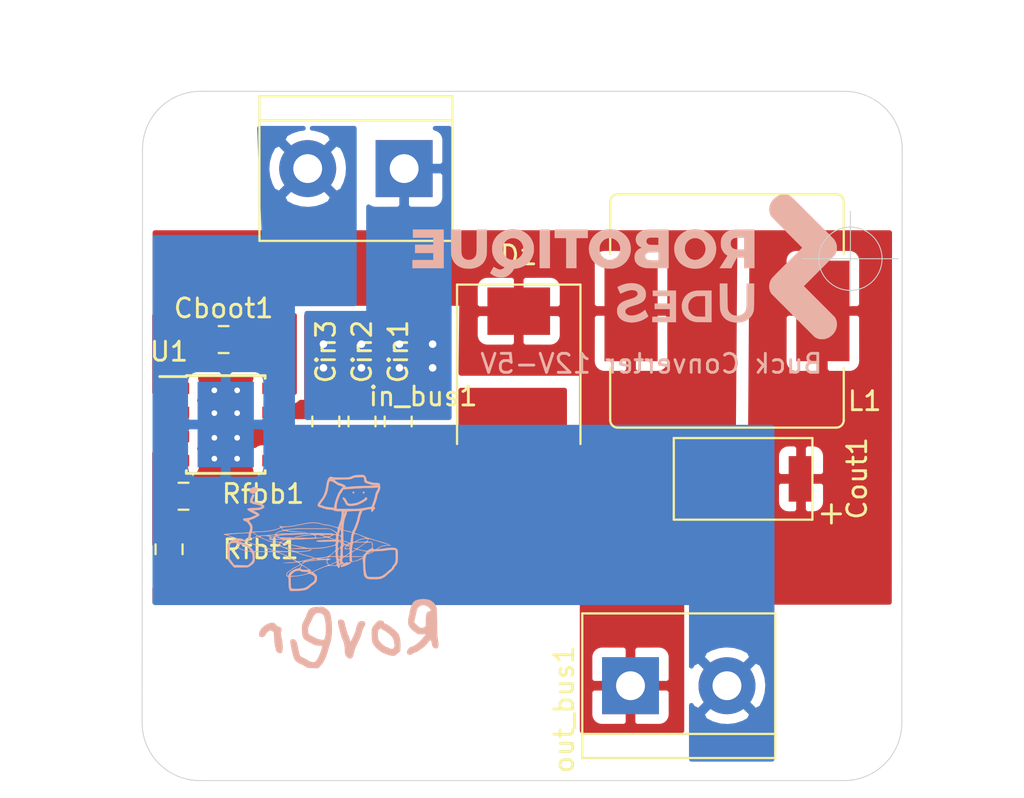
<source format=kicad_pcb>
(kicad_pcb (version 20171130) (host pcbnew "(5.1.5)-3")

  (general
    (thickness 1.6)
    (drawings 13)
    (tracks 13)
    (zones 0)
    (modules 18)
    (nets 10)
  )

  (page A4)
  (layers
    (0 F.Cu signal)
    (31 B.Cu signal)
    (32 B.Adhes user)
    (33 F.Adhes user)
    (34 B.Paste user)
    (35 F.Paste user)
    (36 B.SilkS user)
    (37 F.SilkS user)
    (38 B.Mask user)
    (39 F.Mask user)
    (40 Dwgs.User user)
    (41 Cmts.User user)
    (42 Eco1.User user)
    (43 Eco2.User user)
    (44 Edge.Cuts user)
    (45 Margin user)
    (46 B.CrtYd user)
    (47 F.CrtYd user)
    (48 B.Fab user)
    (49 F.Fab user)
  )

  (setup
    (last_trace_width 0.25)
    (trace_clearance 0.2)
    (zone_clearance 0.508)
    (zone_45_only no)
    (trace_min 0.2)
    (via_size 0.8)
    (via_drill 0.4)
    (via_min_size 0.4)
    (via_min_drill 0.3)
    (uvia_size 0.3)
    (uvia_drill 0.1)
    (uvias_allowed no)
    (uvia_min_size 0.2)
    (uvia_min_drill 0.1)
    (edge_width 0.05)
    (segment_width 0.2)
    (pcb_text_width 0.3)
    (pcb_text_size 1.5 1.5)
    (mod_edge_width 0.12)
    (mod_text_size 1 1)
    (mod_text_width 0.15)
    (pad_size 1.524 1.524)
    (pad_drill 0.762)
    (pad_to_mask_clearance 0.051)
    (solder_mask_min_width 0.25)
    (aux_axis_origin 0 0)
    (visible_elements 7FFFF7FF)
    (pcbplotparams
      (layerselection 0x010fc_ffffffff)
      (usegerberextensions false)
      (usegerberattributes false)
      (usegerberadvancedattributes false)
      (creategerberjobfile false)
      (excludeedgelayer true)
      (linewidth 0.100000)
      (plotframeref false)
      (viasonmask false)
      (mode 1)
      (useauxorigin false)
      (hpglpennumber 1)
      (hpglpenspeed 20)
      (hpglpendiameter 15.000000)
      (psnegative false)
      (psa4output false)
      (plotreference true)
      (plotvalue true)
      (plotinvisibletext false)
      (padsonsilk false)
      (subtractmaskfromsilk false)
      (outputformat 1)
      (mirror false)
      (drillshape 1)
      (scaleselection 1)
      (outputdirectory ""))
  )

  (net 0 "")
  (net 1 "Net-(Cboot1-Pad1)")
  (net 2 "Net-(Cboot1-Pad2)")
  (net 3 +BATT)
  (net 4 GND)
  (net 5 /Vout)
  (net 6 "Net-(Rfbb1-Pad1)")
  (net 7 "Net-(U1-Pad2)")
  (net 8 "Net-(U1-Pad3)")
  (net 9 "Net-(U1-Pad5)")

  (net_class Default "This is the default net class."
    (clearance 0.2)
    (trace_width 0.25)
    (via_dia 0.8)
    (via_drill 0.4)
    (uvia_dia 0.3)
    (uvia_drill 0.1)
    (add_net +BATT)
    (add_net /Vout)
    (add_net GND)
    (add_net "Net-(Cboot1-Pad1)")
    (add_net "Net-(Cboot1-Pad2)")
    (add_net "Net-(Rfbb1-Pad1)")
    (add_net "Net-(U1-Pad2)")
    (add_net "Net-(U1-Pad3)")
    (add_net "Net-(U1-Pad5)")
  )

  (module MountingHole:MountingHole_2.2mm_M2 (layer F.Cu) (tedit 56D1B4CB) (tstamp 5E51F78A)
    (at 233.5 100)
    (descr "Mounting Hole 2.2mm, no annular, M2")
    (tags "mounting hole 2.2mm no annular m2")
    (attr virtual)
    (fp_text reference REF** (at 0 -3.2) (layer F.SilkS) hide
      (effects (font (size 1 1) (thickness 0.15)))
    )
    (fp_text value MountingHole_2.2mm_M2 (at 0 3.2) (layer F.Fab)
      (effects (font (size 1 1) (thickness 0.15)))
    )
    (fp_circle (center 0 0) (end 2.45 0) (layer F.CrtYd) (width 0.05))
    (fp_circle (center 0 0) (end 2.2 0) (layer Cmts.User) (width 0.15))
    (fp_text user %R (at 0.3 0) (layer F.Fab)
      (effects (font (size 1 1) (thickness 0.15)))
    )
    (pad 1 np_thru_hole circle (at 0 0) (size 2.2 2.2) (drill 2.2) (layers *.Cu *.Mask))
  )

  (module TerminalBlock:TerminalBlock_bornier-2_P5.08mm (layer F.Cu) (tedit 59FF03AB) (tstamp 5FBCAF31)
    (at 222.42 98.25)
    (descr "simple 2-pin terminal block, pitch 5.08mm, revamped version of bornier2")
    (tags "terminal block bornier2")
    (path /5FBC7ECB)
    (fp_text reference out_bus1 (at -3.5 1.25 90) (layer F.SilkS)
      (effects (font (size 1 1) (thickness 0.15)))
    )
    (fp_text value Screw_Terminal_01x02 (at 2.54 5.08) (layer F.Fab)
      (effects (font (size 1 1) (thickness 0.15)))
    )
    (fp_line (start 7.79 4) (end -2.71 4) (layer F.CrtYd) (width 0.05))
    (fp_line (start 7.79 4) (end 7.79 -4) (layer F.CrtYd) (width 0.05))
    (fp_line (start -2.71 -4) (end -2.71 4) (layer F.CrtYd) (width 0.05))
    (fp_line (start -2.71 -4) (end 7.79 -4) (layer F.CrtYd) (width 0.05))
    (fp_line (start -2.54 3.81) (end 7.62 3.81) (layer F.SilkS) (width 0.12))
    (fp_line (start -2.54 -3.81) (end -2.54 3.81) (layer F.SilkS) (width 0.12))
    (fp_line (start 7.62 -3.81) (end -2.54 -3.81) (layer F.SilkS) (width 0.12))
    (fp_line (start 7.62 3.81) (end 7.62 -3.81) (layer F.SilkS) (width 0.12))
    (fp_line (start 7.62 2.54) (end -2.54 2.54) (layer F.SilkS) (width 0.12))
    (fp_line (start 7.54 -3.75) (end -2.46 -3.75) (layer F.Fab) (width 0.1))
    (fp_line (start 7.54 3.75) (end 7.54 -3.75) (layer F.Fab) (width 0.1))
    (fp_line (start -2.46 3.75) (end 7.54 3.75) (layer F.Fab) (width 0.1))
    (fp_line (start -2.46 -3.75) (end -2.46 3.75) (layer F.Fab) (width 0.1))
    (fp_line (start -2.41 2.55) (end 7.49 2.55) (layer F.Fab) (width 0.1))
    (fp_text user %R (at -1.75 -2.5) (layer F.Fab)
      (effects (font (size 1 1) (thickness 0.15)))
    )
    (pad 2 thru_hole circle (at 5.08 0) (size 3 3) (drill 1.52) (layers *.Cu *.Mask)
      (net 4 GND))
    (pad 1 thru_hole rect (at 0 0) (size 3 3) (drill 1.52) (layers *.Cu *.Mask)
      (net 5 /Vout))
    (model ${KISYS3DMOD}/TerminalBlock.3dshapes/TerminalBlock_bornier-2_P5.08mm.wrl
      (offset (xyz 2.539999961853027 0 0))
      (scale (xyz 1 1 1))
      (rotate (xyz 0 0 0))
    )
  )

  (module TerminalBlock:TerminalBlock_bornier-2_P5.08mm (layer F.Cu) (tedit 59FF03AB) (tstamp 5FBCAF1C)
    (at 210.5 71 180)
    (descr "simple 2-pin terminal block, pitch 5.08mm, revamped version of bornier2")
    (tags "terminal block bornier2")
    (path /5FBC6AC6)
    (fp_text reference in_bus1 (at -1 -12) (layer F.SilkS)
      (effects (font (size 1 1) (thickness 0.15)))
    )
    (fp_text value Screw_Terminal_01x02 (at 2.54 5.08) (layer F.Fab)
      (effects (font (size 1 1) (thickness 0.15)))
    )
    (fp_line (start 7.79 4) (end -2.71 4) (layer F.CrtYd) (width 0.05))
    (fp_line (start 7.79 4) (end 7.79 -4) (layer F.CrtYd) (width 0.05))
    (fp_line (start -2.71 -4) (end -2.71 4) (layer F.CrtYd) (width 0.05))
    (fp_line (start -2.71 -4) (end 7.79 -4) (layer F.CrtYd) (width 0.05))
    (fp_line (start -2.54 3.81) (end 7.62 3.81) (layer F.SilkS) (width 0.12))
    (fp_line (start -2.54 -3.81) (end -2.54 3.81) (layer F.SilkS) (width 0.12))
    (fp_line (start 7.62 -3.81) (end -2.54 -3.81) (layer F.SilkS) (width 0.12))
    (fp_line (start 7.62 3.81) (end 7.62 -3.81) (layer F.SilkS) (width 0.12))
    (fp_line (start 7.62 2.54) (end -2.54 2.54) (layer F.SilkS) (width 0.12))
    (fp_line (start 7.54 -3.75) (end -2.46 -3.75) (layer F.Fab) (width 0.1))
    (fp_line (start 7.54 3.75) (end 7.54 -3.75) (layer F.Fab) (width 0.1))
    (fp_line (start -2.46 3.75) (end 7.54 3.75) (layer F.Fab) (width 0.1))
    (fp_line (start -2.46 -3.75) (end -2.46 3.75) (layer F.Fab) (width 0.1))
    (fp_line (start -2.41 2.55) (end 7.49 2.55) (layer F.Fab) (width 0.1))
    (fp_text user %R (at 2.54 0) (layer F.Fab)
      (effects (font (size 1 1) (thickness 0.15)))
    )
    (pad 2 thru_hole circle (at 5.08 0 180) (size 3 3) (drill 1.52) (layers *.Cu *.Mask)
      (net 4 GND))
    (pad 1 thru_hole rect (at 0 0 180) (size 3 3) (drill 1.52) (layers *.Cu *.Mask)
      (net 3 +BATT))
    (model ${KISYS3DMOD}/TerminalBlock.3dshapes/TerminalBlock_bornier-2_P5.08mm.wrl
      (offset (xyz 2.539999961853027 0 0))
      (scale (xyz 1 1 1))
      (rotate (xyz 0 0 0))
    )
  )

  (module KiCad_Divers:RoverOfficialLogo (layer B.Cu) (tedit 0) (tstamp 5E561DAD)
    (at 204.47 92.583 180)
    (fp_text reference G*** (at 0 0) (layer B.SilkS) hide
      (effects (font (size 1.524 1.524) (thickness 0.3)) (justify mirror))
    )
    (fp_text value LOGO (at 0.75 0) (layer B.SilkS) hide
      (effects (font (size 1.524 1.524) (thickness 0.3)) (justify mirror))
    )
    (fp_poly (pts (xy -3.334778 4.558223) (xy -3.327036 4.551881) (xy -3.311235 4.507378) (xy -3.33182 4.468039)
      (xy -3.358444 4.459111) (xy -3.39464 4.479669) (xy -3.402297 4.489792) (xy -3.405594 4.532833)
      (xy -3.375734 4.56171) (xy -3.334778 4.558223)) (layer B.SilkS) (width 0.01))
    (fp_poly (pts (xy -3.871 4.558223) (xy -3.863259 4.551881) (xy -3.847458 4.507378) (xy -3.868042 4.468039)
      (xy -3.894666 4.459111) (xy -3.930862 4.479669) (xy -3.938519 4.489792) (xy -3.941816 4.532833)
      (xy -3.911957 4.56171) (xy -3.871 4.558223)) (layer B.SilkS) (width 0.01))
    (fp_poly (pts (xy -3.98151 4.244531) (xy -3.979333 4.232983) (xy -3.955503 4.198673) (xy -3.892639 4.149943)
      (xy -3.803675 4.094393) (xy -3.70155 4.039624) (xy -3.599198 3.993237) (xy -3.528376 3.968014)
      (xy -3.408412 3.941116) (xy -3.27968 3.924969) (xy -3.228302 3.922889) (xy -3.141017 3.925054)
      (xy -3.089783 3.939725) (xy -3.054204 3.979163) (xy -3.016615 4.050168) (xy -2.944587 4.171876)
      (xy -2.877202 4.240101) (xy -2.815671 4.253678) (xy -2.807607 4.251156) (xy -2.786047 4.234328)
      (xy -2.791228 4.201774) (xy -2.826618 4.141512) (xy -2.848889 4.108593) (xy -2.897159 4.034144)
      (xy -2.928449 3.977647) (xy -2.935111 3.958403) (xy -2.952627 3.921775) (xy -2.992655 3.871766)
      (xy -3.033541 3.837565) (xy -3.086556 3.819095) (xy -3.168621 3.812266) (xy -3.239599 3.812062)
      (xy -3.369008 3.821686) (xy -3.498671 3.844418) (xy -3.570111 3.864728) (xy -3.697727 3.916953)
      (xy -3.829032 3.981318) (xy -3.946462 4.048367) (xy -4.032455 4.108646) (xy -4.046754 4.121331)
      (xy -4.08217 4.176935) (xy -4.082918 4.216872) (xy -4.052051 4.250737) (xy -4.009971 4.261244)
      (xy -3.98151 4.244531)) (layer B.SilkS) (width 0.01))
    (fp_poly (pts (xy 1.051815 2.219845) (xy 1.052753 2.21058) (xy 1.008573 2.206796) (xy 1.001889 2.206835)
      (xy 0.958118 2.210904) (xy 0.962296 2.219494) (xy 0.967149 2.220891) (xy 1.028625 2.225022)
      (xy 1.051815 2.219845)) (layer B.SilkS) (width 0.01))
    (fp_poly (pts (xy 0.58326 2.191926) (xy 0.579386 2.175148) (xy 0.564445 2.173111) (xy 0.541215 2.183437)
      (xy 0.54563 2.191926) (xy 0.579123 2.195303) (xy 0.58326 2.191926)) (layer B.SilkS) (width 0.01))
    (fp_poly (pts (xy 2.587037 1.937926) (xy 2.583163 1.921148) (xy 2.568223 1.919111) (xy 2.544993 1.929437)
      (xy 2.549408 1.937926) (xy 2.582901 1.941303) (xy 2.587037 1.937926)) (layer B.SilkS) (width 0.01))
    (fp_poly (pts (xy -1.138296 0.357481) (xy -1.14217 0.340703) (xy -1.157111 0.338666) (xy -1.180341 0.348992)
      (xy -1.175926 0.357481) (xy -1.142432 0.360859) (xy -1.138296 0.357481)) (layer B.SilkS) (width 0.01))
    (fp_poly (pts (xy 1.970847 4.772448) (xy 2.044398 4.722895) (xy 2.09586 4.663229) (xy 2.10626 4.637844)
      (xy 2.10907 4.550368) (xy 2.065069 4.493553) (xy 1.9733 4.466279) (xy 1.958044 4.464863)
      (xy 1.87225 4.467959) (xy 1.8078 4.501545) (xy 1.770418 4.536963) (xy 1.714661 4.614982)
      (xy 1.695163 4.687269) (xy 1.71355 4.740835) (xy 1.742723 4.758366) (xy 1.810596 4.784708)
      (xy 1.834445 4.796336) (xy 1.894448 4.800668) (xy 1.970847 4.772448)) (layer B.SilkS) (width 0.01))
    (fp_poly (pts (xy -3.751221 5.445778) (xy -3.631963 5.439509) (xy -3.470415 5.424914) (xy -3.351668 5.401716)
      (xy -3.262389 5.367253) (xy -3.257662 5.36476) (xy -3.21049 5.342288) (xy -3.159409 5.326317)
      (xy -3.094067 5.315765) (xy -3.004112 5.309547) (xy -2.879194 5.30658) (xy -2.70896 5.30578)
      (xy -2.694229 5.305777) (xy -2.49693 5.307581) (xy -2.352773 5.313139) (xy -2.258563 5.322673)
      (xy -2.21111 5.336404) (xy -2.207054 5.339567) (xy -2.171442 5.355669) (xy -2.121267 5.333632)
      (xy -2.099907 5.318401) (xy -2.042636 5.258152) (xy -1.99691 5.167927) (xy -1.959952 5.039739)
      (xy -1.928984 4.865598) (xy -1.920243 4.801626) (xy -1.880349 4.605822) (xy -1.815294 4.415541)
      (xy -1.732228 4.248467) (xy -1.651 4.135889) (xy -1.545731 4.007805) (xy -1.486896 3.907827)
      (xy -1.474061 3.83261) (xy -1.506791 3.778806) (xy -1.584652 3.743071) (xy -1.599465 3.739238)
      (xy -1.677109 3.717046) (xy -1.7298 3.695681) (xy -1.738224 3.689849) (xy -1.780651 3.673107)
      (xy -1.823371 3.668889) (xy -1.881253 3.657752) (xy -1.905 3.640666) (xy -1.940297 3.626027)
      (xy -2.01505 3.615826) (xy -2.102205 3.612444) (xy -2.230322 3.605065) (xy -2.307771 3.582435)
      (xy -2.324301 3.570111) (xy -2.381436 3.542396) (xy -2.485732 3.529224) (xy -2.552095 3.527777)
      (xy -2.737555 3.527777) (xy -2.73631 3.379611) (xy -2.728366 3.267871) (xy -2.709065 3.145819)
      (xy -2.682694 3.034765) (xy -2.653538 2.956018) (xy -2.649741 2.949222) (xy -2.632505 2.90708)
      (xy -2.607726 2.831776) (xy -2.594205 2.786356) (xy -2.565572 2.704068) (xy -2.538136 2.669127)
      (xy -2.512498 2.669664) (xy -2.454497 2.689956) (xy -2.384777 2.710575) (xy -2.306334 2.733204)
      (xy -2.205934 2.763861) (xy -2.16157 2.777878) (xy -2.05187 2.804942) (xy -1.939586 2.820638)
      (xy -1.902854 2.822222) (xy -1.801428 2.834136) (xy -1.68914 2.864074) (xy -1.651 2.878666)
      (xy -1.533498 2.911572) (xy -1.378372 2.930439) (xy -1.202718 2.935074) (xy -1.02363 2.925285)
      (xy -0.858205 2.900878) (xy -0.804333 2.888223) (xy -0.683691 2.860473) (xy -0.558531 2.838119)
      (xy -0.493888 2.829883) (xy -0.405895 2.817318) (xy -0.340256 2.800446) (xy -0.321965 2.791349)
      (xy -0.283417 2.779564) (xy -0.200351 2.765448) (xy -0.084552 2.750684) (xy 0.052198 2.736959)
      (xy 0.06843 2.735549) (xy 0.217999 2.723392) (xy 0.322112 2.717338) (xy 0.391481 2.717917)
      (xy 0.436821 2.725665) (xy 0.468844 2.741113) (xy 0.488687 2.756465) (xy 0.529898 2.790668)
      (xy 0.532812 2.787708) (xy 0.507902 2.754851) (xy 0.483595 2.713355) (xy 0.498933 2.682281)
      (xy 0.534613 2.656074) (xy 0.642863 2.603771) (xy 0.798296 2.557011) (xy 0.991781 2.517531)
      (xy 1.214183 2.487072) (xy 1.456372 2.467372) (xy 1.547473 2.463219) (xy 1.980169 2.447637)
      (xy 1.960204 2.580769) (xy 1.954307 2.689658) (xy 1.977437 2.784938) (xy 2.035924 2.885625)
      (xy 2.081607 2.945433) (xy 2.122413 3.000373) (xy 2.128733 3.031934) (xy 2.102973 3.059456)
      (xy 2.096427 3.06448) (xy 2.034074 3.096248) (xy 1.997581 3.103547) (xy 1.943688 3.11759)
      (xy 1.867873 3.151603) (xy 1.842359 3.165499) (xy 1.753895 3.214979) (xy 1.670696 3.259762)
      (xy 1.656531 3.267104) (xy 1.599662 3.311714) (xy 1.586357 3.354216) (xy 1.614501 3.388533)
      (xy 1.679033 3.435785) (xy 1.764418 3.486779) (xy 1.855119 3.532322) (xy 1.9356 3.56322)
      (xy 1.943072 3.565306) (xy 1.940552 3.571585) (xy 1.891657 3.577001) (xy 1.806456 3.58055)
      (xy 1.785925 3.580948) (xy 1.642382 3.594091) (xy 1.512449 3.625715) (xy 1.40899 3.671156)
      (xy 1.344866 3.725747) (xy 1.334659 3.744634) (xy 1.339753 3.802992) (xy 1.391906 3.862732)
      (xy 1.482155 3.918338) (xy 1.601539 3.964293) (xy 1.741095 3.995081) (xy 1.741643 3.99516)
      (xy 1.858679 4.016189) (xy 1.927261 4.041329) (xy 1.955356 4.076314) (xy 1.95093 4.126878)
      (xy 1.945857 4.142125) (xy 1.91308 4.223591) (xy 1.886557 4.280818) (xy 1.868397 4.346186)
      (xy 1.872142 4.386651) (xy 1.906729 4.425574) (xy 1.948796 4.424908) (xy 1.974475 4.38747)
      (xy 1.975556 4.374444) (xy 1.984943 4.328549) (xy 1.997925 4.318) (xy 2.016569 4.293464)
      (xy 2.040664 4.232362) (xy 2.064481 4.153454) (xy 2.08229 4.075501) (xy 2.088445 4.02164)
      (xy 2.062095 3.980972) (xy 1.990196 3.940696) (xy 1.883474 3.905568) (xy 1.778 3.884018)
      (xy 1.676821 3.863984) (xy 1.581673 3.838069) (xy 1.507643 3.811176) (xy 1.469823 3.788212)
      (xy 1.467776 3.783164) (xy 1.494946 3.751975) (xy 1.569634 3.726124) (xy 1.683023 3.707419)
      (xy 1.826297 3.697667) (xy 1.88946 3.696679) (xy 2.055667 3.692238) (xy 2.166483 3.678558)
      (xy 2.222427 3.654166) (xy 2.224014 3.61759) (xy 2.171762 3.567361) (xy 2.066188 3.502004)
      (xy 1.974871 3.453594) (xy 1.737469 3.332485) (xy 1.842401 3.28902) (xy 1.943087 3.247317)
      (xy 2.044289 3.205404) (xy 2.049558 3.203222) (xy 2.149662 3.174053) (xy 2.253281 3.160944)
      (xy 2.258917 3.160889) (xy 2.376796 3.15068) (xy 2.4421 3.123568) (xy 2.454161 3.084823)
      (xy 2.412309 3.039713) (xy 2.315878 2.993509) (xy 2.281615 2.981914) (xy 2.240454 2.95155)
      (xy 2.184223 2.889117) (xy 2.144521 2.835798) (xy 2.089701 2.744155) (xy 2.068788 2.665303)
      (xy 2.079788 2.577501) (xy 2.11203 2.481458) (xy 2.139722 2.408806) (xy 2.834601 2.370761)
      (xy 3.067372 2.35706) (xy 3.245751 2.344223) (xy 3.371777 2.331842) (xy 3.44749 2.319508)
      (xy 3.474927 2.30681) (xy 3.456127 2.293339) (xy 3.393129 2.278687) (xy 3.338188 2.269644)
      (xy 3.256125 2.249561) (xy 3.196592 2.22141) (xy 3.186565 2.212376) (xy 3.135024 2.181887)
      (xy 3.079823 2.171928) (xy 3.005267 2.157745) (xy 2.919296 2.124502) (xy 2.907278 2.118367)
      (xy 2.808888 2.065988) (xy 2.9355 2.032542) (xy 3.053676 1.981665) (xy 3.163738 1.90094)
      (xy 3.167945 1.896932) (xy 3.273778 1.794767) (xy 3.273778 1.395817) (xy 3.273422 1.23256)
      (xy 3.269205 1.11214) (xy 3.256407 1.020954) (xy 3.230307 0.945401) (xy 3.186184 0.871878)
      (xy 3.119318 0.786785) (xy 3.024988 0.676519) (xy 3.02355 0.674848) (xy 2.928543 0.564444)
      (xy 2.555062 0.564444) (xy 2.402979 0.564887) (xy 2.29565 0.567519) (xy 2.221384 0.574293)
      (xy 2.168491 0.587166) (xy 2.125282 0.60809) (xy 2.080064 0.639021) (xy 2.071513 0.645286)
      (xy 1.962269 0.729022) (xy 1.892156 0.798086) (xy 1.853215 0.868931) (xy 1.83749 0.958007)
      (xy 1.837021 1.081765) (xy 1.837542 1.096508) (xy 1.947334 1.096508) (xy 1.947334 1.096364)
      (xy 1.948941 0.993365) (xy 1.959069 0.926568) (xy 1.98568 0.875738) (xy 2.036734 0.820634)
      (xy 2.067278 0.791445) (xy 2.187223 0.677741) (xy 2.551823 0.684593) (xy 2.916424 0.691444)
      (xy 3.037224 0.860777) (xy 3.158024 1.030111) (xy 3.159457 1.394777) (xy 3.158335 1.567437)
      (xy 3.150851 1.691621) (xy 3.133175 1.775238) (xy 3.10148 1.826202) (xy 3.051938 1.852422)
      (xy 2.980721 1.86181) (xy 2.933046 1.862666) (xy 2.822401 1.859283) (xy 2.757838 1.844503)
      (xy 2.729167 1.811379) (xy 2.726201 1.752965) (xy 2.729531 1.72391) (xy 2.73407 1.653322)
      (xy 2.715287 1.608452) (xy 2.661244 1.566297) (xy 2.641211 1.553726) (xy 2.522084 1.496109)
      (xy 2.376498 1.448095) (xy 2.232281 1.417797) (xy 2.153044 1.411446) (xy 2.058268 1.3939)
      (xy 1.99452 1.338823) (xy 1.958607 1.241324) (xy 1.947334 1.096508) (xy 1.837542 1.096508)
      (xy 1.838612 1.126741) (xy 1.848556 1.382917) (xy 1.274814 1.382903) (xy 1.078595 1.382543)
      (xy 0.928991 1.380863) (xy 0.816176 1.376945) (xy 0.730321 1.369873) (xy 0.6616 1.35873)
      (xy 0.600184 1.342598) (xy 0.536247 1.320561) (xy 0.512814 1.311797) (xy 0.381356 1.257995)
      (xy 0.233078 1.190681) (xy 0.081467 1.116686) (xy -0.059993 1.042839) (xy -0.177813 0.975971)
      (xy -0.25851 0.922912) (xy -0.264986 0.917855) (xy -0.346528 0.852388) (xy -0.109764 0.834964)
      (xy 0.022537 0.825456) (xy 0.153433 0.816424) (xy 0.257266 0.809635) (xy 0.268112 0.808968)
      (xy 0.313628 0.80462) (xy 0.304309 0.800667) (xy 0.241765 0.797359) (xy 0.183445 0.795868)
      (xy 0.040243 0.797583) (xy -0.114012 0.806483) (xy -0.239646 0.819853) (xy -0.346751 0.833322)
      (xy -0.412216 0.834851) (xy -0.44975 0.823561) (xy -0.468535 0.805183) (xy -0.51143 0.768482)
      (xy -0.533943 0.762) (xy -0.558914 0.751503) (xy -0.534829 0.721616) (xy -0.464701 0.674742)
      (xy -0.351542 0.613286) (xy -0.340909 0.607907) (xy -0.234247 0.550781) (xy -0.136667 0.492686)
      (xy -0.068915 0.445988) (xy -0.067842 0.445122) (xy 0.011941 0.38443) (xy 0.090393 0.330589)
      (xy 0.091723 0.32975) (xy 0.149154 0.277655) (xy 0.168722 0.205699) (xy 0.169334 0.182794)
      (xy 0.162928 0.114987) (xy 0.137967 0.087766) (xy 0.112889 0.084666) (xy 0.087556 0.080904)
      (xy 0.071189 0.062917) (xy 0.061847 0.020654) (xy 0.057586 -0.055935) (xy 0.056464 -0.1769)
      (xy 0.056445 -0.207331) (xy 0.052758 -0.371726) (xy 0.040959 -0.489637) (xy 0.019937 -0.570586)
      (xy 0.012044 -0.588331) (xy -0.032356 -0.677334) (xy -0.291344 -0.673989) (xy -0.436122 -0.668595)
      (xy -0.586713 -0.65731) (xy -0.71513 -0.642345) (xy -0.738023 -0.638711) (xy -0.848045 -0.615781)
      (xy -0.928316 -0.584043) (xy -1.003423 -0.531145) (xy -1.068425 -0.472723) (xy -1.144056 -0.405619)
      (xy -1.206253 -0.357535) (xy -1.241789 -0.338676) (xy -1.242159 -0.338667) (xy -1.278813 -0.319386)
      (xy -1.333988 -0.27096) (xy -1.356257 -0.247711) (xy -1.408509 -0.179952) (xy -1.433091 -0.110392)
      (xy -1.439331 -0.012324) (xy -1.439333 -0.009876) (xy -1.438729 0.004388) (xy -1.322782 0.004388)
      (xy -1.32121 -0.046275) (xy -1.304022 -0.126433) (xy -1.25863 -0.186737) (xy -1.210002 -0.224634)
      (xy -1.127392 -0.285718) (xy -1.030876 -0.361506) (xy -0.981858 -0.401724) (xy -0.864374 -0.482167)
      (xy -0.738868 -0.525736) (xy -0.703189 -0.532481) (xy -0.572868 -0.549134) (xy -0.4357 -0.55849)
      (xy -0.305088 -0.56059) (xy -0.194437 -0.555475) (xy -0.117149 -0.543187) (xy -0.090311 -0.530578)
      (xy -0.072413 -0.482145) (xy -0.061009 -0.381404) (xy -0.056502 -0.232166) (xy -0.056444 -0.210072)
      (xy -0.056444 0.076568) (xy -0.306073 0.095412) (xy -0.460406 0.113396) (xy -0.633002 0.143101)
      (xy -0.788581 0.178381) (xy -0.800104 0.181498) (xy -0.917039 0.212965) (xy -0.994823 0.229896)
      (xy -1.048667 0.232942) (xy -1.093785 0.222757) (xy -1.145388 0.199994) (xy -1.152397 0.196613)
      (xy -1.251393 0.139686) (xy -1.304929 0.0803) (xy -1.322782 0.004388) (xy -1.438729 0.004388)
      (xy -1.435479 0.081117) (xy -1.416669 0.140098) (xy -1.372027 0.191349) (xy -1.335071 0.222943)
      (xy -1.276914 0.274969) (xy -1.253973 0.301426) (xy -0.983551 0.301426) (xy -0.976289 0.275653)
      (xy -0.922398 0.246145) (xy -0.831379 0.215148) (xy -0.71273 0.184912) (xy -0.575948 0.157683)
      (xy -0.430533 0.135709) (xy -0.285984 0.121236) (xy -0.204611 0.117117) (xy -0.122005 0.118386)
      (xy -0.0685 0.126176) (xy -0.057072 0.134055) (xy -0.079024 0.17943) (xy -0.133895 0.242122)
      (xy -0.20804 0.307544) (xy -0.244245 0.334118) (xy -0.310968 0.365525) (xy -0.395433 0.386996)
      (xy -0.481094 0.396973) (xy -0.551403 0.393902) (xy -0.589812 0.376224) (xy -0.592666 0.366889)
      (xy -0.618536 0.352072) (xy -0.686849 0.341952) (xy -0.772655 0.338666) (xy -0.891559 0.332283)
      (xy -0.965901 0.314009) (xy -0.983551 0.301426) (xy -1.253973 0.301426) (xy -1.245261 0.311473)
      (xy -1.243349 0.32043) (xy -1.285802 0.347141) (xy -1.367002 0.388915) (xy -1.473427 0.439511)
      (xy -1.591553 0.492693) (xy -1.707856 0.54222) (xy -1.808814 0.581856) (xy -1.814669 0.583994)
      (xy -1.941264 0.624572) (xy -2.058262 0.647351) (xy -2.191977 0.656553) (xy -2.271888 0.657386)
      (xy -2.392603 0.656331) (xy -2.468109 0.651833) (xy -2.509637 0.641231) (xy -2.52842 0.62186)
      (xy -2.535123 0.594962) (xy -2.557896 0.546887) (xy -2.593799 0.541168) (xy -2.625951 0.572361)
      (xy -2.637717 0.628048) (xy -2.650588 0.689416) (xy -2.701474 0.726272) (xy -2.719539 0.733107)
      (xy -2.796656 0.755327) (xy -2.842304 0.760196) (xy -2.849292 0.749626) (xy -2.810427 0.725528)
      (xy -2.786944 0.715194) (xy -2.718961 0.676324) (xy -2.68441 0.635789) (xy -2.688204 0.604338)
      (xy -2.730959 0.592666) (xy -2.795317 0.604042) (xy -2.887719 0.633653) (xy -2.992328 0.674726)
      (xy -3.093307 0.72049) (xy -3.174818 0.764171) (xy -3.185968 0.772575) (xy -2.658691 0.772575)
      (xy -2.644903 0.742461) (xy -2.639548 0.742758) (xy -2.618435 0.774382) (xy -2.607228 0.823605)
      (xy -2.484 0.823605) (xy -2.482669 0.772479) (xy -2.474633 0.720357) (xy -2.46474 0.696148)
      (xy -2.428253 0.685883) (xy -2.353724 0.679049) (xy -2.285102 0.677333) (xy -2.169035 0.684916)
      (xy -2.100305 0.706984) (xy -2.032 0.706984) (xy -2.007315 0.689113) (xy -1.941622 0.658972)
      (xy -1.847463 0.622132) (xy -1.813277 0.609807) (xy -1.673817 0.555732) (xy -1.518918 0.488436)
      (xy -1.382888 0.422875) (xy -1.28446 0.372701) (xy -1.206035 0.334235) (xy -1.160347 0.313667)
      (xy -1.154429 0.311841) (xy -1.126087 0.329969) (xy -1.083874 0.373458) (xy -1.05231 0.412572)
      (xy -1.058299 0.413898) (xy -1.0795 0.398224) (xy -1.119326 0.376979) (xy -1.128888 0.392565)
      (xy -1.106125 0.429313) (xy -1.092676 0.437444) (xy -1.019195 0.437444) (xy -0.813341 0.441758)
      (xy -0.691109 0.448464) (xy -0.616409 0.463482) (xy -0.580852 0.488296) (xy -0.573956 0.545139)
      (xy -0.602537 0.604267) (xy -0.650858 0.678013) (xy -0.763258 0.614173) (xy -0.85108 0.560701)
      (xy -0.930701 0.506541) (xy -0.947426 0.493889) (xy -1.019195 0.437444) (xy -1.092676 0.437444)
      (xy -1.0795 0.445409) (xy -1.042428 0.466016) (xy -0.970636 0.509771) (xy -0.876526 0.568748)
      (xy -0.772498 0.635021) (xy -0.670953 0.700661) (xy -0.668096 0.702543) (xy -0.604714 0.702543)
      (xy -0.59726 0.650896) (xy -0.571621 0.595343) (xy -0.522727 0.532321) (xy -0.460102 0.509489)
      (xy -0.431258 0.508178) (xy -0.335259 0.490211) (xy -0.22766 0.442993) (xy -0.121579 0.376042)
      (xy -0.030129 0.298877) (xy 0.033572 0.221017) (xy 0.056445 0.15424) (xy 0.079058 0.11768)
      (xy 0.098778 0.112889) (xy 0.132415 0.138083) (xy 0.141112 0.196562) (xy 0.121595 0.275366)
      (xy 0.077612 0.313644) (xy 0.011954 0.354993) (xy -0.062088 0.410501) (xy -0.067705 0.415132)
      (xy -0.136886 0.464051) (xy -0.23424 0.522583) (xy -0.321705 0.56933) (xy -0.416997 0.619532)
      (xy -0.496607 0.665984) (xy -0.540476 0.696452) (xy -0.584818 0.72087) (xy -0.604714 0.702543)
      (xy -0.668096 0.702543) (xy -0.584291 0.757742) (xy -0.524913 0.798338) (xy -0.509881 0.80953)
      (xy -0.510792 0.832611) (xy -0.555718 0.85761) (xy -0.632754 0.878755) (xy -0.663222 0.883906)
      (xy -0.776111 0.900275) (xy -0.697781 0.83656) (xy -0.650936 0.790535) (xy -0.63549 0.758431)
      (xy -0.637285 0.75501) (xy -0.668227 0.758494) (xy -0.710054 0.788356) (xy -0.777485 0.825726)
      (xy -0.893097 0.861197) (xy -1.048628 0.893249) (xy -1.235816 0.920361) (xy -1.446398 0.941013)
      (xy -1.588747 0.950092) (xy -1.947333 0.968266) (xy -1.947333 0.8827) (xy -1.960543 0.809777)
      (xy -1.989666 0.762) (xy -2.025006 0.7237) (xy -2.032 0.706984) (xy -2.100305 0.706984)
      (xy -2.087943 0.710953) (xy -2.049917 0.735826) (xy -1.996401 0.797725) (xy -1.972814 0.865671)
      (xy -1.979911 0.924044) (xy -2.01845 0.957221) (xy -2.039055 0.959987) (xy -2.109832 0.972258)
      (xy -2.144888 0.987777) (xy -2.161344 1.006504) (xy -2.129636 1.014587) (xy -2.09526 1.015568)
      (xy -2.034724 1.019117) (xy -2.020133 1.035923) (xy -2.038549 1.072444) (xy -2.062441 1.097804)
      (xy -2.030196 1.097804) (xy -2.008132 1.060283) (xy -1.998133 1.049866) (xy -1.948389 1.031107)
      (xy -1.849444 1.021181) (xy -1.737077 1.020149) (xy -1.626193 1.022386) (xy -1.568121 1.024882)
      (xy -1.561745 1.02777) (xy -1.493414 1.02777) (xy -1.483153 1.016938) (xy -1.470593 1.016)
      (xy -1.449346 0.999444) (xy -1.453444 0.987777) (xy -1.439697 0.969935) (xy -1.377669 0.959832)
      (xy -1.335165 0.958324) (xy -1.228576 0.95089) (xy -1.102872 0.933181) (xy -1.030111 0.918882)
      (xy -0.901246 0.891412) (xy -0.823084 0.878835) (xy -0.792012 0.880689) (xy -0.794786 0.88886)
      (xy -0.827217 0.900499) (xy -0.901127 0.918985) (xy -1.003501 0.941731) (xy -1.121321 0.96615)
      (xy -1.241569 0.989651) (xy -1.351229 1.009649) (xy -1.437284 1.023553) (xy -1.486716 1.028776)
      (xy -1.493414 1.02777) (xy -1.561745 1.02777) (xy -1.559239 1.028905) (xy -1.595923 1.035722)
      (xy -1.665111 1.045322) (xy -1.776301 1.06305) (xy -1.883529 1.084351) (xy -1.926166 1.094645)
      (xy -2.003073 1.109134) (xy -2.030196 1.097804) (xy -2.062441 1.097804) (xy -2.069246 1.105027)
      (xy -2.119687 1.122316) (xy -2.205418 1.128541) (xy -2.245938 1.128889) (xy -2.418076 1.128889)
      (xy -2.455503 1.015483) (xy -2.473113 0.945365) (xy -2.466529 0.89352) (xy -2.428097 0.850862)
      (xy -2.350163 0.808307) (xy -2.243666 0.764061) (xy -2.174632 0.733849) (xy -2.14176 0.713069)
      (xy -2.147161 0.707026) (xy -2.196209 0.718397) (xy -2.274093 0.749165) (xy -2.330605 0.775993)
      (xy -2.408033 0.814702) (xy -2.461472 0.840336) (xy -2.4765 0.846548) (xy -2.484 0.823605)
      (xy -2.607228 0.823605) (xy -2.603438 0.840248) (xy -2.601796 0.855904) (xy -2.602562 0.922881)
      (xy -2.615502 0.958018) (xy -2.619998 0.959555) (xy -2.63926 0.934499) (xy -2.654625 0.871895)
      (xy -2.65775 0.84641) (xy -2.658691 0.772575) (xy -3.185968 0.772575) (xy -3.221025 0.798997)
      (xy -3.224277 0.803633) (xy -3.23689 0.833893) (xy -3.222037 0.845993) (xy -3.168675 0.843405)
      (xy -3.11846 0.836918) (xy -3.030146 0.825903) (xy -2.961803 0.819294) (xy -2.943617 0.818444)
      (xy -2.917457 0.803844) (xy -2.9208 0.790545) (xy -2.915531 0.774802) (xy -2.887188 0.780815)
      (xy -2.807107 0.82384) (xy -2.771183 0.888095) (xy -2.765777 0.9473) (xy -2.787601 1.039035)
      (xy -2.809171 1.058333) (xy -2.652888 1.058333) (xy -2.644868 0.999945) (xy -2.619527 0.995007)
      (xy -2.579286 1.037166) (xy -2.544959 1.094633) (xy -2.55553 1.122897) (xy -2.596444 1.128889)
      (xy -2.640706 1.112352) (xy -2.652888 1.058333) (xy -2.809171 1.058333) (xy -2.853956 1.0984)
      (xy -2.907004 1.111599) (xy -2.812521 1.111599) (xy -2.808111 1.100666) (xy -2.78275 1.073743)
      (xy -2.778223 1.072444) (xy -2.766101 1.094279) (xy -2.765777 1.100666) (xy -2.787473 1.127804)
      (xy -2.795665 1.128889) (xy -2.812521 1.111599) (xy -2.907004 1.111599) (xy -2.966163 1.126318)
      (xy -3.026057 1.128889) (xy -3.160888 1.128889) (xy -3.160888 1.004131) (xy -3.164461 0.92544)
      (xy -3.181793 0.885335) (xy -3.222809 0.866088) (xy -3.240509 0.861886) (xy -3.309081 0.862121)
      (xy -3.410233 0.879961) (xy -3.527178 0.910341) (xy -3.643133 0.948197) (xy -3.741312 0.988467)
      (xy -3.804931 1.026086) (xy -3.813753 1.034823) (xy -3.829449 1.046715) (xy -3.841426 1.034256)
      (xy -3.850858 0.990388) (xy -3.858923 0.908056) (xy -3.866797 0.780203) (xy -3.871424 0.688916)
      (xy -3.88191 0.490568) (xy -3.892697 0.340275) (xy -3.905633 0.229668) (xy -3.922563 0.150378)
      (xy -3.945332 0.094036) (xy -3.975786 0.052275) (xy -4.015772 0.016725) (xy -4.02048 0.013102)
      (xy -4.06373 -0.016883) (xy -4.108112 -0.036759) (xy -4.166091 -0.048585) (xy -4.25013 -0.05442)
      (xy -4.372693 -0.056323) (xy -4.441546 -0.056445) (xy -4.589301 -0.055204) (xy -4.694917 -0.050081)
      (xy -4.772671 -0.038976) (xy -4.83684 -0.01979) (xy -4.901701 0.009577) (xy -4.906322 0.011909)
      (xy -4.991383 0.060216) (xy -5.059126 0.107823) (xy -5.081772 0.12919) (xy -5.122012 0.168931)
      (xy -5.193503 0.231756) (xy -5.282941 0.306095) (xy -5.312833 0.330149) (xy -5.40332 0.40808)
      (xy -5.469439 0.476301) (xy -5.501674 0.524676) (xy -5.503333 0.53305) (xy -5.523109 0.588779)
      (xy -5.562667 0.637615) (xy -5.619868 0.698296) (xy -5.659224 0.766594) (xy -5.683794 0.854185)
      (xy -5.696639 0.972742) (xy -5.697851 1.019505) (xy -5.583036 1.019505) (xy -5.573624 0.896304)
      (xy -5.550869 0.805073) (xy -5.511883 0.733832) (xy -5.45873 0.675201) (xy -5.411078 0.615728)
      (xy -5.390466 0.560851) (xy -5.390444 0.559525) (xy -5.379458 0.516379) (xy -5.366303 0.508)
      (xy -5.335868 0.490114) (xy -5.27537 0.442375) (xy -5.195806 0.37366) (xy -5.161692 0.342826)
      (xy -5.032064 0.228844) (xy -4.924508 0.149976) (xy -4.822852 0.099822) (xy -4.710927 0.07198)
      (xy -4.572562 0.06005) (xy -4.4414 0.057691) (xy -4.2979 0.058559) (xy -4.200413 0.063394)
      (xy -4.13857 0.073522) (xy -4.102 0.090267) (xy -4.088954 0.102715) (xy -4.040816 0.196066)
      (xy -4.006528 0.342542) (xy -3.986371 0.540481) (xy -3.980578 0.74174) (xy -3.986153 0.950065)
      (xy -4.004438 1.107451) (xy -4.017533 1.152312) (xy -3.884133 1.152312) (xy -3.87379 1.129795)
      (xy -3.839867 1.090552) (xy -3.784412 1.050256) (xy -3.691866 1.002352) (xy -3.57963 0.953939)
      (xy -3.465107 0.912113) (xy -3.365701 0.883972) (xy -3.314329 0.876212) (xy -3.295139 0.900622)
      (xy -3.281103 0.963911) (xy -3.277751 1.001889) (xy -3.271177 1.128889) (xy -3.53828 1.128889)
      (xy -3.660854 1.130793) (xy -3.766082 1.135896) (xy -3.838308 1.143282) (xy -3.85708 1.147519)
      (xy -3.884133 1.152312) (xy -4.017533 1.152312) (xy -4.03515 1.212659) (xy -4.078006 1.264451)
      (xy -4.101129 1.27) (xy -4.145273 1.27932) (xy -4.214835 1.302777) (xy -4.293393 1.333617)
      (xy -4.364526 1.365085) (xy -4.411811 1.390427) (xy -4.421437 1.401748) (xy -4.391778 1.397707)
      (xy -4.32738 1.37569) (xy -4.275666 1.354666) (xy -4.18516 1.319565) (xy -4.137593 1.309129)
      (xy -4.135664 1.322827) (xy -4.182069 1.360124) (xy -4.197142 1.370207) (xy -4.245539 1.394404)
      (xy -4.251364 1.39583) (xy -4.060912 1.39583) (xy -3.950699 1.27647) (xy -3.840487 1.157111)
      (xy -3.273777 1.157111) (xy -3.273937 1.228659) (xy -3.160888 1.228659) (xy -3.154431 1.181579)
      (xy -3.124195 1.161659) (xy -3.055055 1.158008) (xy -2.988504 1.160264) (xy -2.970876 1.169951)
      (xy -2.99465 1.193829) (xy -3.005666 1.20241) (xy -3.086701 1.260605) (xy -3.134373 1.281451)
      (xy -3.156446 1.266261) (xy -3.160888 1.228659) (xy -3.273937 1.228659) (xy -3.274015 1.262944)
      (xy -3.27873 1.327373) (xy -3.301098 1.370633) (xy -3.353994 1.409666) (xy -3.40807 1.439333)
      (xy -3.541888 1.509889) (xy -3.8014 1.452859) (xy -4.060912 1.39583) (xy -4.251364 1.39583)
      (xy -4.310582 1.410325) (xy -4.404379 1.419667) (xy -4.539034 1.424127) (xy -4.586078 1.424736)
      (xy -4.737453 1.429536) (xy -4.8909 1.439893) (xy -5.023807 1.454048) (xy -5.083208 1.463425)
      (xy -5.209528 1.481387) (xy -5.341062 1.490673) (xy -5.421875 1.49033) (xy -5.573888 1.481666)
      (xy -5.581995 1.186659) (xy -5.583036 1.019505) (xy -5.697851 1.019505) (xy -5.700819 1.133944)
      (xy -5.700888 1.164901) (xy -5.700095 1.305195) (xy -5.696384 1.400719) (xy -5.687764 1.463143)
      (xy -5.672242 1.504132) (xy -5.647824 1.535356) (xy -5.63557 1.547302) (xy -5.587004 1.582544)
      (xy -5.525202 1.600971) (xy -5.431927 1.606991) (xy -5.388625 1.606984) (xy -5.263811 1.601599)
      (xy -5.136316 1.589543) (xy -5.065888 1.579061) (xy -4.948707 1.559246) (xy -4.8192 1.540138)
      (xy -4.772208 1.534007) (xy -4.685751 1.524165) (xy -4.646455 1.524656) (xy -4.645488 1.538714)
      (xy -4.674014 1.56957) (xy -4.674282 1.569838) (xy -4.777857 1.640932) (xy -4.917422 1.691679)
      (xy -5.074499 1.71654) (xy -5.165117 1.716986) (xy -5.254194 1.715158) (xy -5.315403 1.720023)
      (xy -5.334051 1.728611) (xy -5.308328 1.739575) (xy -5.241293 1.747216) (xy -5.157611 1.749755)
      (xy -4.98407 1.73333) (xy -4.823997 1.687804) (xy -4.694715 1.618728) (xy -4.660313 1.590359)
      (xy -4.564285 1.528902) (xy -4.467048 1.519378) (xy -4.416777 1.536753) (xy -4.383733 1.563152)
      (xy -4.368721 1.607722) (xy -4.368148 1.642817) (xy -4.343557 1.642817) (xy -4.333757 1.594056)
      (xy -4.302608 1.565028) (xy -4.25233 1.541971) (xy -4.183358 1.507326) (xy -4.139554 1.474707)
      (xy -4.136335 1.470435) (xy -4.089035 1.446381) (xy -3.992992 1.445405) (xy -3.850907 1.467363)
      (xy -3.746548 1.491025) (xy -3.556096 1.538111) (xy -3.802992 1.714511) (xy -3.914893 1.793147)
      (xy -3.994653 1.843762) (xy -4.055378 1.872077) (xy -4.110178 1.883812) (xy -4.172159 1.884686)
      (xy -4.191 1.883844) (xy -4.332111 1.876777) (xy -4.340607 1.729592) (xy -4.343557 1.642817)
      (xy -4.368148 1.642817) (xy -4.367428 1.686906) (xy -4.369015 1.718884) (xy -4.368996 1.82294)
      (xy -4.347508 1.883245) (xy -4.324189 1.895607) (xy -4.020597 1.895607) (xy -3.781243 1.722904)
      (xy -3.669483 1.643941) (xy -3.58883 1.594495) (xy -3.525333 1.570087) (xy -3.465042 1.566236)
      (xy -3.394008 1.57846) (xy -3.358444 1.587102) (xy -3.352909 1.584479) (xy -3.390601 1.565013)
      (xy -3.410619 1.555966) (xy -3.505127 1.51422) (xy -3.410619 1.463848) (xy -3.342991 1.430692)
      (xy -3.296567 1.413081) (xy -3.291656 1.412294) (xy -3.282167 1.43725) (xy -3.28051 1.503918)
      (xy -3.282897 1.538518) (xy -3.160888 1.538518) (xy -3.160888 1.435821) (xy -3.1554 1.372627)
      (xy -3.130963 1.325833) (xy -3.075619 1.278457) (xy -3.026833 1.245449) (xy -2.923141 1.18198)
      (xy -2.855681 1.157079) (xy -2.816823 1.175027) (xy -2.798937 1.240104) (xy -2.794393 1.356589)
      (xy -2.794385 1.375833) (xy -2.794554 1.384206) (xy -2.681111 1.384206) (xy -2.680369 1.271833)
      (xy -2.675767 1.204421) (xy -2.663736 1.170486) (xy -2.640709 1.158545) (xy -2.610555 1.157111)
      (xy -2.572076 1.160459) (xy -2.551047 1.179169) (xy -2.542335 1.226238) (xy -2.541335 1.284111)
      (xy -2.427111 1.284111) (xy -2.427111 1.157111) (xy -2.264833 1.157691) (xy -2.102555 1.158272)
      (xy -2.243666 1.283607) (xy -2.318207 1.347349) (xy -2.376704 1.392849) (xy -2.405944 1.410026)
      (xy -2.41856 1.38548) (xy -2.426134 1.32212) (xy -2.427111 1.284111) (xy -2.541335 1.284111)
      (xy -2.540807 1.314663) (xy -2.540886 1.3335) (xy -2.544198 1.434583) (xy -2.55645 1.496665)
      (xy -2.583028 1.537077) (xy -2.611442 1.560595) (xy -2.681111 1.611301) (xy -2.681111 1.384206)
      (xy -2.794554 1.384206) (xy -2.797383 1.523679) (xy -2.80755 1.624725) (xy -2.827572 1.688436)
      (xy -2.860133 1.72428) (xy -2.897464 1.739364) (xy -2.95978 1.745156) (xy -2.988467 1.729861)
      (xy -2.973879 1.701641) (xy -2.956042 1.689814) (xy -2.918294 1.642677) (xy -2.906888 1.590311)
      (xy -2.911155 1.546423) (xy -2.93404 1.52723) (xy -2.990671 1.525358) (xy -3.033888 1.528417)
      (xy -3.160888 1.538518) (xy -3.282897 1.538518) (xy -3.287006 1.598066) (xy -3.287377 1.601611)
      (xy -3.290606 1.625318) (xy -3.168547 1.625318) (xy -3.159327 1.605749) (xy -3.115605 1.566563)
      (xy -3.051632 1.549402) (xy -2.987557 1.554173) (xy -2.943527 1.580787) (xy -2.935111 1.606765)
      (xy -2.959022 1.659053) (xy -3.022328 1.684526) (xy -3.112384 1.678232) (xy -3.115587 1.677445)
      (xy -3.165262 1.657564) (xy -3.168547 1.625318) (xy -3.290606 1.625318) (xy -3.301158 1.70277)
      (xy -3.309404 1.742722) (xy -3.18303 1.742722) (xy -3.173114 1.700742) (xy -3.148847 1.693333)
      (xy -3.109962 1.706751) (xy -3.104444 1.719203) (xy -3.126215 1.753091) (xy -3.139722 1.761276)
      (xy -3.144339 1.767779) (xy -3.108396 1.760741) (xy -3.034331 1.760367) (xy -2.974457 1.778)
      (xy -2.878666 1.778) (xy -2.85719 1.750598) (xy -2.850444 1.749777) (xy -2.823042 1.771254)
      (xy -2.822222 1.778) (xy -2.835445 1.794872) (xy -2.71163 1.794872) (xy -2.700386 1.711203)
      (xy -2.661007 1.632904) (xy -2.647969 1.617541) (xy -2.59847 1.571939) (xy -2.563889 1.552241)
      (xy -2.563302 1.552222) (xy -2.550357 1.577679) (xy -2.542089 1.643066) (xy -2.540991 1.681052)
      (xy -2.42528 1.681052) (xy -2.425214 1.602604) (xy -2.422656 1.527945) (xy -2.41134 1.474858)
      (xy -2.38236 1.428715) (xy -2.326806 1.374885) (xy -2.244654 1.306068) (xy -2.147759 1.231195)
      (xy -2.057265 1.17595) (xy -1.960662 1.136375) (xy -1.845444 1.108515) (xy -1.699101 1.088412)
      (xy -1.509126 1.072109) (xy -1.503862 1.071727) (xy -1.373322 1.060598) (xy -1.262056 1.047987)
      (xy -1.183097 1.035567) (xy -1.15121 1.026464) (xy -1.102489 1.008393) (xy -1.022718 0.989374)
      (xy -0.987903 0.983018) (xy -0.886896 0.963769) (xy -0.76508 0.937162) (xy -0.691444 0.919526)
      (xy -0.53901 0.891167) (xy -0.414336 0.895051) (xy -0.296727 0.934476) (xy -0.183783 1.000428)
      (xy -0.101358 1.052412) (xy -0.036061 1.088643) (xy -0.004624 1.100666) (xy 0.030779 1.118032)
      (xy 0.032926 1.121833) (xy 0.054861 1.140206) (xy 0.112172 1.1705) (xy 0.209663 1.214946)
      (xy 0.35214 1.275777) (xy 0.465667 1.322903) (xy 0.606778 1.381048) (xy 0.150798 1.381968)
      (xy -0.020835 1.381897) (xy -0.147527 1.379925) (xy -0.240784 1.374616) (xy -0.312108 1.364532)
      (xy -0.373001 1.348237) (xy -0.434967 1.324292) (xy -0.484202 1.302632) (xy -0.594996 1.257486)
      (xy -0.703766 1.220497) (xy -0.776111 1.202008) (xy -0.865093 1.182445) (xy -0.979364 1.152741)
      (xy -1.068361 1.127043) (xy -1.167709 1.099064) (xy -1.250015 1.079914) (xy -1.294139 1.073956)
      (xy -1.292521 1.081274) (xy -1.248093 1.099309) (xy -1.172654 1.124506) (xy -1.078003 1.15331)
      (xy -0.97594 1.182165) (xy -0.878265 1.207514) (xy -0.796776 1.225801) (xy -0.779923 1.228921)
      (xy -0.688617 1.252072) (xy -0.579987 1.289499) (xy -0.528165 1.310804) (xy -0.385484 1.373773)
      (xy -0.667761 1.392272) (xy -0.820938 1.406157) (xy -0.952518 1.425379) (xy -1.054898 1.448029)
      (xy -1.120478 1.472196) (xy -1.141657 1.495971) (xy -1.130911 1.508639) (xy -1.087337 1.511107)
      (xy -1.073743 1.497879) (xy -1.032902 1.474419) (xy -0.947403 1.452393) (xy -0.829032 1.433541)
      (xy -0.689573 1.419606) (xy -0.540813 1.412327) (xy -0.490269 1.411678) (xy -0.321986 1.422967)
      (xy -0.169333 1.422967) (xy -0.142956 1.417942) (xy -0.07104 1.415669) (xy 0.035596 1.415818)
      (xy 0.166132 1.418056) (xy 0.309747 1.42205) (xy 0.455621 1.42747) (xy 0.472761 1.428283)
      (xy 0.849634 1.428283) (xy 0.894036 1.424804) (xy 0.982122 1.421541) (xy 1.107515 1.418704)
      (xy 1.263834 1.416507) (xy 1.3335 1.415855) (xy 1.558579 1.415351) (xy 1.728375 1.41797)
      (xy 1.843964 1.423758) (xy 1.906424 1.432761) (xy 1.918084 1.440353) (xy 2.053 1.440353)
      (xy 2.069236 1.430623) (xy 2.125128 1.433995) (xy 2.180691 1.441266) (xy 2.28447 1.457439)
      (xy 2.37927 1.474998) (xy 2.413 1.482442) (xy 2.494086 1.510046) (xy 2.586214 1.551888)
      (xy 2.6035 1.561056) (xy 2.675357 1.609845) (xy 2.705657 1.661064) (xy 2.709334 1.696864)
      (xy 2.702415 1.758396) (xy 2.688025 1.787838) (xy 2.646287 1.789942) (xy 2.572697 1.776543)
      (xy 2.487745 1.753273) (xy 2.411917 1.725763) (xy 2.365702 1.699645) (xy 2.365129 1.699084)
      (xy 2.309479 1.668687) (xy 2.285636 1.665111) (xy 2.233928 1.64227) (xy 2.162769 1.579444)
      (xy 2.081534 1.485176) (xy 2.06639 1.465295) (xy 2.053 1.440353) (xy 1.918084 1.440353)
      (xy 1.919112 1.441022) (xy 1.938873 1.481211) (xy 1.989704 1.54447) (xy 2.058922 1.618204)
      (xy 2.133848 1.68982) (xy 2.2018 1.746724) (xy 2.250097 1.776321) (xy 2.258416 1.778)
      (xy 2.317011 1.798329) (xy 2.342445 1.820333) (xy 2.398531 1.856266) (xy 2.437623 1.864243)
      (xy 2.498949 1.876229) (xy 2.584627 1.904709) (xy 2.624667 1.921024) (xy 2.751667 1.976228)
      (xy 2.554112 1.961905) (xy 2.412376 1.945013) (xy 2.2691 1.916763) (xy 2.140305 1.881303)
      (xy 2.042012 1.842779) (xy 2.003778 1.819469) (xy 1.942877 1.786711) (xy 1.890889 1.770433)
      (xy 1.810685 1.749703) (xy 1.735667 1.726207) (xy 1.661662 1.70241) (xy 1.559364 1.671678)
      (xy 1.481667 1.64936) (xy 1.373131 1.616741) (xy 1.271974 1.582824) (xy 1.219654 1.562902)
      (xy 1.136371 1.535852) (xy 1.062628 1.524021) (xy 1.060396 1.524) (xy 1.002554 1.508721)
      (xy 0.978262 1.483464) (xy 0.942417 1.454519) (xy 0.873421 1.434192) (xy 0.855298 1.431764)
      (xy 0.849634 1.428283) (xy 0.472761 1.428283) (xy 0.592934 1.433983) (xy 0.710865 1.441257)
      (xy 0.798595 1.44896) (xy 0.832556 1.453709) (xy 0.90963 1.475969) (xy 0.961361 1.505384)
      (xy 0.968014 1.513429) (xy 1.011336 1.543715) (xy 1.058779 1.552222) (xy 1.132582 1.563269)
      (xy 1.216861 1.589964) (xy 1.219654 1.591124) (xy 1.298749 1.620419) (xy 1.404862 1.654896)
      (xy 1.481667 1.677582) (xy 1.588091 1.708373) (xy 1.685369 1.738022) (xy 1.735667 1.754429)
      (xy 1.821667 1.781055) (xy 1.890889 1.798656) (xy 1.963115 1.823724) (xy 2.003778 1.847691)
      (xy 2.052446 1.873873) (xy 2.135627 1.907093) (xy 2.215445 1.933849) (xy 2.384778 1.985907)
      (xy 2.201334 2.018114) (xy 2.069683 2.049296) (xy 1.929098 2.094688) (xy 1.851197 2.126226)
      (xy 1.684505 2.202131) (xy 1.413753 2.077157) (xy 1.289668 2.022378) (xy 1.173833 1.975633)
      (xy 1.082377 1.943218) (xy 1.044223 1.932926) (xy 0.98074 1.912317) (xy 0.881565 1.870588)
      (xy 0.760435 1.813866) (xy 0.635 1.750342) (xy 0.485212 1.676456) (xy 0.323454 1.604652)
      (xy 0.171844 1.544375) (xy 0.077612 1.512267) (xy -0.03055 1.478048) (xy -0.114639 1.448629)
      (xy -0.16263 1.42836) (xy -0.169333 1.422967) (xy -0.321986 1.422967) (xy -0.314234 1.423487)
      (xy -0.152165 1.464554) (xy -0.109269 1.480239) (xy 0.070556 1.549367) (xy -0.762 1.5505)
      (xy -1.009063 1.551194) (xy -1.208737 1.552879) (xy -1.370073 1.556072) (xy -1.502124 1.561292)
      (xy -1.613943 1.569056) (xy -1.714582 1.579884) (xy -1.813093 1.594293) (xy -1.918529 1.612802)
      (xy -1.9487 1.618445) (xy -2.088918 1.646545) (xy -2.213418 1.674525) (xy -2.309187 1.699255)
      (xy -2.363214 1.71761) (xy -2.364977 1.718511) (xy -2.400908 1.734633) (xy -2.419121 1.725779)
      (xy -2.42528 1.681052) (xy -2.540991 1.681052) (xy -2.540432 1.700389) (xy -2.547112 1.818293)
      (xy -2.568397 1.886845) (xy -2.60742 1.91196) (xy -2.649365 1.906118) (xy -2.694652 1.865861)
      (xy -2.71163 1.794872) (xy -2.835445 1.794872) (xy -2.843698 1.805402) (xy -2.850444 1.806222)
      (xy -2.877846 1.784746) (xy -2.878666 1.778) (xy -2.974457 1.778) (xy -2.950728 1.784988)
      (xy -2.876215 1.825656) (xy -2.829419 1.873426) (xy -2.822222 1.898194) (xy -2.836531 1.938496)
      (xy -2.861618 1.938254) (xy -2.911977 1.921117) (xy -2.990979 1.896283) (xy -3.021617 1.887003)
      (xy -3.142221 1.850869) (xy -3.059832 1.815152) (xy -2.977444 1.779434) (xy -3.075127 1.785772)
      (xy -3.146996 1.782263) (xy -3.17916 1.755532) (xy -3.18303 1.742722) (xy -3.309404 1.742722)
      (xy -3.317643 1.782635) (xy -3.332753 1.82293) (xy -3.348251 1.858195) (xy -3.345265 1.866438)
      (xy -3.366627 1.871911) (xy -3.434133 1.877616) (xy -3.537488 1.882901) (xy -3.666398 1.887118)
      (xy -3.676586 1.887368) (xy -4.020597 1.895607) (xy -4.324189 1.895607) (xy -4.294563 1.911312)
      (xy -4.200176 1.918654) (xy -4.195703 1.918679) (xy -4.12353 1.925109) (xy -4.10139 1.944973)
      (xy -4.103963 1.954389) (xy -4.128228 2.012437) (xy -4.136932 2.035625) (xy -4.150301 2.058638)
      (xy -4.150769 2.058777) (xy -4.120444 2.058777) (xy -4.106702 2.014933) (xy -4.085433 1.975172)
      (xy -4.064167 1.949885) (xy -4.030847 1.933552) (xy -3.974253 1.924284) (xy -3.883161 1.920195)
      (xy -3.753822 1.919387) (xy -3.457222 1.919662) (xy -3.598333 1.985281) (xy -3.682216 2.016188)
      (xy -3.7852 2.042723) (xy -3.89368 2.062969) (xy -3.994051 2.07501) (xy -4.072707 2.076933)
      (xy -4.116044 2.066821) (xy -4.120444 2.058777) (xy -4.150769 2.058777) (xy -4.177108 2.066586)
      (xy -4.230242 2.059182) (xy -4.322594 2.03614) (xy -4.341561 2.031066) (xy -4.45183 2.000506)
      (xy -4.552264 1.971068) (xy -4.614333 1.95137) (xy -4.765909 1.901268) (xy -4.911873 1.856839)
      (xy -5.041676 1.820912) (xy -5.144769 1.79632) (xy -5.210603 1.785892) (xy -5.226677 1.787034)
      (xy -5.232321 1.798694) (xy -5.198089 1.803994) (xy -5.119374 1.818944) (xy -5.077566 1.835747)
      (xy -5.023699 1.85741) (xy -4.93379 1.88667) (xy -4.826562 1.917466) (xy -4.818366 1.919662)
      (xy -4.692773 1.954239) (xy -4.565962 1.990904) (xy -4.473222 2.019268) (xy -4.367159 2.052791)
      (xy -4.239595 2.092471) (xy -4.183776 2.109611) (xy -4.007449 2.109611) (xy -3.982327 2.096823)
      (xy -3.918848 2.089293) (xy -3.884389 2.088444) (xy -3.813725 2.079644) (xy -3.723535 2.056652)
      (xy -3.626996 2.024576) (xy -3.537284 1.988529) (xy -3.467575 1.953619) (xy -3.431046 1.924958)
      (xy -3.430858 1.912548) (xy -3.422652 1.904696) (xy -3.386707 1.910923) (xy -3.351974 1.924784)
      (xy -3.33612 1.952586) (xy -3.335421 2.009286) (xy -3.343259 2.0854) (xy -3.358632 2.20733)
      (xy -3.374068 2.28284) (xy -3.395681 2.321627) (xy -3.429587 2.333388) (xy -3.481898 2.327822)
      (xy -3.494678 2.32556) (xy -3.585904 2.30253) (xy -3.665474 2.272143) (xy -3.668888 2.270413)
      (xy -3.737963 2.23822) (xy -3.830996 2.199066) (xy -3.873394 2.182334) (xy -3.949678 2.149189)
      (xy -3.99824 2.120818) (xy -4.007449 2.109611) (xy -4.183776 2.109611) (xy -4.148666 2.120392)
      (xy -3.873834 2.212913) (xy -3.654777 2.302198) (xy -3.567495 2.334818) (xy -3.4925 2.355628)
      (xy -3.429459 2.382723) (xy -3.419825 2.427661) (xy -3.453584 2.481333) (xy -3.483608 2.53294)
      (xy -3.52382 2.624799) (xy -3.569201 2.742807) (xy -3.614731 2.872857) (xy -3.655391 3.000847)
      (xy -3.686162 3.11267) (xy -3.698308 3.169019) (xy -3.722594 3.271578) (xy -3.754725 3.366574)
      (xy -3.766135 3.392077) (xy -3.796126 3.462381) (xy -3.809902 3.514766) (xy -3.81 3.517465)
      (xy -3.823952 3.536197) (xy -3.694077 3.536197) (xy -3.689561 3.511803) (xy -3.677289 3.493182)
      (xy -3.652813 3.441146) (xy -3.623761 3.348809) (xy -3.594537 3.231595) (xy -3.574425 3.132666)
      (xy -3.555547 3.059446) (xy -3.522311 2.957102) (xy -3.480486 2.8408) (xy -3.435837 2.725703)
      (xy -3.394133 2.626976) (xy -3.361141 2.559785) (xy -3.350357 2.543498) (xy -3.304971 2.459321)
      (xy -3.266709 2.326456) (xy -3.237498 2.152421) (xy -3.228186 2.066657) (xy -3.216618 1.967637)
      (xy -3.203639 1.895125) (xy -3.191831 1.863122) (xy -3.190538 1.862666) (xy -3.155919 1.871071)
      (xy -3.084312 1.89297) (xy -3.002844 1.91974) (xy -2.921137 1.947333) (xy -2.709333 1.947333)
      (xy -2.697972 1.923878) (xy -2.656389 1.929392) (xy -2.644832 1.933916) (xy -2.427111 1.933916)
      (xy -2.427111 1.856951) (xy -2.420548 1.810179) (xy -2.395765 1.772806) (xy -2.345119 1.741326)
      (xy -2.260971 1.712236) (xy -2.135677 1.682031) (xy -1.975567 1.649875) (xy -1.803359 1.622688)
      (xy -1.612013 1.60207) (xy -1.414669 1.588513) (xy -1.224465 1.582509) (xy -1.054539 1.584549)
      (xy -0.918029 1.595126) (xy -0.874585 1.603165) (xy -0.762 1.603165) (xy -0.759297 1.600141)
      (xy -0.707682 1.595815) (xy -0.614657 1.590617) (xy -0.48773 1.584979) (xy -0.366888 1.580444)
      (xy -0.207989 1.574755) (xy -0.067105 1.569433) (xy 0.045312 1.564896) (xy 0.118805 1.561558)
      (xy 0.141112 1.560197) (xy 0.153634 1.564802) (xy 0.127471 1.578052) (xy 0.100028 1.593648)
      (xy 0.107629 1.599259) (xy 0.206963 1.599259) (xy 0.210837 1.582481) (xy 0.225778 1.580444)
      (xy 0.249008 1.59077) (xy 0.244593 1.599259) (xy 0.2111 1.602637) (xy 0.206963 1.599259)
      (xy 0.107629 1.599259) (xy 0.117286 1.606387) (xy 0.17734 1.61977) (xy 0.254419 1.627894)
      (xy 0.309246 1.622547) (xy 0.315285 1.619786) (xy 0.333811 1.616665) (xy 0.324287 1.637324)
      (xy 0.317947 1.662487) (xy 0.349614 1.656119) (xy 0.382719 1.65161) (xy 0.378538 1.669095)
      (xy 0.378798 1.679222) (xy 0.409223 1.679222) (xy 0.424004 1.69175) (xy 0.438443 1.694229)
      (xy 0.515429 1.723509) (xy 0.6167 1.770019) (xy 0.691445 1.808013) (xy 0.810735 1.8677)
      (xy 0.922679 1.918027) (xy 1.010942 1.951904) (xy 1.044223 1.961104) (xy 1.116309 1.981971)
      (xy 1.219661 2.020369) (xy 1.33488 2.068952) (xy 1.364449 2.082375) (xy 1.475105 2.137047)
      (xy 1.532983 2.176394) (xy 1.537304 2.202787) (xy 1.48729 2.218599) (xy 1.382161 2.2262)
      (xy 1.316785 2.227572) (xy 1.1974 2.221437) (xy 1.116499 2.197248) (xy 1.085661 2.177449)
      (xy 1.04191 2.137754) (xy 1.04034 2.108529) (xy 1.066091 2.078671) (xy 1.092633 2.047146)
      (xy 1.079319 2.034374) (xy 1.019444 2.032) (xy 0.929513 2.014398) (xy 0.854368 1.975555)
      (xy 0.795191 1.936056) (xy 0.751843 1.91897) (xy 0.751139 1.918953) (xy 0.678107 1.909299)
      (xy 0.603841 1.885993) (xy 0.546346 1.856524) (xy 0.523625 1.828379) (xy 0.524368 1.82463)
      (xy 0.514947 1.782638) (xy 0.473718 1.733886) (xy 0.424004 1.69175) (xy 0.419128 1.690913)
      (xy 0.409223 1.679222) (xy 0.378798 1.679222) (xy 0.379081 1.690243) (xy 0.398239 1.687326)
      (xy 0.419128 1.690913) (xy 0.463589 1.743389) (xy 0.496424 1.798634) (xy 0.491811 1.831401)
      (xy 0.453902 1.834818) (xy 0.365024 1.825152) (xy 0.228948 1.803081) (xy 0.049446 1.769285)
      (xy -0.169711 1.724444) (xy -0.424751 1.669237) (xy -0.493888 1.653848) (xy -0.603439 1.630621)
      (xy -0.699969 1.612386) (xy -0.762 1.603165) (xy -0.874585 1.603165) (xy -0.849941 1.607725)
      (xy -0.805677 1.619044) (xy -0.75023 1.632057) (xy -0.676694 1.648207) (xy -0.578163 1.668939)
      (xy -0.447731 1.695697) (xy -0.278492 1.729925) (xy -0.063539 1.773067) (xy 0.036545 1.793095)
      (xy 0.208649 1.827674) (xy 0.331111 1.853637) (xy 0.409604 1.873611) (xy 0.4498 1.890217)
      (xy 0.45737 1.906081) (xy 0.437988 1.923828) (xy 0.397326 1.94608) (xy 0.383046 1.953401)
      (xy 0.263613 1.993853) (xy 0.096072 2.016368) (xy 0.045967 2.019308) (xy -0.047981 2.023566)
      (xy -0.187132 2.029726) (xy -0.217886 2.031071) (xy 0.296334 2.031071) (xy 0.409223 1.96397)
      (xy 0.485725 1.925508) (xy 0.547615 1.906421) (xy 0.564445 1.90631) (xy 0.617307 1.919028)
      (xy 0.697867 1.939314) (xy 0.725531 1.94642) (xy 0.819245 1.975095) (xy 0.857084 1.998108)
      (xy 0.839352 2.015272) (xy 0.766351 2.026401) (xy 0.638386 2.031308) (xy 0.587277 2.031535)
      (xy 0.296334 2.031071) (xy -0.217886 2.031071) (xy -0.360294 2.037299) (xy -0.556277 2.045797)
      (xy -0.763888 2.054732) (xy -0.889 2.060083) (xy -1.094424 2.069873) (xy -1.218419 2.076975)
      (xy -0.49282 2.076975) (xy -0.475564 2.073664) (xy -0.41182 2.071444) (xy -0.310444 2.070663)
      (xy -0.206415 2.071494) (xy -0.144052 2.073753) (xy -0.141553 2.074284) (xy 0.130658 2.074284)
      (xy 0.162711 2.070028) (xy 0.225778 2.068679) (xy 0.295453 2.070429) (xy 0.321566 2.074985)
      (xy 0.308592 2.078876) (xy 0.456511 2.078876) (xy 0.500604 2.067707) (xy 0.600868 2.061891)
      (xy 0.664634 2.06108) (xy 0.813919 2.064958) (xy 0.913712 2.077488) (xy 0.958052 2.0955)
      (xy 0.984334 2.116661) (xy 0.976919 2.096882) (xy 0.976142 2.0955) (xy 0.978498 2.066447)
      (xy 1.007279 2.061161) (xy 1.036848 2.066551) (xy 1.025588 2.087737) (xy 0.991707 2.117605)
      (xy 0.946406 2.150611) (xy 0.900127 2.167462) (xy 0.838042 2.169266) (xy 0.745322 2.157127)
      (xy 0.66135 2.142237) (xy 0.536875 2.116368) (xy 0.468599 2.095172) (xy 0.456511 2.078876)
      (xy 0.308592 2.078876) (xy 0.303389 2.080436) (xy 0.212229 2.085161) (xy 0.148167 2.080436)
      (xy 0.130658 2.074284) (xy -0.141553 2.074284) (xy -0.128333 2.077092) (xy -0.162277 2.081029)
      (xy -0.286203 2.085207) (xy -0.418585 2.083218) (xy -0.458611 2.081029) (xy -0.49282 2.076975)
      (xy -1.218419 2.076975) (xy -1.291381 2.081154) (xy -1.469549 2.093189) (xy -1.618607 2.105243)
      (xy -1.728235 2.116578) (xy -1.773215 2.123167) (xy -1.871397 2.13879) (xy -1.947515 2.141016)
      (xy -2.024754 2.127647) (xy -2.126303 2.096483) (xy -2.154215 2.087018) (xy -2.356555 2.017889)
      (xy -1.947333 2.011036) (xy -1.756182 2.006863) (xy -1.614732 2.001088) (xy -1.516242 1.992863)
      (xy -1.453972 1.981343) (xy -1.421184 1.965679) (xy -1.411138 1.945025) (xy -1.411111 1.943648)
      (xy -1.432946 1.931846) (xy -1.500411 1.924232) (xy -1.616444 1.920687) (xy -1.783983 1.921095)
      (xy -1.919111 1.923366) (xy -2.427111 1.933916) (xy -2.644832 1.933916) (xy -2.610555 1.947333)
      (xy -2.577101 1.964661) (xy -2.578153 1.965142) (xy -2.12892 1.965142) (xy -2.125275 1.962388)
      (xy -2.073139 1.960261) (xy -1.976491 1.958952) (xy -1.876777 1.95862) (xy -1.74787 1.95915)
      (xy -1.659146 1.96066) (xy -1.61496 1.962961) (xy -1.619666 1.965862) (xy -1.656765 1.968262)
      (xy -1.794694 1.971897) (xy -1.952305 1.971724) (xy -2.080099 1.968334) (xy -2.12892 1.965142)
      (xy -2.578153 1.965142) (xy -2.592691 1.971783) (xy -2.631722 1.973572) (xy -2.687995 1.966174)
      (xy -2.709333 1.947333) (xy -2.921137 1.947333) (xy -2.833839 1.976814) (xy -2.830745 2.098025)
      (xy -2.709333 2.098025) (xy -2.703443 2.033202) (xy -2.677383 2.007499) (xy -2.638777 2.003777)
      (xy -2.595162 2.009075) (xy -2.574549 2.03507) (xy -2.568477 2.096918) (xy -2.568222 2.130172)
      (xy -2.569878 2.207116) (xy -2.575018 2.2225) (xy -2.454948 2.2225) (xy -2.447271 2.141006)
      (xy -2.429001 2.071825) (xy -2.405795 2.034238) (xy -2.399033 2.032) (xy -2.363574 2.041476)
      (xy -2.29127 2.06632) (xy -2.197771 2.101154) (xy -2.197713 2.101176) (xy -2.117533 2.134959)
      (xy -2.072467 2.160048) (xy -2.070993 2.171588) (xy -2.074333 2.171837) (xy -2.113857 2.181762)
      (xy -1.876777 2.181762) (xy -1.778 2.15176) (xy -1.680286 2.13007) (xy -1.577145 2.11959)
      (xy -1.483385 2.120134) (xy -1.413812 2.131518) (xy -1.383236 2.153556) (xy -1.382888 2.156691)
      (xy -1.380905 2.169125) (xy -1.354666 2.169125) (xy -1.352659 2.154319) (xy -1.342792 2.142645)
      (xy -1.319292 2.133837) (xy -1.27639 2.127626) (xy -1.208314 2.123747) (xy -1.109295 2.121932)
      (xy -0.97356 2.121914) (xy -0.79534 2.123427) (xy -0.568863 2.126203) (xy -0.458611 2.127672)
      (xy -0.235324 2.131047) (xy -0.026976 2.134895) (xy 0.158855 2.139021) (xy 0.314594 2.143232)
      (xy 0.432665 2.147335) (xy 0.505492 2.151134) (xy 0.522112 2.152786) (xy 0.617584 2.164263)
      (xy 0.691445 2.169904) (xy 0.744472 2.17711) (xy 0.745293 2.192703) (xy 0.736337 2.199154)
      (xy 0.678537 2.213039) (xy 0.655878 2.208721) (xy 0.608096 2.213795) (xy 0.593519 2.228177)
      (xy 0.565751 2.241551) (xy 0.497499 2.253532) (xy 0.451308 2.25802) (xy 0.733778 2.25802)
      (xy 0.758712 2.234787) (xy 0.820887 2.210623) (xy 0.901364 2.190047) (xy 0.981204 2.177577)
      (xy 1.041466 2.177732) (xy 1.054308 2.181547) (xy 1.086359 2.210139) (xy 1.08253 2.228984)
      (xy 1.044912 2.242897) (xy 0.974968 2.255063) (xy 0.890818 2.263974) (xy 0.810584 2.26812)
      (xy 0.752386 2.265993) (xy 0.733778 2.25802) (xy 0.451308 2.25802) (xy 0.385045 2.264458)
      (xy 0.224671 2.274664) (xy 0.012661 2.284487) (xy -0.0598 2.287342) (xy -0.260432 2.295504)
      (xy -0.457999 2.304461) (xy -0.639988 2.313578) (xy -0.793889 2.322218) (xy -0.907191 2.329747)
      (xy -0.928741 2.331468) (xy -1.005619 2.336703) (xy -0.522111 2.336703) (xy 0.021344 2.315878)
      (xy 0.191005 2.308487) (xy 0.34098 2.300262) (xy 0.462267 2.291836) (xy 0.545864 2.28384)
      (xy 0.582769 2.276907) (xy 0.583437 2.276415) (xy 0.624066 2.262159) (xy 0.660871 2.260203)
      (xy 0.689875 2.26548) (xy 0.668504 2.279198) (xy 0.635 2.291326) (xy 0.580463 2.300845)
      (xy 0.48007 2.309947) (xy 0.344412 2.318) (xy 0.184078 2.324372) (xy 0.014112 2.328363)
      (xy -0.522111 2.336703) (xy -1.005619 2.336703) (xy -1.048618 2.339631) (xy -1.119222 2.339097)
      (xy -1.14711 2.329483) (xy -1.145798 2.318749) (xy -1.107137 2.298292) (xy -1.034986 2.286808)
      (xy -1.007278 2.28591) (xy -0.916216 2.280009) (xy -0.789125 2.264454) (xy -0.644972 2.242315)
      (xy -0.50272 2.216661) (xy -0.381335 2.190562) (xy -0.324555 2.175407) (xy -0.269531 2.156356)
      (xy -0.265518 2.148688) (xy -0.308304 2.152112) (xy -0.393676 2.16634) (xy -0.500286 2.187484)
      (xy -0.623158 2.209845) (xy -0.776018 2.232997) (xy -0.932601 2.253085) (xy -0.989704 2.259328)
      (xy -1.141101 2.271993) (xy -1.24516 2.272163) (xy -1.310002 2.25783) (xy -1.343751 2.226988)
      (xy -1.354528 2.177628) (xy -1.354666 2.169125) (xy -1.380905 2.169125) (xy -1.372988 2.218753)
      (xy -1.365758 2.241358) (xy -1.375809 2.271813) (xy -1.429778 2.284593) (xy -1.518057 2.279948)
      (xy -1.63104 2.258126) (xy -1.721555 2.232157) (xy -1.876777 2.181762) (xy -2.113857 2.181762)
      (xy -2.135386 2.187168) (xy -2.211637 2.222861) (xy -2.223182 2.229661) (xy -2.286961 2.259747)
      (xy -2.227325 2.259747) (xy -2.215444 2.251434) (xy -2.086199 2.206176) (xy -1.937329 2.202627)
      (xy -1.834444 2.224931) (xy -1.757195 2.251092) (xy -1.705804 2.270756) (xy -1.695685 2.275977)
      (xy -1.716906 2.280014) (xy -1.783479 2.283103) (xy -1.884315 2.284885) (xy -1.977907 2.285142)
      (xy -2.108531 2.283673) (xy -2.189279 2.279571) (xy -2.226696 2.271905) (xy -2.227325 2.259747)
      (xy -2.286961 2.259747) (xy -2.319829 2.275251) (xy -2.396446 2.285851) (xy -2.443924 2.261741)
      (xy -2.454948 2.2225) (xy -2.575018 2.2225) (xy -2.580543 2.239031) (xy -2.608761 2.237331)
      (xy -2.638777 2.22442) (xy -2.690762 2.185484) (xy -2.708725 2.120655) (xy -2.709333 2.098025)
      (xy -2.830745 2.098025) (xy -2.826989 2.245095) (xy -2.823063 2.398889) (xy -2.709333 2.398889)
      (xy -2.706317 2.297416) (xy -2.69388 2.245282) (xy -2.666936 2.23555) (xy -2.620401 2.261281)
      (xy -2.612598 2.266905) (xy -2.578017 2.308052) (xy -2.586491 2.340106) (xy -2.451125 2.340106)
      (xy -2.416128 2.317688) (xy -2.375088 2.314222) (xy -2.315312 2.322612) (xy -1.337045 2.322612)
      (xy -1.298222 2.318678) (xy -1.258157 2.323113) (xy -1.262944 2.332913) (xy -1.320725 2.336641)
      (xy -1.3335 2.332913) (xy -1.337045 2.322612) (xy -2.315312 2.322612) (xy -2.312227 2.323045)
      (xy -2.298875 2.331899) (xy -2.112152 2.331899) (xy -2.104819 2.329092) (xy -2.049513 2.326956)
      (xy -1.950472 2.325694) (xy -1.862666 2.325437) (xy -1.736936 2.326008) (xy -1.65213 2.327587)
      (xy -1.612484 2.329971) (xy -1.622234 2.332959) (xy -1.658055 2.335177) (xy -1.8016 2.338888)
      (xy -1.960688 2.338389) (xy -2.067277 2.335177) (xy -2.112152 2.331899) (xy -2.298875 2.331899)
      (xy -2.280821 2.34387) (xy -2.251208 2.350874) (xy -2.171753 2.356925) (xy -2.049051 2.362028)
      (xy -1.889697 2.366188) (xy -1.700284 2.369409) (xy -1.487407 2.371695) (xy -1.257661 2.373051)
      (xy -1.01764 2.373481) (xy -0.77394 2.37299) (xy -0.533153 2.371581) (xy -0.301875 2.369261)
      (xy -0.086701 2.366032) (xy 0.105776 2.3619) (xy 0.26896 2.356868) (xy 0.396257 2.350942)
      (xy 0.481073 2.344125) (xy 0.496625 2.342007) (xy 0.592249 2.328033) (xy 0.662668 2.320196)
      (xy 0.692703 2.320185) (xy 0.692726 2.320207) (xy 0.691653 2.350581) (xy 0.647946 2.388458)
      (xy 0.57344 2.426538) (xy 0.479968 2.457522) (xy 0.463854 2.461376) (xy 0.362299 2.479704)
      (xy 0.263549 2.485106) (xy 0.146121 2.477782) (xy 0.042334 2.465329) (xy -0.084554 2.451548)
      (xy -0.247793 2.438348) (xy -0.427293 2.42714) (xy -0.602966 2.419335) (xy -0.620888 2.418754)
      (xy -0.749616 2.415029) (xy -0.840392 2.412965) (xy -0.888123 2.412623) (xy -0.887716 2.414063)
      (xy -0.860777 2.415894) (xy -0.724508 2.424918) (xy -0.567845 2.437031) (xy -0.403141 2.45108)
      (xy -0.242748 2.465914) (xy -0.099018 2.480381) (xy 0.015698 2.493329) (xy 0.089048 2.503606)
      (xy 0.097996 2.505308) (xy 0.134898 2.51565) (xy 0.133501 2.525882) (xy 0.088061 2.538707)
      (xy -0.007166 2.556827) (xy -0.014111 2.558058) (xy -0.115339 2.569894) (xy -0.271433 2.579466)
      (xy -0.480857 2.586724) (xy -0.742075 2.59162) (xy -1.053551 2.594105) (xy -1.157111 2.594373)
      (xy -2.102555 2.595771) (xy -2.271888 2.501604) (xy -2.377158 2.435418) (xy -2.43752 2.380467)
      (xy -2.451125 2.340106) (xy -2.586491 2.340106) (xy -2.591388 2.358627) (xy -2.620345 2.428753)
      (xy -2.63761 2.490611) (xy -2.65822 2.554344) (xy -2.679215 2.566466) (xy -2.696929 2.531664)
      (xy -2.707696 2.454625) (xy -2.709333 2.398889) (xy -2.823063 2.398889) (xy -2.82014 2.513375)
      (xy -2.898792 2.495931) (xy -2.987571 2.474775) (xy -3.062111 2.455483) (xy -3.17368 2.426823)
      (xy -3.238078 2.414819) (xy -3.261764 2.418527) (xy -3.260051 2.426489) (xy -3.224802 2.447912)
      (xy -3.168289 2.464454) (xy -3.004787 2.498676) (xy -2.894982 2.524992) (xy -2.839798 2.543174)
      (xy -2.83419 2.546846) (xy -2.830797 2.575597) (xy -2.532271 2.575597) (xy -2.52535 2.529379)
      (xy -2.523427 2.518854) (xy -2.508999 2.448131) (xy -2.497357 2.406237) (xy -2.495547 2.402865)
      (xy -2.469375 2.410438) (xy -2.416655 2.442272) (xy -2.407569 2.448569) (xy -2.33113 2.49715)
      (xy -2.237223 2.550137) (xy -2.209513 2.564537) (xy -2.174662 2.581057) (xy -2.138163 2.59424)
      (xy -2.093534 2.604463) (xy -2.034289 2.6121) (xy -1.953946 2.617527) (xy -1.846022 2.62112)
      (xy -1.704032 2.623253) (xy -1.521494 2.624303) (xy -1.291924 2.624644) (xy -1.171071 2.624666)
      (xy -0.890969 2.624029) (xy -0.659833 2.621921) (xy -0.470193 2.618052) (xy -0.314583 2.612128)
      (xy -0.185534 2.603858) (xy -0.07558 2.59295) (xy 0.022747 2.579111) (xy 0.031962 2.577598)
      (xy 0.163969 2.558437) (xy 0.264158 2.549483) (xy 0.323125 2.551394) (xy 0.334075 2.556432)
      (xy 0.37012 2.592434) (xy 0.409223 2.623812) (xy 0.439164 2.643248) (xy 0.43154 2.628154)
      (xy 0.399901 2.591359) (xy 0.334135 2.517427) (xy 0.480651 2.486005) (xy 0.624486 2.43429)
      (xy 0.702072 2.374396) (xy 0.739559 2.338096) (xy 0.779555 2.313641) (xy 0.83491 2.297584)
      (xy 0.918475 2.286477) (xy 1.0431 2.276873) (xy 1.072878 2.274908) (xy 1.2169 2.265015)
      (xy 1.358839 2.254421) (xy 1.477329 2.244754) (xy 1.524 2.240497) (xy 1.617329 2.234438)
      (xy 1.678269 2.243597) (xy 1.730237 2.27472) (xy 1.772687 2.312139) (xy 1.839712 2.364718)
      (xy 1.897875 2.394479) (xy 1.913798 2.3971) (xy 1.941289 2.391971) (xy 1.918091 2.376209)
      (xy 1.905 2.370241) (xy 1.842735 2.335521) (xy 1.781114 2.290799) (xy 1.735402 2.248619)
      (xy 1.720864 2.221525) (xy 1.721978 2.219845) (xy 1.759186 2.197339) (xy 1.830634 2.162768)
      (xy 1.917813 2.124161) (xy 2.002216 2.089547) (xy 2.065335 2.066953) (xy 2.084635 2.062534)
      (xy 2.1059 2.070476) (xy 2.092334 2.106253) (xy 2.07758 2.129785) (xy 2.045393 2.20783)
      (xy 2.032 2.297812) (xy 2.032 2.297839) (xy 2.03044 2.339056) (xy 2.020843 2.369877)
      (xy 2.019959 2.370666) (xy 2.138483 2.370666) (xy 2.157156 2.278944) (xy 2.172482 2.190327)
      (xy 2.181526 2.116666) (xy 2.19712 2.065445) (xy 2.243975 2.03821) (xy 2.286 2.028949)
      (xy 2.356595 2.016445) (xy 2.399932 2.008329) (xy 2.402489 2.007782) (xy 2.432765 2.023233)
      (xy 2.455334 2.046111) (xy 2.514827 2.076586) (xy 2.626585 2.088309) (xy 2.643358 2.088444)
      (xy 2.801497 2.106934) (xy 2.906889 2.144889) (xy 2.992126 2.180514) (xy 3.068833 2.200056)
      (xy 3.085754 2.201333) (xy 3.152893 2.217196) (xy 3.187721 2.241991) (xy 3.24029 2.276209)
      (xy 3.29701 2.291674) (xy 3.29556 2.296263) (xy 3.247125 2.303534) (xy 3.161062 2.312759)
      (xy 3.046725 2.323212) (xy 2.913473 2.334165) (xy 2.770661 2.344891) (xy 2.627646 2.354663)
      (xy 2.493783 2.362754) (xy 2.37843 2.368436) (xy 2.290942 2.370983) (xy 2.275742 2.371049)
      (xy 2.138483 2.370666) (xy 2.019959 2.370666) (xy 1.995839 2.392178) (xy 1.948056 2.407833)
      (xy 1.870121 2.418719) (xy 1.754662 2.426711) (xy 1.594309 2.433685) (xy 1.481667 2.437863)
      (xy 1.228859 2.455609) (xy 0.990934 2.488619) (xy 0.779588 2.534595) (xy 0.606517 2.591235)
      (xy 0.536223 2.62377) (xy 0.4565 2.653024) (xy 0.333608 2.67776) (xy 0.16209 2.698961)
      (xy 0.073146 2.70714) (xy -0.06614 2.720618) (xy -0.185836 2.735306) (xy -0.274252 2.749548)
      (xy -0.319695 2.761687) (xy -0.321965 2.763126) (xy -0.366495 2.780265) (xy -0.445248 2.795757)
      (xy -0.493888 2.801661) (xy -0.60355 2.81719) (xy -0.731234 2.842352) (xy -0.804333 2.860001)
      (xy -0.960461 2.889818) (xy -1.136522 2.904947) (xy -1.315421 2.90558) (xy -1.480062 2.891911)
      (xy -1.61335 2.864132) (xy -1.651 2.850444) (xy -1.758241 2.815769) (xy -1.870835 2.795863)
      (xy -1.906747 2.794) (xy -1.999673 2.78527) (xy -2.118092 2.76253) (xy -2.221907 2.734906)
      (xy -2.357927 2.692586) (xy -2.448588 2.661504) (xy -2.502276 2.635651) (xy -2.527375 2.609018)
      (xy -2.532271 2.575597) (xy -2.830797 2.575597) (xy -2.8302 2.580647) (xy -2.833811 2.655665)
      (xy -2.842356 2.747673) (xy -2.729156 2.747673) (xy -2.719916 2.684639) (xy -2.70433 2.627319)
      (xy -2.690135 2.606722) (xy -2.688812 2.607557) (xy -2.685208 2.641261) (xy -2.694313 2.705113)
      (xy -2.695222 2.709333) (xy -2.713786 2.772362) (xy -2.726644 2.783596) (xy -2.729156 2.747673)
      (xy -2.842356 2.747673) (xy -2.843265 2.757454) (xy -2.856801 2.871568) (xy -2.872662 2.983563)
      (xy -2.889088 3.078992) (xy -2.904321 3.143409) (xy -2.908095 3.153833) (xy -2.942161 3.234357)
      (xy -2.961689 3.280833) (xy -2.986743 3.355939) (xy -3.005741 3.433669) (xy -3.023214 3.523005)
      (xy -3.071379 3.524483) (xy -2.903823 3.524483) (xy -2.897996 3.493238) (xy -2.896931 3.490191)
      (xy -2.878941 3.420489) (xy -2.874823 3.391414) (xy -2.868077 3.378171) (xy -2.858322 3.411088)
      (xy -2.861643 3.475617) (xy -2.880431 3.509866) (xy -2.903823 3.524483) (xy -3.071379 3.524483)
      (xy -3.353107 3.533128) (xy -3.483318 3.536529) (xy -3.591267 3.538223) (xy -3.665414 3.538106)
      (xy -3.694077 3.536197) (xy -3.823952 3.536197) (xy -3.834272 3.550052) (xy -3.887611 3.572312)
      (xy -3.971048 3.591937) (xy -4.063333 3.614855) (xy -4.064 3.615026) (xy -4.153999 3.632749)
      (xy -4.234621 3.640497) (xy -4.236475 3.640509) (xy -4.289159 3.632827) (xy -4.300801 3.598144)
      (xy -4.296685 3.570111) (xy -4.301061 3.515031) (xy -4.332507 3.498552) (xy -4.376025 3.521639)
      (xy -4.406283 3.563055) (xy -4.448487 3.624563) (xy -4.48038 3.656262) (xy -4.505641 3.685246)
      (xy -4.48387 3.716357) (xy -4.476561 3.722562) (xy -4.450299 3.75199) (xy -4.449218 3.789419)
      (xy -4.473259 3.855347) (xy -4.476148 3.862188) (xy -4.561736 4.089929) (xy -4.611571 4.28685)
      (xy -4.616713 4.318) (xy -4.635923 4.405102) (xy -4.661231 4.472482) (xy -4.670632 4.487333)
      (xy -4.710274 4.554008) (xy -4.744422 4.642134) (xy -4.767979 4.732873) (xy -4.772257 4.773378)
      (xy -4.661683 4.773378) (xy -4.642682 4.707967) (xy -4.611811 4.63529) (xy -4.57425 4.572)
      (xy -4.540733 4.501315) (xy -4.51337 4.404554) (xy -4.505711 4.360787) (xy -4.486113 4.265882)
      (xy -4.451644 4.142734) (xy -4.40911 4.015219) (xy -4.400818 3.992839) (xy -4.315034 3.76555)
      (xy -4.083683 3.726955) (xy -3.955774 3.7058) (xy -3.831483 3.685551) (xy -3.73514 3.670167)
      (xy -3.725333 3.668637) (xy -3.657602 3.662642) (xy -3.544609 3.657688) (xy -3.397527 3.654047)
      (xy -3.227535 3.65199) (xy -3.045807 3.651788) (xy -3.033888 3.651846) (xy -2.469444 3.654777)
      (xy -2.473353 3.767666) (xy -2.48817 3.884827) (xy -2.521601 4.028064) (xy -2.567092 4.17293)
      (xy -2.610742 4.279932) (xy -2.639309 4.34755) (xy -2.652741 4.393797) (xy -2.652888 4.39642)
      (xy -2.672269 4.436146) (xy -2.692622 4.456953) (xy -2.731396 4.504189) (xy -2.772747 4.575208)
      (xy -2.776391 4.582727) (xy -2.820426 4.675524) (xy -3.223491 4.70772) (xy -3.395194 4.719905)
      (xy -3.602464 4.732245) (xy -3.82444 4.74363) (xy -4.040258 4.752951) (xy -4.144119 4.756647)
      (xy -4.661683 4.773378) (xy -4.772257 4.773378) (xy -4.774445 4.794096) (xy -2.807433 4.794096)
      (xy -2.789758 4.783836) (xy -2.756007 4.753556) (xy -2.704899 4.68994) (xy -2.647092 4.608653)
      (xy -2.593245 4.52536) (xy -2.554018 4.455725) (xy -2.54 4.416789) (xy -2.528945 4.380195)
      (xy -2.501923 4.316832) (xy -2.497853 4.308154) (xy -2.455078 4.200852) (xy -2.411271 4.063939)
      (xy -2.374101 3.923576) (xy -2.351784 3.809887) (xy -2.33784 3.710997) (xy -2.149642 3.73051)
      (xy -2.036112 3.743741) (xy -1.931481 3.758381) (xy -1.869376 3.769154) (xy -1.801846 3.789178)
      (xy -1.762891 3.811818) (xy -1.761877 3.813254) (xy -1.724457 3.83305) (xy -1.68226 3.838222)
      (xy -1.62718 3.843768) (xy -1.605807 3.865205) (xy -1.619315 3.909733) (xy -1.668877 3.984552)
      (xy -1.716275 4.046806) (xy -1.848004 4.233366) (xy -1.939858 4.409589) (xy -2.000057 4.594675)
      (xy -2.034682 4.790304) (xy -2.055661 4.939367) (xy -2.077235 5.039125) (xy -2.103858 5.096587)
      (xy -2.139986 5.11876) (xy -2.190072 5.112652) (xy -2.23011 5.097728) (xy -2.31325 5.055388)
      (xy -2.409286 4.996328) (xy -2.448033 4.969451) (xy -2.523454 4.919782) (xy -2.584907 4.888283)
      (xy -2.607071 4.882444) (xy -2.65823 4.871962) (xy -2.731493 4.846318) (xy -2.741371 4.84222)
      (xy -2.798942 4.813473) (xy -2.807433 4.794096) (xy -4.774445 4.794096) (xy -4.775849 4.807384)
      (xy -4.766917 4.84329) (xy -4.750078 4.890827) (xy -4.752691 4.900491) (xy -4.600951 4.900491)
      (xy -4.579372 4.895739) (xy -4.506838 4.888537) (xy -4.416777 4.880961) (xy -4.283597 4.872105)
      (xy -4.116757 4.863971) (xy -3.939042 4.857543) (xy -3.795888 4.854147) (xy -3.638828 4.850097)
      (xy -3.48473 4.843585) (xy -3.351612 4.835521) (xy -3.259666 4.827086) (xy -3.101495 4.809399)
      (xy -2.997695 4.802396) (xy -2.94722 4.806043) (xy -2.94458 4.816654) (xy -2.944507 4.849111)
      (xy -2.911375 4.891268) (xy -2.862104 4.926588) (xy -2.819513 4.938889) (xy -2.76732 4.952919)
      (xy -2.751666 4.967111) (xy -2.712862 4.988759) (xy -2.663641 4.995333) (xy -2.602087 5.012065)
      (xy -2.520256 5.054995) (xy -2.466958 5.091617) (xy -2.340859 5.187901) (xy -2.787485 5.19745)
      (xy -2.961727 5.202017) (xy -3.089267 5.207914) (xy -3.17985 5.216319) (xy -3.243219 5.228411)
      (xy -3.289117 5.245368) (xy -3.317205 5.261505) (xy -3.373296 5.289787) (xy -3.445734 5.307028)
      (xy -3.549075 5.315663) (xy -3.654538 5.31795) (xy -3.908777 5.319889) (xy -3.922888 5.182513)
      (xy -3.935126 5.098095) (xy -3.957625 5.051135) (xy -4.002797 5.022686) (xy -4.035777 5.010185)
      (xy -4.176908 4.962245) (xy -4.284345 4.931845) (xy -4.376529 4.914884) (xy -4.471899 4.907262)
      (xy -4.503448 4.906195) (xy -4.574626 4.90368) (xy -4.600951 4.900491) (xy -4.752691 4.900491)
      (xy -4.755444 4.910666) (xy -4.761607 4.959266) (xy -4.717506 4.996046) (xy -4.628597 5.018209)
      (xy -4.53527 5.023555) (xy -4.394334 5.03116) (xy -4.260617 5.057586) (xy -4.107186 5.108249)
      (xy -4.099277 5.111226) (xy -4.052488 5.145032) (xy -4.036245 5.209436) (xy -4.035777 5.229697)
      (xy -4.010648 5.333241) (xy -3.965996 5.389717) (xy -3.929508 5.420293) (xy -3.890667 5.438469)
      (xy -3.835796 5.446285) (xy -3.751221 5.445778)) (layer B.SilkS) (width 0.01))
    (fp_poly (pts (xy 1.013877 -2.360759) (xy 1.141222 -2.403661) (xy 1.271785 -2.471794) (xy 1.395611 -2.562338)
      (xy 1.44501 -2.608167) (xy 1.522836 -2.70683) (xy 1.577719 -2.817205) (xy 1.605733 -2.925298)
      (xy 1.602948 -3.017117) (xy 1.5748 -3.070578) (xy 1.506088 -3.10366) (xy 1.4194 -3.100577)
      (xy 1.337113 -3.064628) (xy 1.300271 -3.030083) (xy 1.259888 -2.969069) (xy 1.241843 -2.922674)
      (xy 1.241778 -2.920945) (xy 1.220022 -2.886019) (xy 1.164839 -2.837013) (xy 1.129687 -2.811989)
      (xy 1.060331 -2.7683) (xy 1.015151 -2.753401) (xy 0.971357 -2.764776) (xy 0.925076 -2.78939)
      (xy 0.832556 -2.840968) (xy 0.815079 -3.177318) (xy 0.805505 -3.317393) (xy 0.79271 -3.443643)
      (xy 0.778436 -3.54141) (xy 0.76569 -3.593115) (xy 0.741897 -3.67412) (xy 0.733778 -3.737476)
      (xy 0.708998 -3.830056) (xy 0.645485 -3.90562) (xy 0.559478 -3.947494) (xy 0.525708 -3.951111)
      (xy 0.451542 -3.941193) (xy 0.400848 -3.917337) (xy 0.400756 -3.917245) (xy 0.382736 -3.870026)
      (xy 0.371652 -3.780646) (xy 0.367396 -3.662948) (xy 0.369857 -3.530774) (xy 0.378927 -3.397965)
      (xy 0.394497 -3.278364) (xy 0.406239 -3.221407) (xy 0.444689 -3.049255) (xy 0.462943 -2.926329)
      (xy 0.460855 -2.85391) (xy 0.449698 -2.835185) (xy 0.429318 -2.79488) (xy 0.424189 -2.725824)
      (xy 0.433496 -2.653374) (xy 0.456422 -2.602888) (xy 0.4572 -2.602089) (xy 0.51256 -2.57311)
      (xy 0.548923 -2.567284) (xy 0.624478 -2.542232) (xy 0.701409 -2.478974) (xy 0.750736 -2.411622)
      (xy 0.808677 -2.36192) (xy 0.89971 -2.345905) (xy 1.013877 -2.360759)) (layer B.SilkS) (width 0.01))
    (fp_poly (pts (xy -6.89111 -1.108227) (xy -6.735586 -1.138551) (xy -6.607078 -1.188547) (xy -6.531743 -1.243554)
      (xy -6.479732 -1.318847) (xy -6.425544 -1.430635) (xy -6.376355 -1.55975) (xy -6.339339 -1.687023)
      (xy -6.321672 -1.793284) (xy -6.321134 -1.806223) (xy -6.309755 -1.899614) (xy -6.284127 -2.001778)
      (xy -6.27863 -2.017889) (xy -6.246011 -2.154899) (xy -6.237846 -2.302195) (xy -6.253574 -2.439183)
      (xy -6.292635 -2.545269) (xy -6.293013 -2.545893) (xy -6.355967 -2.627234) (xy -6.447087 -2.718302)
      (xy -6.552408 -2.807795) (xy -6.657963 -2.884408) (xy -6.749788 -2.936838) (xy -6.795466 -2.952589)
      (xy -6.883569 -2.960154) (xy -6.991017 -2.957792) (xy -7.029915 -2.954177) (xy -7.109244 -2.947759)
      (xy -7.159369 -2.949426) (xy -7.168444 -2.954177) (xy -7.150364 -2.987591) (xy -7.10208 -3.051063)
      (xy -7.032524 -3.133976) (xy -6.950629 -3.225715) (xy -6.865328 -3.315664) (xy -6.858 -3.323097)
      (xy -6.747301 -3.424639) (xy -6.633435 -3.511552) (xy -6.528533 -3.575813) (xy -6.44473 -3.609396)
      (xy -6.420566 -3.612445) (xy -6.351858 -3.636209) (xy -6.279419 -3.696137) (xy -6.218347 -3.775181)
      (xy -6.18374 -3.856293) (xy -6.180666 -3.883311) (xy -6.191329 -3.955553) (xy -6.214533 -4.001911)
      (xy -6.278921 -4.031758) (xy -6.364144 -4.032049) (xy -6.444387 -4.005004) (xy -6.477 -3.979334)
      (xy -6.538596 -3.936161) (xy -6.591073 -3.922889) (xy -6.647734 -3.907049) (xy -6.728267 -3.866147)
      (xy -6.79131 -3.825522) (xy -6.887867 -3.757452) (xy -6.98412 -3.690268) (xy -7.029673 -3.658812)
      (xy -7.080479 -3.621714) (xy -7.126558 -3.580821) (xy -7.177459 -3.525792) (xy -7.242733 -3.446289)
      (xy -7.331933 -3.331971) (xy -7.33369 -3.329695) (xy -7.390553 -3.274336) (xy -7.434549 -3.273112)
      (xy -7.466317 -3.32644) (xy -7.485868 -3.429045) (xy -7.516232 -3.566572) (xy -7.571412 -3.654433)
      (xy -7.652616 -3.694237) (xy -7.68775 -3.697111) (xy -7.753702 -3.691362) (xy -7.800143 -3.66961)
      (xy -7.828308 -3.625102) (xy -7.839432 -3.551084) (xy -7.83475 -3.440801) (xy -7.815499 -3.2875)
      (xy -7.790989 -3.132667) (xy -7.783544 -3.059974) (xy -7.776763 -2.941089) (xy -7.770988 -2.786262)
      (xy -7.766562 -2.605744) (xy -7.763828 -2.409786) (xy -7.763171 -2.299925) (xy -7.761508 -2.104574)
      (xy -7.757959 -1.923428) (xy -7.752861 -1.765656) (xy -7.748761 -1.684233) (xy -7.426543 -1.684233)
      (xy -7.417581 -1.728369) (xy -7.369868 -1.749198) (xy -7.356263 -1.749778) (xy -7.291149 -1.759437)
      (xy -7.24347 -1.793126) (xy -7.210434 -1.857919) (xy -7.189253 -1.960884) (xy -7.177138 -2.109095)
      (xy -7.173297 -2.213644) (xy -7.169073 -2.358075) (xy -7.164046 -2.456204) (xy -7.155932 -2.518152)
      (xy -7.142446 -2.554042) (xy -7.121304 -2.573997) (xy -7.09022 -2.588138) (xy -7.088631 -2.588769)
      (xy -6.98789 -2.619288) (xy -6.90419 -2.617255) (xy -6.82247 -2.578198) (xy -6.727666 -2.497642)
      (xy -6.704259 -2.474607) (xy -6.554199 -2.324547) (xy -6.592437 -2.157107) (xy -6.620246 -2.031412)
      (xy -6.648543 -1.897518) (xy -6.661302 -1.834445) (xy -6.698908 -1.680936) (xy -6.745274 -1.573492)
      (xy -6.807262 -1.501767) (xy -6.891736 -1.455413) (xy -6.918965 -1.446008) (xy -7.005704 -1.422652)
      (xy -7.071728 -1.420974) (xy -7.147703 -1.441968) (xy -7.181403 -1.454505) (xy -7.274182 -1.501925)
      (xy -7.349516 -1.562016) (xy -7.402079 -1.625783) (xy -7.426543 -1.684233) (xy -7.748761 -1.684233)
      (xy -7.746554 -1.640428) (xy -7.739377 -1.556914) (xy -7.734743 -1.530467) (xy -7.67722 -1.411197)
      (xy -7.581721 -1.295058) (xy -7.46488 -1.199455) (xy -7.372512 -1.151419) (xy -7.224299 -1.113048)
      (xy -7.058923 -1.099188) (xy -6.89111 -1.108227)) (layer B.SilkS) (width 0.01))
    (fp_poly (pts (xy -4.718219 -2.232944) (xy -4.668301 -2.248896) (xy -4.616831 -2.286093) (xy -4.550003 -2.353216)
      (xy -4.504287 -2.403174) (xy -4.427319 -2.492705) (xy -4.3736 -2.571555) (xy -4.339812 -2.652468)
      (xy -4.322639 -2.748186) (xy -4.318763 -2.871454) (xy -4.324868 -3.035013) (xy -4.327492 -3.082404)
      (xy -4.336349 -3.22023) (xy -4.346892 -3.317048) (xy -4.363138 -3.388247) (xy -4.389101 -3.449217)
      (xy -4.428799 -3.515347) (xy -4.448144 -3.544765) (xy -4.529481 -3.644755) (xy -4.638456 -3.748992)
      (xy -4.758224 -3.843657) (xy -4.871943 -3.914936) (xy -4.931271 -3.941071) (xy -4.985984 -3.962697)
      (xy -5.067161 -3.998115) (xy -5.107814 -4.016692) (xy -5.214044 -4.053776) (xy -5.337371 -4.080058)
      (xy -5.390036 -4.085932) (xy -5.476117 -4.089364) (xy -5.536586 -4.080151) (xy -5.59198 -4.050353)
      (xy -5.662835 -3.992029) (xy -5.686018 -3.971485) (xy -5.82637 -3.846576) (xy -5.837586 -3.624471)
      (xy -5.837555 -3.555287) (xy -5.523813 -3.555287) (xy -5.518053 -3.605954) (xy -5.47587 -3.694591)
      (xy -5.407604 -3.733826) (xy -5.315485 -3.723087) (xy -5.229159 -3.680062) (xy -5.168229 -3.649831)
      (xy -5.130381 -3.640546) (xy -5.070765 -3.620951) (xy -4.987864 -3.569555) (xy -4.895591 -3.497009)
      (xy -4.80786 -3.413964) (xy -4.754927 -3.353147) (xy -4.704194 -3.284064) (xy -4.673692 -3.225196)
      (xy -4.657723 -3.157506) (xy -4.650592 -3.061953) (xy -4.648556 -2.997601) (xy -4.647153 -2.881262)
      (xy -4.652628 -2.805521) (xy -4.668244 -2.754647) (xy -4.697261 -2.712909) (xy -4.710644 -2.698128)
      (xy -4.763933 -2.651452) (xy -4.80234 -2.647647) (xy -4.816764 -2.656935) (xy -4.864632 -2.689985)
      (xy -4.937931 -2.734138) (xy -4.963102 -2.748305) (xy -5.078921 -2.820991) (xy -5.199422 -2.910855)
      (xy -5.30872 -3.004816) (xy -5.390927 -3.089795) (xy -5.41281 -3.118556) (xy -5.455844 -3.206693)
      (xy -5.491845 -3.323478) (xy -5.51608 -3.446984) (xy -5.523813 -3.555287) (xy -5.837555 -3.555287)
      (xy -5.837503 -3.440551) (xy -5.820638 -3.260613) (xy -5.789451 -3.100122) (xy -5.746403 -2.974541)
      (xy -5.72896 -2.941649) (xy -5.671251 -2.86777) (xy -5.582851 -2.779199) (xy -5.474502 -2.684207)
      (xy -5.356944 -2.591064) (xy -5.240917 -2.50804) (xy -5.137164 -2.443408) (xy -5.056424 -2.405437)
      (xy -5.024116 -2.398889) (xy -4.976105 -2.378951) (xy -4.967111 -2.348089) (xy -4.945482 -2.279251)
      (xy -4.87894 -2.240323) (xy -4.78039 -2.229556) (xy -4.718219 -2.232944)) (layer B.SilkS) (width 0.01))
    (fp_poly (pts (xy -2.595977 -2.200452) (xy -2.55239 -2.251306) (xy -2.545205 -2.337856) (xy -2.558775 -2.418455)
      (xy -2.600178 -2.594992) (xy -2.643334 -2.766588) (xy -2.685445 -2.92322) (xy -2.723717 -3.054866)
      (xy -2.755354 -3.151501) (xy -2.777562 -3.203104) (xy -2.777639 -3.203223) (xy -2.825172 -3.305083)
      (xy -2.865371 -3.444151) (xy -2.893949 -3.601271) (xy -2.906623 -3.757291) (xy -2.906888 -3.780921)
      (xy -2.912364 -3.918969) (xy -2.932623 -4.019726) (xy -2.973416 -4.101622) (xy -3.028224 -4.169834)
      (xy -3.094505 -4.213932) (xy -3.176857 -4.233214) (xy -3.252758 -4.225283) (xy -3.29346 -4.198056)
      (xy -3.322802 -4.1377) (xy -3.359056 -4.027659) (xy -3.40031 -3.873995) (xy -3.41582 -3.81)
      (xy -3.439782 -3.736264) (xy -3.483544 -3.626525) (xy -3.541112 -3.494987) (xy -3.606491 -3.355852)
      (xy -3.613819 -3.340863) (xy -3.67604 -3.210181) (xy -3.727838 -3.093897) (xy -3.764479 -3.003202)
      (xy -3.78123 -2.949286) (xy -3.781777 -2.943724) (xy -3.794266 -2.862208) (xy -3.825936 -2.757314)
      (xy -3.868095 -2.652519) (xy -3.912051 -2.571302) (xy -3.926699 -2.552292) (xy -3.96589 -2.479492)
      (xy -3.97782 -2.393133) (xy -3.96137 -2.317105) (xy -3.939085 -2.287731) (xy -3.886988 -2.268699)
      (xy -3.806132 -2.262) (xy -3.779046 -2.263109) (xy -3.695116 -2.27657) (xy -3.643906 -2.309833)
      (xy -3.612435 -2.356556) (xy -3.569694 -2.446534) (xy -3.527783 -2.555164) (xy -3.493517 -2.662291)
      (xy -3.473712 -2.747758) (xy -3.471333 -2.773854) (xy -3.460331 -2.813272) (xy -3.431203 -2.887575)
      (xy -3.389765 -2.984121) (xy -3.341834 -3.090268) (xy -3.293227 -3.193374) (xy -3.249759 -3.2808)
      (xy -3.217248 -3.339902) (xy -3.202354 -3.358445) (xy -3.192324 -3.333546) (xy -3.17458 -3.269452)
      (xy -3.160114 -3.210278) (xy -3.13376 -3.118146) (xy -3.104345 -3.045031) (xy -3.088785 -3.019778)
      (xy -3.067632 -2.976146) (xy -3.037028 -2.887688) (xy -2.99994 -2.764638) (xy -2.959335 -2.617232)
      (xy -2.918179 -2.455705) (xy -2.886799 -2.322967) (xy -2.841123 -2.234516) (xy -2.759625 -2.184885)
      (xy -2.679541 -2.178182) (xy -2.595977 -2.200452)) (layer B.SilkS) (width 0.01))
    (fp_poly (pts (xy -1.51329 -1.504221) (xy -1.335382 -1.521869) (xy -1.20388 -1.548294) (xy -1.108962 -1.587354)
      (xy -1.040805 -1.642906) (xy -0.99572 -1.707497) (xy -0.923441 -1.844567) (xy -0.883697 -1.939237)
      (xy -0.874492 -1.984449) (xy -0.861504 -2.023387) (xy -0.827309 -2.097531) (xy -0.77847 -2.192945)
      (xy -0.761603 -2.224258) (xy -0.706527 -2.328888) (xy -0.673204 -2.408705) (xy -0.656253 -2.485446)
      (xy -0.650289 -2.580849) (xy -0.649784 -2.675813) (xy -0.655512 -2.867928) (xy -0.674812 -3.014613)
      (xy -0.712656 -3.126221) (xy -0.774016 -3.213108) (xy -0.863865 -3.285628) (xy -0.971832 -3.346484)
      (xy -1.081855 -3.402647) (xy -1.19647 -3.462195) (xy -1.241777 -3.48611) (xy -1.356724 -3.533065)
      (xy -1.485236 -3.552988) (xy -1.545166 -3.554837) (xy -1.636569 -3.557295) (xy -1.700317 -3.562555)
      (xy -1.721555 -3.568734) (xy -1.715003 -3.600839) (xy -1.698087 -3.670408) (xy -1.681372 -3.735743)
      (xy -1.634506 -3.887132) (xy -1.57407 -4.041439) (xy -1.50715 -4.183311) (xy -1.440835 -4.297395)
      (xy -1.394878 -4.356402) (xy -1.335007 -4.408526) (xy -1.275686 -4.427328) (xy -1.197422 -4.423687)
      (xy -1.090492 -4.395262) (xy -0.978404 -4.340207) (xy -0.955329 -4.325133) (xy -0.851567 -4.261677)
      (xy -0.737034 -4.203557) (xy -0.698886 -4.187291) (xy -0.618441 -4.148963) (xy -0.562079 -4.109926)
      (xy -0.548089 -4.092223) (xy -0.523594 -4.016936) (xy -0.493418 -3.902538) (xy -0.461557 -3.765529)
      (xy -0.432006 -3.622404) (xy -0.424122 -3.580374) (xy -0.385615 -3.417787) (xy -0.337275 -3.30638)
      (xy -0.275924 -3.241281) (xy -0.198386 -3.21762) (xy -0.187315 -3.217334) (xy -0.113702 -3.224733)
      (xy -0.064972 -3.251422) (xy -0.039843 -3.30414) (xy -0.037031 -3.389623) (xy -0.055254 -3.51461)
      (xy -0.093229 -3.685838) (xy -0.095957 -3.697111) (xy -0.126001 -3.823893) (xy -0.156419 -3.957019)
      (xy -0.173738 -4.035778) (xy -0.217379 -4.196591) (xy -0.275745 -4.314689) (xy -0.359933 -4.403685)
      (xy -0.481041 -4.477193) (xy -0.564067 -4.514558) (xy -0.669607 -4.564689) (xy -0.770086 -4.622041)
      (xy -0.815773 -4.653269) (xy -0.865185 -4.687183) (xy -0.91617 -4.709559) (xy -0.98268 -4.72338)
      (xy -1.078665 -4.731629) (xy -1.207095 -4.73693) (xy -1.501557 -4.746638) (xy -1.646834 -4.594299)
      (xy -1.744555 -4.473496) (xy -1.832142 -4.323977) (xy -1.913262 -4.13788) (xy -1.99158 -3.907345)
      (xy -2.032311 -3.767667) (xy -2.064442 -3.655161) (xy -2.093457 -3.558297) (xy -2.114156 -3.494318)
      (xy -2.117436 -3.485445) (xy -2.173198 -3.29595) (xy -2.210679 -3.065241) (xy -2.229145 -2.806609)
      (xy -1.915029 -2.806609) (xy -1.891155 -3.00631) (xy -1.873058 -3.081427) (xy -1.827006 -3.245556)
      (xy -1.682558 -3.244393) (xy -1.515252 -3.219287) (xy -1.421114 -3.180893) (xy -1.32303 -3.129126)
      (xy -1.211316 -3.070851) (xy -1.167114 -3.048) (xy -1.07576 -2.998547) (xy -1.022273 -2.956289)
      (xy -0.993914 -2.903422) (xy -0.977944 -2.822144) (xy -0.971851 -2.775131) (xy -0.96606 -2.72902)
      (xy -0.96345 -2.689797) (xy -0.966685 -2.650193) (xy -0.978426 -2.602936) (xy -1.001337 -2.540759)
      (xy -1.038081 -2.45639) (xy -1.091319 -2.342561) (xy -1.163715 -2.192001) (xy -1.252852 -2.007932)
      (xy -1.331737 -1.900546) (xy -1.436494 -1.840433) (xy -1.558244 -1.830386) (xy -1.685441 -1.871784)
      (xy -1.747463 -1.911308) (xy -1.792634 -1.961314) (xy -1.82611 -2.033078) (xy -1.853042 -2.137877)
      (xy -1.878586 -2.286987) (xy -1.880261 -2.298082) (xy -1.911374 -2.573129) (xy -1.915029 -2.806609)
      (xy -2.229145 -2.806609) (xy -2.229208 -2.80573) (xy -2.228112 -2.529829) (xy -2.20672 -2.249953)
      (xy -2.190851 -2.129725) (xy -2.161624 -1.964653) (xy -2.126551 -1.842686) (xy -2.078455 -1.750498)
      (xy -2.010161 -1.674766) (xy -1.914495 -1.602163) (xy -1.902403 -1.594068) (xy -1.821677 -1.541907)
      (xy -1.760839 -1.51138) (xy -1.700524 -1.498014) (xy -1.621364 -1.497339) (xy -1.51329 -1.504221)) (layer B.SilkS) (width 0.01))
  )

  (module MountingHole:MountingHole_2.2mm_M2 (layer F.Cu) (tedit 56D1B4CB) (tstamp 5E51F735)
    (at 199.771 100.143)
    (descr "Mounting Hole 2.2mm, no annular, M2")
    (tags "mounting hole 2.2mm no annular m2")
    (attr virtual)
    (fp_text reference REF** (at 0 -3.2) (layer F.SilkS) hide
      (effects (font (size 1 1) (thickness 0.15)))
    )
    (fp_text value MountingHole_2.2mm_M2 (at 0 3.2) (layer F.Fab)
      (effects (font (size 1 1) (thickness 0.15)))
    )
    (fp_text user %R (at 0.3 0) (layer F.Fab)
      (effects (font (size 1 1) (thickness 0.15)))
    )
    (fp_circle (center 0 0) (end 2.2 0) (layer Cmts.User) (width 0.15))
    (fp_circle (center 0 0) (end 2.45 0) (layer F.CrtYd) (width 0.05))
    (pad 1 np_thru_hole circle (at 0 0) (size 2.2 2.2) (drill 2.2) (layers *.Cu *.Mask))
  )

  (module MountingHole:MountingHole_2.2mm_M2 (layer F.Cu) (tedit 56D1B4CB) (tstamp 5E51F71A)
    (at 233.68 69.977)
    (descr "Mounting Hole 2.2mm, no annular, M2")
    (tags "mounting hole 2.2mm no annular m2")
    (attr virtual)
    (fp_text reference REF** (at 0 -3.2) (layer F.SilkS) hide
      (effects (font (size 1 1) (thickness 0.15)))
    )
    (fp_text value MountingHole_2.2mm_M2 (at 0 3.2) (layer F.Fab)
      (effects (font (size 1 1) (thickness 0.15)))
    )
    (fp_text user %R (at 0.3 0) (layer F.Fab)
      (effects (font (size 1 1) (thickness 0.15)))
    )
    (fp_circle (center 0 0) (end 2.2 0) (layer Cmts.User) (width 0.15))
    (fp_circle (center 0 0) (end 2.45 0) (layer F.CrtYd) (width 0.05))
    (pad 1 np_thru_hole circle (at 0 0) (size 2.2 2.2) (drill 2.2) (layers *.Cu *.Mask))
  )

  (module MountingHole:MountingHole_2.2mm_M2 (layer F.Cu) (tedit 56D1B4CB) (tstamp 5E51F466)
    (at 199.771 69.977)
    (descr "Mounting Hole 2.2mm, no annular, M2")
    (tags "mounting hole 2.2mm no annular m2")
    (attr virtual)
    (fp_text reference REF** (at 0 -3.2) (layer F.SilkS) hide
      (effects (font (size 1 1) (thickness 0.15)))
    )
    (fp_text value MountingHole_2.2mm_M2 (at 0 3.2) (layer F.Fab)
      (effects (font (size 1 1) (thickness 0.15)))
    )
    (fp_circle (center 0 0) (end 2.45 0) (layer F.CrtYd) (width 0.05))
    (fp_circle (center 0 0) (end 2.2 0) (layer Cmts.User) (width 0.15))
    (fp_text user %R (at 0.3 0) (layer F.Fab)
      (effects (font (size 1 1) (thickness 0.15)))
    )
    (pad 1 np_thru_hole circle (at 0 0) (size 2.2 2.2) (drill 2.2) (layers *.Cu *.Mask))
  )

  (module Robotique_UdeS_Logos_KiCad:Logo_RobotiqueUdeS_PCB_small (layer B.Cu) (tedit 0) (tstamp 5E51C60F)
    (at 222.25 76.2 180)
    (fp_text reference G*** (at 0 0) (layer B.SilkS) hide
      (effects (font (size 1.524 1.524) (thickness 0.3)) (justify mirror))
    )
    (fp_text value LOGO (at 0.75 0) (layer B.SilkS) hide
      (effects (font (size 1.524 1.524) (thickness 0.3)) (justify mirror))
    )
    (fp_poly (pts (xy 11.286067 1.557867) (xy 10.2108 1.557867) (xy 10.2108 1.185333) (xy 11.176 1.185333)
      (xy 11.176 0.753534) (xy 10.2108 0.753534) (xy 10.2108 0.381) (xy 11.311467 0.381)
      (xy 11.311467 -0.0508) (xy 9.668933 -0.0508) (xy 9.668933 1.989667) (xy 11.286067 1.989667)
      (xy 11.286067 1.557867)) (layer B.SilkS) (width 0.01))
    (fp_poly (pts (xy 4.614333 -0.0508) (xy 4.072466 -0.0508) (xy 4.072466 1.989667) (xy 4.614333 1.989667)
      (xy 4.614333 -0.0508)) (layer B.SilkS) (width 0.01))
    (fp_poly (pts (xy 3.826933 1.540933) (xy 3.217333 1.540933) (xy 3.217333 -0.0508) (xy 2.675466 -0.0508)
      (xy 2.675466 1.540933) (xy 2.074333 1.540933) (xy 2.074333 1.989667) (xy 3.826933 1.989667)
      (xy 3.826933 1.540933)) (layer B.SilkS) (width 0.01))
    (fp_poly (pts (xy -1.558342 1.989517) (xy -1.461242 1.989083) (xy -1.370655 1.988389) (xy -1.288169 1.987458)
      (xy -1.215377 1.986312) (xy -1.153868 1.984975) (xy -1.105233 1.983471) (xy -1.071063 1.981823)
      (xy -1.058976 1.98086) (xy -0.941786 1.963141) (xy -0.835615 1.935449) (xy -0.741044 1.898265)
      (xy -0.658651 1.852073) (xy -0.589018 1.797354) (xy -0.532723 1.73459) (xy -0.490348 1.664264)
      (xy -0.462471 1.586859) (xy -0.449674 1.502855) (xy -0.448859 1.473538) (xy -0.456729 1.383429)
      (xy -0.479638 1.300672) (xy -0.517081 1.226081) (xy -0.568556 1.160475) (xy -0.633558 1.104669)
      (xy -0.701143 1.064516) (xy -0.772009 1.029401) (xy -0.731021 1.01546) (xy -0.643034 0.977377)
      (xy -0.566782 0.92745) (xy -0.502865 0.86659) (xy -0.451884 0.79571) (xy -0.414441 0.715724)
      (xy -0.391135 0.627544) (xy -0.382569 0.532084) (xy -0.383646 0.487612) (xy -0.389112 0.426077)
      (xy -0.398669 0.374986) (xy -0.414003 0.328021) (xy -0.436798 0.278863) (xy -0.441938 0.269079)
      (xy -0.490034 0.196672) (xy -0.552381 0.132507) (xy -0.628199 0.077031) (xy -0.716706 0.030692)
      (xy -0.817121 -0.006063) (xy -0.928664 -0.032788) (xy -0.984863 -0.041776) (xy -1.008108 -0.04371)
      (xy -1.047446 -0.045436) (xy -1.10204 -0.046945) (xy -1.17105 -0.048222) (xy -1.253637 -0.049257)
      (xy -1.348964 -0.050037) (xy -1.456191 -0.050551) (xy -1.574481 -0.050786) (xy -1.613513 -0.0508)
      (xy -2.175933 -0.0508) (xy -2.175933 0.364067) (xy -1.642533 0.364067) (xy -1.432983 0.364235)
      (xy -1.371254 0.364628) (xy -1.311715 0.365643) (xy -1.257572 0.367175) (xy -1.212031 0.369121)
      (xy -1.178298 0.371379) (xy -1.165081 0.372837) (xy -1.095986 0.388872) (xy -1.038318 0.414853)
      (xy -0.993039 0.449894) (xy -0.96111 0.49311) (xy -0.943493 0.543614) (xy -0.940172 0.579967)
      (xy -0.947932 0.634513) (xy -0.970982 0.682107) (xy -1.008978 0.722302) (xy -1.061579 0.754651)
      (xy -1.080923 0.763067) (xy -1.095678 0.76869) (xy -1.110096 0.773163) (xy -1.12632 0.776646)
      (xy -1.146492 0.779296) (xy -1.172755 0.781272) (xy -1.207252 0.782733) (xy -1.252124 0.783836)
      (xy -1.309516 0.784741) (xy -1.381569 0.785606) (xy -1.386417 0.78566) (xy -1.642533 0.788517)
      (xy -1.642533 0.364067) (xy -2.175933 0.364067) (xy -2.175933 1.566333) (xy -1.642533 1.566333)
      (xy -1.642533 1.17549) (xy -1.40335 1.178316) (xy -1.33308 1.179204) (xy -1.277559 1.180132)
      (xy -1.2346 1.181273) (xy -1.20202 1.182799) (xy -1.177632 1.184883) (xy -1.159253 1.187698)
      (xy -1.144698 1.191418) (xy -1.131782 1.196215) (xy -1.121939 1.200585) (xy -1.070444 1.231191)
      (xy -1.034043 1.269051) (xy -1.012136 1.315056) (xy -1.004125 1.370095) (xy -1.004065 1.375833)
      (xy -1.011568 1.431249) (xy -1.033504 1.4784) (xy -1.069017 1.516295) (xy -1.117246 1.543943)
      (xy -1.161183 1.557344) (xy -1.181553 1.559879) (xy -1.21614 1.562121) (xy -1.26223 1.563978)
      (xy -1.317108 1.565355) (xy -1.378059 1.56616) (xy -1.422817 1.566333) (xy -1.642533 1.566333)
      (xy -2.175933 1.566333) (xy -2.175933 1.989667) (xy -1.660364 1.989667) (xy -1.558342 1.989517)) (layer B.SilkS) (width 0.01))
    (fp_poly (pts (xy -6.148917 1.987241) (xy -6.032756 1.986468) (xy -5.932063 1.985679) (xy -5.845371 1.984762)
      (xy -5.771214 1.98361) (xy -5.708128 1.98211) (xy -5.654645 1.980153) (xy -5.609301 1.977629)
      (xy -5.570628 1.974428) (xy -5.537163 1.97044) (xy -5.507438 1.965554) (xy -5.479988 1.959661)
      (xy -5.453346 1.952649) (xy -5.426049 1.94441) (xy -5.396628 1.934834) (xy -5.380735 1.929533)
      (xy -5.279198 1.888074) (xy -5.190599 1.835828) (xy -5.114581 1.772492) (xy -5.050785 1.697765)
      (xy -4.998855 1.611344) (xy -4.995453 1.604433) (xy -4.974787 1.560103) (xy -4.959093 1.521051)
      (xy -4.947718 1.483731) (xy -4.94001 1.444595) (xy -4.935317 1.400098) (xy -4.932987 1.346693)
      (xy -4.932368 1.280833) (xy -4.932406 1.261533) (xy -4.932746 1.203468) (xy -4.93353 1.158966)
      (xy -4.93509 1.124659) (xy -4.937758 1.097178) (xy -4.941867 1.073155) (xy -4.947747 1.04922)
      (xy -4.955731 1.022004) (xy -4.956144 1.020651) (xy -4.995195 0.918384) (xy -5.046306 0.826828)
      (xy -5.108851 0.74686) (xy -5.182202 0.679351) (xy -5.221071 0.651625) (xy -5.281709 0.611992)
      (xy -5.082814 0.299646) (xy -5.040719 0.233543) (xy -5.001104 0.171341) (xy -4.964967 0.114604)
      (xy -4.933304 0.0649) (xy -4.907113 0.023793) (xy -4.887393 -0.007151) (xy -4.875139 -0.026365)
      (xy -4.871698 -0.03175) (xy -4.859476 -0.0508) (xy -5.166588 -0.050687) (xy -5.4737 -0.050575)
      (xy -5.619301 0.226596) (xy -5.764903 0.503767) (xy -5.960085 0.50604) (xy -6.155267 0.508312)
      (xy -6.155267 -0.0508) (xy -6.697133 -0.0508) (xy -6.697133 0.9398) (xy -6.155267 0.9398)
      (xy -5.94995 0.939849) (xy -5.889492 0.940195) (xy -5.831848 0.941138) (xy -5.780109 0.94258)
      (xy -5.737365 0.944423) (xy -5.706706 0.94657) (xy -5.695842 0.94789) (xy -5.622091 0.966912)
      (xy -5.560526 0.997649) (xy -5.511406 1.039795) (xy -5.47499 1.093044) (xy -5.451537 1.157091)
      (xy -5.441305 1.23163) (xy -5.440859 1.248833) (xy -5.443987 1.313835) (xy -5.455331 1.367258)
      (xy -5.4761 1.41294) (xy -5.504628 1.451494) (xy -5.5307 1.478822) (xy -5.55744 1.501132)
      (xy -5.58685 1.518911) (xy -5.620935 1.532645) (xy -5.661697 1.542823) (xy -5.711139 1.549931)
      (xy -5.771264 1.554456) (xy -5.844077 1.556886) (xy -5.93158 1.557707) (xy -5.941483 1.55772)
      (xy -6.155267 1.557867) (xy -6.155267 0.9398) (xy -6.697133 0.9398) (xy -6.697133 1.990773)
      (xy -6.148917 1.987241)) (layer B.SilkS) (width 0.01))
    (fp_poly (pts (xy 7.93333 1.382183) (xy 7.933474 1.255722) (xy 7.933869 1.140726) (xy 7.934506 1.037907)
      (xy 7.935377 0.947978) (xy 7.936471 0.871653) (xy 7.937778 0.809644) (xy 7.93929 0.762664)
      (xy 7.940996 0.731427) (xy 7.942241 0.719667) (xy 7.962984 0.639823) (xy 7.99736 0.569102)
      (xy 8.044133 0.508527) (xy 8.102068 0.459116) (xy 8.16993 0.42189) (xy 8.246484 0.397871)
      (xy 8.330494 0.388078) (xy 8.3439 0.387899) (xy 8.425691 0.39417) (xy 8.497948 0.413385)
      (xy 8.562729 0.446149) (xy 8.577947 0.456491) (xy 8.617771 0.488548) (xy 8.649199 0.523191)
      (xy 8.676933 0.566062) (xy 8.690485 0.591557) (xy 8.69894 0.608592) (xy 8.706311 0.624889)
      (xy 8.712673 0.641686) (xy 8.718099 0.66022) (xy 8.722665 0.681727) (xy 8.726446 0.707445)
      (xy 8.729516 0.73861) (xy 8.731949 0.77646) (xy 8.733821 0.822232) (xy 8.735206 0.877162)
      (xy 8.736179 0.942488) (xy 8.736814 1.019447) (xy 8.737187 1.109275) (xy 8.737372 1.21321)
      (xy 8.737443 1.332488) (xy 8.737453 1.369483) (xy 8.7376 1.989667) (xy 9.279467 1.989667)
      (xy 9.279397 1.373717) (xy 9.279259 1.256529) (xy 9.278884 1.146733) (xy 9.278284 1.045502)
      (xy 9.277477 0.954012) (xy 9.276476 0.873436) (xy 9.275296 0.804949) (xy 9.273953 0.749725)
      (xy 9.27246 0.708938) (xy 9.270834 0.683762) (xy 9.270622 0.681768) (xy 9.24902 0.558546)
      (xy 9.21373 0.444772) (xy 9.165105 0.340911) (xy 9.103497 0.247428) (xy 9.02926 0.164788)
      (xy 8.942748 0.093453) (xy 8.844313 0.03389) (xy 8.744656 -0.009698) (xy 8.677062 -0.032335)
      (xy 8.611662 -0.049072) (xy 8.543778 -0.060704) (xy 8.468732 -0.068022) (xy 8.381848 -0.071821)
      (xy 8.377767 -0.071917) (xy 8.324757 -0.072555) (xy 8.272694 -0.072146) (xy 8.226055 -0.0708)
      (xy 8.189317 -0.068623) (xy 8.174567 -0.067057) (xy 8.04244 -0.041828) (xy 7.921752 -0.004132)
      (xy 7.812452 0.046055) (xy 7.71449 0.108759) (xy 7.627819 0.184005) (xy 7.580011 0.236628)
      (xy 7.544581 0.285619) (xy 7.509029 0.345928) (xy 7.475994 0.412168) (xy 7.448118 0.478953)
      (xy 7.428041 0.540894) (xy 7.42508 0.552707) (xy 7.419036 0.579907) (xy 7.413761 0.607617)
      (xy 7.409205 0.637146) (xy 7.405315 0.669798) (xy 7.40204 0.706882) (xy 7.399327 0.749704)
      (xy 7.397125 0.799569) (xy 7.395383 0.857786) (xy 7.394047 0.925661) (xy 7.393067 1.004499)
      (xy 7.392391 1.095609) (xy 7.391967 1.200297) (xy 7.391743 1.319868) (xy 7.391685 1.394883)
      (xy 7.3914 1.989667) (xy 7.933267 1.989667) (xy 7.93333 1.382183)) (layer B.SilkS) (width 0.01))
    (fp_poly (pts (xy 1.061813 1.993124) (xy 1.200859 1.971075) (xy 1.33149 1.934371) (xy 1.453662 1.88303)
      (xy 1.56733 1.81707) (xy 1.672446 1.736508) (xy 1.72346 1.6891) (xy 1.809984 1.591863)
      (xy 1.88216 1.486112) (xy 1.939608 1.372909) (xy 1.981947 1.253316) (xy 2.008796 1.128392)
      (xy 2.019775 0.9992) (xy 2.015363 0.875656) (xy 1.994951 0.742054) (xy 1.959661 0.615932)
      (xy 1.910129 0.497988) (xy 1.846992 0.388921) (xy 1.770886 0.289429) (xy 1.68245 0.200212)
      (xy 1.58232 0.121966) (xy 1.471133 0.05539) (xy 1.349525 0.001184) (xy 1.218135 -0.039955)
      (xy 1.170085 -0.05111) (xy 1.121451 -0.059082) (xy 1.060879 -0.06546) (xy 0.993181 -0.070059)
      (xy 0.923172 -0.072696) (xy 0.855663 -0.073185) (xy 0.795469 -0.071342) (xy 0.7493 -0.067243)
      (xy 0.611374 -0.04061) (xy 0.481022 0.00094) (xy 0.358735 0.057167) (xy 0.245002 0.127828)
      (xy 0.140315 0.212679) (xy 0.096307 0.255408) (xy 0.012406 0.353282) (xy -0.057034 0.459658)
      (xy -0.111747 0.573803) (xy -0.151466 0.694988) (xy -0.175925 0.82248) (xy -0.184079 0.943946)
      (xy 0.368212 0.943946) (xy 0.380334 0.846415) (xy 0.402091 0.767634) (xy 0.439157 0.68406)
      (xy 0.488855 0.608112) (xy 0.54929 0.541104) (xy 0.618564 0.484348) (xy 0.694782 0.439158)
      (xy 0.776046 0.406846) (xy 0.860461 0.388725) (xy 0.946129 0.386109) (xy 0.9525 0.38657)
      (xy 0.991354 0.391189) (xy 1.032994 0.398375) (xy 1.051705 0.402498) (xy 1.083961 0.412509)
      (xy 1.122849 0.427561) (xy 1.160199 0.44448) (xy 1.161772 0.445264) (xy 1.215421 0.478491)
      (xy 1.270196 0.523549) (xy 1.321912 0.576192) (xy 1.366387 0.632172) (xy 1.398771 0.685883)
      (xy 1.423468 0.739816) (xy 1.440851 0.788747) (xy 1.452014 0.837813) (xy 1.458051 0.892151)
      (xy 1.460056 0.956897) (xy 1.460062 0.973667) (xy 1.459528 1.022495) (xy 1.457951 1.059068)
      (xy 1.454716 1.088058) (xy 1.44921 1.114137) (xy 1.440819 1.141978) (xy 1.436156 1.1557)
      (xy 1.410619 1.221003) (xy 1.381824 1.275679) (xy 1.346047 1.325632) (xy 1.299562 1.376769)
      (xy 1.291858 1.384488) (xy 1.247781 1.425483) (xy 1.207758 1.456117) (xy 1.166651 1.480247)
      (xy 1.159933 1.483614) (xy 1.070393 1.518714) (xy 0.979374 1.537397) (xy 0.888385 1.539917)
      (xy 0.798933 1.526526) (xy 0.712526 1.497474) (xy 0.630672 1.453015) (xy 0.554879 1.393401)
      (xy 0.541061 1.380157) (xy 0.476535 1.304936) (xy 0.426635 1.222156) (xy 0.391714 1.133365)
      (xy 0.372123 1.040113) (xy 0.368212 0.943946) (xy -0.184079 0.943946) (xy -0.184859 0.955549)
      (xy -0.183431 1.023718) (xy -0.168862 1.156949) (xy -0.138964 1.283382) (xy -0.094214 1.402296)
      (xy -0.035089 1.512969) (xy 0.037935 1.614678) (xy 0.12438 1.7067) (xy 0.22377 1.788314)
      (xy 0.335627 1.858798) (xy 0.384795 1.88422) (xy 0.494444 1.931378) (xy 0.604586 1.965674)
      (xy 0.718929 1.987922) (xy 0.841182 1.998937) (xy 0.9144 2.000502) (xy 1.061813 1.993124)) (layer B.SilkS) (width 0.01))
    (fp_poly (pts (xy -3.467605 1.997852) (xy -3.341529 1.981878) (xy -3.314109 1.976576) (xy -3.183686 1.94162)
      (xy -3.061408 1.892777) (xy -2.948148 1.830917) (xy -2.844779 1.756913) (xy -2.752174 1.671637)
      (xy -2.671206 1.575961) (xy -2.602748 1.470757) (xy -2.547673 1.356897) (xy -2.506853 1.235253)
      (xy -2.488206 1.151467) (xy -2.481882 1.101213) (xy -2.478236 1.039509) (xy -2.477214 0.97162)
      (xy -2.478765 0.902808) (xy -2.482836 0.838337) (xy -2.489375 0.783468) (xy -2.492002 0.76869)
      (xy -2.525489 0.640402) (xy -2.573191 0.520501) (xy -2.634257 0.409642) (xy -2.707839 0.308479)
      (xy -2.793087 0.217665) (xy -2.889151 0.137854) (xy -2.995182 0.069701) (xy -3.110331 0.013858)
      (xy -3.233748 -0.029021) (xy -3.364583 -0.058281) (xy -3.501987 -0.073268) (xy -3.588363 -0.075126)
      (xy -3.634436 -0.074043) (xy -3.680676 -0.071966) (xy -3.720789 -0.069226) (xy -3.742267 -0.067038)
      (xy -3.875506 -0.042019) (xy -4.003662 -0.001967) (xy -4.125122 0.052319) (xy -4.238273 0.120041)
      (xy -4.341503 0.200402) (xy -4.403447 0.26001) (xy -4.484801 0.357258) (xy -4.552489 0.463384)
      (xy -4.606211 0.576873) (xy -4.645671 0.69621) (xy -4.670569 0.819878) (xy -4.678396 0.918504)
      (xy -4.122248 0.918504) (xy -4.112005 0.839383) (xy -4.110778 0.833691) (xy -4.083343 0.746316)
      (xy -4.041862 0.663513) (xy -3.988301 0.587894) (xy -3.924632 0.52207) (xy -3.852823 0.468653)
      (xy -3.82255 0.451494) (xy -3.737567 0.414104) (xy -3.655319 0.392258) (xy -3.572797 0.385574)
      (xy -3.486991 0.393667) (xy -3.442312 0.403038) (xy -3.35634 0.432494) (xy -3.277858 0.476477)
      (xy -3.207951 0.533843) (xy -3.147702 0.603443) (xy -3.098194 0.684133) (xy -3.06051 0.774765)
      (xy -3.04698 0.821306) (xy -3.038805 0.856939) (xy -3.033925 0.8888) (xy -3.031889 0.922636)
      (xy -3.032245 0.964195) (xy -3.033391 0.994571) (xy -3.043583 1.091548) (xy -3.065726 1.178183)
      (xy -3.10072 1.256963) (xy -3.149464 1.330377) (xy -3.159245 1.342579) (xy -3.224647 1.410079)
      (xy -3.296828 1.463167) (xy -3.374198 1.502153) (xy -3.455168 1.527345) (xy -3.538148 1.539053)
      (xy -3.62155 1.537587) (xy -3.703784 1.523256) (xy -3.78326 1.49637) (xy -3.85839 1.457236)
      (xy -3.927584 1.406166) (xy -3.989252 1.343468) (xy -4.041806 1.269452) (xy -4.083656 1.184427)
      (xy -4.092456 1.16093) (xy -4.112113 1.085719) (xy -4.122163 1.002763) (xy -4.122248 0.918504)
      (xy -4.678396 0.918504) (xy -4.680608 0.946364) (xy -4.67549 1.074151) (xy -4.654915 1.201724)
      (xy -4.618587 1.327567) (xy -4.615319 1.336621) (xy -4.56506 1.449651) (xy -4.500287 1.555125)
      (xy -4.422118 1.651993) (xy -4.331673 1.739206) (xy -4.23007 1.815712) (xy -4.118429 1.880462)
      (xy -3.997869 1.932404) (xy -3.970306 1.941993) (xy -3.853159 1.973484) (xy -3.727564 1.993437)
      (xy -3.597664 2.001632) (xy -3.467605 1.997852)) (layer B.SilkS) (width 0.01))
    (fp_poly (pts (xy 6.166215 1.994684) (xy 6.298957 1.971572) (xy 6.426629 1.934527) (xy 6.54774 1.883935)
      (xy 6.660795 1.820181) (xy 6.764302 1.743649) (xy 6.808231 1.704324) (xy 6.897613 1.608541)
      (xy 6.971733 1.505603) (xy 7.030701 1.395265) (xy 7.074626 1.277284) (xy 7.103616 1.151416)
      (xy 7.11778 1.017418) (xy 7.118045 1.011767) (xy 7.115994 0.878608) (xy 7.098039 0.749607)
      (xy 7.06456 0.6258) (xy 7.015937 0.508226) (xy 6.952549 0.39792) (xy 6.874776 0.295921)
      (xy 6.843532 0.261646) (xy 6.745835 0.170497) (xy 6.641603 0.094835) (xy 6.531036 0.034803)
      (xy 6.508894 0.024989) (xy 6.483593 0.013403) (xy 6.465981 0.003872) (xy 6.460211 -0.001038)
      (xy 6.466488 -0.011418) (xy 6.483214 -0.028151) (xy 6.506725 -0.048239) (xy 6.533356 -0.068679)
      (xy 6.559443 -0.086472) (xy 6.576675 -0.096391) (xy 6.634242 -0.11808) (xy 6.692345 -0.124079)
      (xy 6.754677 -0.11476) (xy 6.755622 -0.114517) (xy 6.801875 -0.099301) (xy 6.855577 -0.076599)
      (xy 6.910778 -0.049277) (xy 6.961525 -0.0202) (xy 6.98811 -0.00257) (xy 7.010999 0.011911)
      (xy 7.028686 0.01976) (xy 7.036237 0.01975) (xy 7.042293 0.010579) (xy 7.055331 -0.011097)
      (xy 7.074034 -0.043023) (xy 7.097085 -0.082944) (xy 7.123168 -0.128605) (xy 7.133302 -0.146466)
      (xy 7.163593 -0.200387) (xy 7.186058 -0.241583) (xy 7.20154 -0.271875) (xy 7.210884 -0.293083)
      (xy 7.214934 -0.307028) (xy 7.214534 -0.31553) (xy 7.212969 -0.31826) (xy 7.19567 -0.334043)
      (xy 7.166752 -0.355119) (xy 7.129788 -0.379301) (xy 7.08835 -0.404404) (xy 7.046012 -0.428243)
      (xy 7.006347 -0.448631) (xy 6.98115 -0.460072) (xy 6.916113 -0.485858) (xy 6.859603 -0.504404)
      (xy 6.805926 -0.516907) (xy 6.749386 -0.524561) (xy 6.684288 -0.528565) (xy 6.650567 -0.529496)
      (xy 6.604212 -0.530148) (xy 6.562446 -0.530203) (xy 6.528879 -0.529694) (xy 6.507122 -0.528657)
      (xy 6.5024 -0.528077) (xy 6.45414 -0.515791) (xy 6.398284 -0.496515) (xy 6.341323 -0.47266)
      (xy 6.30404 -0.454408) (xy 6.243611 -0.416188) (xy 6.18137 -0.365337) (xy 6.120601 -0.305373)
      (xy 6.064588 -0.239812) (xy 6.016616 -0.172171) (xy 5.981315 -0.108837) (xy 5.973265 -0.093184)
      (xy 5.964549 -0.083602) (xy 5.95083 -0.078084) (xy 5.927772 -0.07462) (xy 5.902238 -0.072207)
      (xy 5.768154 -0.052526) (xy 5.639479 -0.018415) (xy 5.517454 0.029323) (xy 5.403322 0.089887)
      (xy 5.298325 0.162477) (xy 5.203703 0.246289) (xy 5.1207 0.340523) (xy 5.050557 0.444378)
      (xy 5.022882 0.4953) (xy 4.977811 0.597805) (xy 4.945642 0.702229) (xy 4.925611 0.81201)
      (xy 4.916953 0.930585) (xy 4.916508 0.969916) (xy 5.47041 0.969916) (xy 5.473614 0.901914)
      (xy 5.48219 0.838058) (xy 5.494893 0.7874) (xy 5.534793 0.693087) (xy 5.587113 0.609722)
      (xy 5.650918 0.538077) (xy 5.72527 0.478923) (xy 5.809233 0.433033) (xy 5.901872 0.401177)
      (xy 5.9817 0.386303) (xy 6.018955 0.385114) (xy 6.065919 0.388489) (xy 6.116181 0.395794)
      (xy 6.150104 0.402956) (xy 6.210557 0.421223) (xy 6.265231 0.446189) (xy 6.321312 0.481225)
      (xy 6.329934 0.487304) (xy 6.399326 0.546789) (xy 6.456737 0.616414) (xy 6.50201 0.694195)
      (xy 6.534986 0.778148) (xy 6.555506 0.86629) (xy 6.563411 0.956636) (xy 6.558544 1.047202)
      (xy 6.540744 1.136005) (xy 6.509855 1.221061) (xy 6.465716 1.300385) (xy 6.408171 1.371994)
      (xy 6.401231 1.379098) (xy 6.327999 1.441995) (xy 6.249082 1.489027) (xy 6.163777 1.52051)
      (xy 6.071386 1.536762) (xy 6.049433 1.538358) (xy 5.956304 1.535356) (xy 5.867016 1.516736)
      (xy 5.783032 1.483642) (xy 5.705818 1.437223) (xy 5.636838 1.378626) (xy 5.577556 1.308996)
      (xy 5.529438 1.22948) (xy 5.493946 1.141226) (xy 5.481228 1.093441) (xy 5.472856 1.035835)
      (xy 5.47041 0.969916) (xy 4.916508 0.969916) (xy 4.916465 0.973667) (xy 4.918176 1.051804)
      (xy 4.923419 1.118859) (xy 4.933057 1.18047) (xy 4.947951 1.242277) (xy 4.96694 1.303867)
      (xy 5.01445 1.420445) (xy 5.076272 1.52901) (xy 5.15135 1.628658) (xy 5.238627 1.718483)
      (xy 5.337048 1.797581) (xy 5.445554 1.865048) (xy 5.56309 1.919977) (xy 5.688599 1.961465)
      (xy 5.752509 1.976576) (xy 5.891498 1.997571) (xy 6.029898 2.003479) (xy 6.166215 1.994684)) (layer B.SilkS) (width 0.01))
    (fp_poly (pts (xy -1.3462 -1.515533) (xy -2.243667 -1.515533) (xy -2.243667 -1.913467) (xy -1.439333 -1.913467)
      (xy -1.439333 -2.201333) (xy -2.243667 -2.201333) (xy -2.243667 -2.607733) (xy -1.3208 -2.607733)
      (xy -1.3208 -2.8956) (xy -2.5654 -2.8956) (xy -2.5654 -1.227667) (xy -1.3462 -1.227667)
      (xy -1.3462 -1.515533)) (layer B.SilkS) (width 0.01))
    (fp_poly (pts (xy -4.053417 -1.227716) (xy -3.949395 -1.227874) (xy -3.860497 -1.228411) (xy -3.784917 -1.229463)
      (xy -3.720846 -1.23117) (xy -3.666479 -1.233669) (xy -3.620006 -1.237098) (xy -3.579622 -1.241595)
      (xy -3.543519 -1.247297) (xy -3.50989 -1.254343) (xy -3.476928 -1.26287) (xy -3.442824 -1.273017)
      (xy -3.437432 -1.274708) (xy -3.325989 -1.318095) (xy -3.225442 -1.374315) (xy -3.13621 -1.442901)
      (xy -3.05871 -1.523385) (xy -2.993362 -1.615297) (xy -2.940582 -1.718171) (xy -2.90079 -1.831537)
      (xy -2.885833 -1.8923) (xy -2.881473 -1.922577) (xy -2.878179 -1.965535) (xy -2.876192 -2.016941)
      (xy -2.875735 -2.0701) (xy -2.87946 -2.162683) (xy -2.890205 -2.244497) (xy -2.909106 -2.320651)
      (xy -2.937299 -2.396255) (xy -2.958437 -2.442029) (xy -3.014398 -2.537308) (xy -3.083703 -2.623171)
      (xy -3.165088 -2.698769) (xy -3.257291 -2.763254) (xy -3.359049 -2.815778) (xy -3.4691 -2.855493)
      (xy -3.586181 -2.881549) (xy -3.6195 -2.886214) (xy -3.646862 -2.88846) (xy -3.689342 -2.890466)
      (xy -3.745125 -2.892195) (xy -3.812398 -2.893608) (xy -3.889345 -2.894668) (xy -3.974154 -2.895337)
      (xy -4.06501 -2.895576) (xy -4.066117 -2.895576) (xy -4.436534 -2.8956) (xy -4.436534 -1.515533)
      (xy -4.106334 -1.515533) (xy -4.106334 -2.607733) (xy -3.899645 -2.607733) (xy -3.818197 -2.607272)
      (xy -3.751807 -2.60583) (xy -3.698624 -2.603324) (xy -3.656795 -2.599669) (xy -3.626595 -2.595187)
      (xy -3.538833 -2.570275) (xy -3.45831 -2.530794) (xy -3.386394 -2.478061) (xy -3.324453 -2.413389)
      (xy -3.273854 -2.338094) (xy -3.235965 -2.25349) (xy -3.221651 -2.205904) (xy -3.214198 -2.162442)
      (xy -3.210149 -2.108277) (xy -3.209497 -2.049293) (xy -3.212233 -1.991371) (xy -3.218349 -1.940396)
      (xy -3.222049 -1.921933) (xy -3.25022 -1.83745) (xy -3.292784 -1.758688) (xy -3.347829 -1.688053)
      (xy -3.413441 -1.627954) (xy -3.487708 -1.580798) (xy -3.496734 -1.576306) (xy -3.535198 -1.558777)
      (xy -3.571867 -1.544888) (xy -3.609419 -1.534237) (xy -3.650531 -1.526424) (xy -3.697884 -1.521049)
      (xy -3.754155 -1.517709) (xy -3.822022 -1.516004) (xy -3.902777 -1.515533) (xy -4.106334 -1.515533)
      (xy -4.436534 -1.515533) (xy -4.436534 -1.227667) (xy -4.053417 -1.227716)) (layer B.SilkS) (width 0.01))
    (fp_poly (pts (xy -0.128718 -0.843918) (xy -0.06273 -0.848057) (xy -0.006333 -0.854556) (xy 0.0127 -0.857846)
      (xy 0.147429 -0.889577) (xy 0.271492 -0.929737) (xy 0.321733 -0.949776) (xy 0.364778 -0.969031)
      (xy 0.407211 -0.989726) (xy 0.446262 -1.010313) (xy 0.479163 -1.029246) (xy 0.503144 -1.04498)
      (xy 0.515436 -1.055967) (xy 0.516467 -1.058514) (xy 0.513059 -1.067705) (xy 0.50369 -1.08944)
      (xy 0.489633 -1.120957) (xy 0.472167 -1.159493) (xy 0.452568 -1.202286) (xy 0.432113 -1.246572)
      (xy 0.412078 -1.289589) (xy 0.39374 -1.328574) (xy 0.378375 -1.360764) (xy 0.367261 -1.383396)
      (xy 0.361673 -1.393707) (xy 0.361468 -1.393954) (xy 0.353279 -1.391439) (xy 0.332726 -1.382554)
      (xy 0.302567 -1.368558) (xy 0.265554 -1.350709) (xy 0.249128 -1.342615) (xy 0.121754 -1.285331)
      (xy 0.001348 -1.243271) (xy -0.11238 -1.216361) (xy -0.219717 -1.204526) (xy -0.2794 -1.204549)
      (xy -0.356457 -1.212814) (xy -0.421393 -1.230004) (xy -0.473564 -1.255569) (xy -0.512325 -1.288961)
      (xy -0.537032 -1.32963) (xy -0.547041 -1.377028) (xy -0.542215 -1.428384) (xy -0.529678 -1.465791)
      (xy -0.508827 -1.500051) (xy -0.478468 -1.531908) (xy -0.437408 -1.562107) (xy -0.384453 -1.591392)
      (xy -0.318409 -1.620507) (xy -0.23808 -1.650197) (xy -0.142275 -1.681206) (xy -0.131233 -1.684579)
      (xy -0.052865 -1.708687) (xy 0.011813 -1.729295) (xy 0.065444 -1.747361) (xy 0.110675 -1.763839)
      (xy 0.15015 -1.779686) (xy 0.186514 -1.795859) (xy 0.2159 -1.81005) (xy 0.3054 -1.861247)
      (xy 0.379462 -1.918307) (xy 0.43881 -1.982035) (xy 0.484166 -2.053237) (xy 0.516254 -2.132719)
      (xy 0.521373 -2.150533) (xy 0.52953 -2.193885) (xy 0.53457 -2.247946) (xy 0.536405 -2.306765)
      (xy 0.534944 -2.364389) (xy 0.530097 -2.414866) (xy 0.525728 -2.4384) (xy 0.508161 -2.493492)
      (xy 0.481679 -2.552854) (xy 0.449622 -2.610031) (xy 0.415331 -2.658573) (xy 0.406205 -2.669269)
      (xy 0.334049 -2.737179) (xy 0.249317 -2.794165) (xy 0.152579 -2.839982) (xy 0.044402 -2.874382)
      (xy -0.074644 -2.897118) (xy -0.132911 -2.903592) (xy -0.179924 -2.90758) (xy -0.215617 -2.909979)
      (xy -0.245528 -2.910792) (xy -0.275196 -2.91002) (xy -0.310159 -2.907665) (xy -0.355956 -2.903729)
      (xy -0.356593 -2.903673) (xy -0.478136 -2.886284) (xy -0.601114 -2.856338) (xy -0.722265 -2.815161)
      (xy -0.838328 -2.764079) (xy -0.946043 -2.704419) (xy -1.042148 -2.63751) (xy -1.072947 -2.612186)
      (xy -1.108728 -2.581361) (xy -1.024006 -2.412079) (xy -0.939285 -2.242798) (xy -0.895092 -2.280025)
      (xy -0.7875 -2.359934) (xy -0.668911 -2.428159) (xy -0.541588 -2.483541) (xy -0.424054 -2.520751)
      (xy -0.352043 -2.535313) (xy -0.275579 -2.543028) (xy -0.199646 -2.543841) (xy -0.129229 -2.537692)
      (xy -0.070413 -2.524867) (xy -0.006736 -2.498716) (xy 0.043087 -2.464381) (xy 0.078531 -2.422452)
      (xy 0.09907 -2.373519) (xy 0.104422 -2.32828) (xy 0.099448 -2.279855) (xy 0.083857 -2.236567)
      (xy 0.056644 -2.197572) (xy 0.016807 -2.162025) (xy -0.036659 -2.129083) (xy -0.104757 -2.097902)
      (xy -0.188491 -2.067638) (xy -0.215979 -2.05887) (xy -0.266924 -2.043018) (xy -0.326949 -2.024333)
      (xy -0.388966 -2.005021) (xy -0.445888 -1.987288) (xy -0.452065 -1.985364) (xy -0.565004 -1.946674)
      (xy -0.662087 -1.905584) (xy -0.744318 -1.861252) (xy -0.812702 -1.812839) (xy -0.868244 -1.759503)
      (xy -0.911948 -1.700404) (xy -0.94482 -1.634701) (xy -0.967864 -1.561555) (xy -0.970061 -1.552037)
      (xy -0.979257 -1.489645) (xy -0.981637 -1.420633) (xy -0.977497 -1.350936) (xy -0.967136 -1.28649)
      (xy -0.954514 -1.242555) (xy -0.914126 -1.155855) (xy -0.860549 -1.079385) (xy -0.793659 -1.013052)
      (xy -0.713334 -0.956761) (xy -0.61945 -0.910419) (xy -0.511884 -0.873932) (xy -0.448733 -0.858438)
      (xy -0.4007 -0.850858) (xy -0.340288 -0.84561) (xy -0.27189 -0.8427) (xy -0.199902 -0.842135)
      (xy -0.128718 -0.843918)) (layer B.SilkS) (width 0.01))
    (fp_poly (pts (xy -6.28212 -1.488017) (xy -6.282081 -1.612977) (xy -6.281967 -1.722252) (xy -6.281694 -1.817089)
      (xy -6.281176 -1.898735) (xy -6.280325 -1.968438) (xy -6.279056 -2.027446) (xy -6.277284 -2.077005)
      (xy -6.274922 -2.118365) (xy -6.271884 -2.152771) (xy -6.268084 -2.181472) (xy -6.263436 -2.205716)
      (xy -6.257855 -2.226749) (xy -6.251254 -2.24582) (xy -6.243547 -2.264176) (xy -6.234649 -2.283065)
      (xy -6.226129 -2.300379) (xy -6.182362 -2.370211) (xy -6.125281 -2.430966) (xy -6.056666 -2.481238)
      (xy -5.978297 -2.519625) (xy -5.926667 -2.536549) (xy -5.883279 -2.544844) (xy -5.829472 -2.550015)
      (xy -5.77108 -2.551969) (xy -5.713935 -2.550614) (xy -5.663873 -2.545856) (xy -5.6388 -2.54112)
      (xy -5.556029 -2.513045) (xy -5.481624 -2.472165) (xy -5.417431 -2.419883) (xy -5.365298 -2.357605)
      (xy -5.339227 -2.313372) (xy -5.328686 -2.292519) (xy -5.31948 -2.273765) (xy -5.311512 -2.255861)
      (xy -5.304688 -2.237558) (xy -5.29891 -2.217609) (xy -5.294084 -2.194763) (xy -5.290113 -2.167773)
      (xy -5.286903 -2.135391) (xy -5.284357 -2.096367) (xy -5.28238 -2.049452) (xy -5.280876 -1.993399)
      (xy -5.279749 -1.926958) (xy -5.278904 -1.848882) (xy -5.278245 -1.757921) (xy -5.277677 -1.652826)
      (xy -5.277103 -1.53235) (xy -5.276952 -1.500717) (xy -5.273858 -0.855133) (xy -4.875613 -0.855133)
      (xy -4.879047 -1.51765) (xy -4.879689 -1.639349) (xy -4.880291 -1.745366) (xy -4.880892 -1.83695)
      (xy -4.881528 -1.915351) (xy -4.882237 -1.981819) (xy -4.883056 -2.037605) (xy -4.884021 -2.083958)
      (xy -4.885172 -2.122129) (xy -4.886543 -2.153368) (xy -4.888174 -2.178925) (xy -4.890101 -2.200051)
      (xy -4.892361 -2.217994) (xy -4.894992 -2.234006) (xy -4.898031 -2.249337) (xy -4.901296 -2.264256)
      (xy -4.928272 -2.365196) (xy -4.961829 -2.453365) (xy -5.003718 -2.532223) (xy -5.055696 -2.605232)
      (xy -5.099432 -2.655145) (xy -5.180844 -2.729251) (xy -5.273397 -2.791207) (xy -5.376158 -2.840736)
      (xy -5.488193 -2.877563) (xy -5.608568 -2.901408) (xy -5.736351 -2.911996) (xy -5.870607 -2.909049)
      (xy -5.934296 -2.90307) (xy -6.028678 -2.886619) (xy -6.124361 -2.859813) (xy -6.216556 -2.824418)
      (xy -6.300475 -2.7822) (xy -6.352946 -2.748668) (xy -6.401495 -2.70956) (xy -6.45197 -2.661243)
      (xy -6.499825 -2.608593) (xy -6.540516 -2.55649) (xy -6.560694 -2.525691) (xy -6.58102 -2.487978)
      (xy -6.602156 -2.443174) (xy -6.619854 -2.400345) (xy -6.621356 -2.396286) (xy -6.630726 -2.370749)
      (xy -6.638928 -2.347998) (xy -6.646045 -2.326769) (xy -6.65216 -2.305801) (xy -6.657355 -2.283831)
      (xy -6.661713 -2.259597) (xy -6.665316 -2.231838) (xy -6.668248 -2.199291) (xy -6.670592 -2.160695)
      (xy -6.672429 -2.114786) (xy -6.673842 -2.060303) (xy -6.674915 -1.995984) (xy -6.675729 -1.920567)
      (xy -6.676369 -1.832789) (xy -6.676915 -1.731389) (xy -6.677451 -1.615104) (xy -6.677817 -1.534583)
      (xy -6.680952 -0.855133) (xy -6.282267 -0.855133) (xy -6.28212 -1.488017)) (layer B.SilkS) (width 0.01))
    (fp_poly (pts (xy -8.199939 3.828132) (xy -8.152304 3.824383) (xy -8.111142 3.817806) (xy -8.083264 3.811191)
      (xy -7.978223 3.7755) (xy -7.881484 3.727476) (xy -7.793638 3.668475) (xy -7.715278 3.599855)
      (xy -7.646994 3.522972) (xy -7.589377 3.439185) (xy -7.543019 3.349848) (xy -7.508511 3.256321)
      (xy -7.486444 3.15996) (xy -7.477409 3.062121) (xy -7.481997 2.964162) (xy -7.500801 2.86744)
      (xy -7.53441 2.773312) (xy -7.583416 2.683135) (xy -7.588463 2.675467) (xy -7.597472 2.664912)
      (xy -7.617741 2.643129) (xy -7.648547 2.610854) (xy -7.689166 2.568824) (xy -7.738875 2.517774)
      (xy -7.79695 2.458439) (xy -7.862668 2.391556) (xy -7.935306 2.317861) (xy -8.014139 2.23809)
      (xy -8.098445 2.152977) (xy -8.187499 2.06326) (xy -8.280578 1.969674) (xy -8.376959 1.872955)
      (xy -8.414941 1.83489) (xy -9.215967 1.032413) (xy -8.429859 0.24739) (xy -8.309687 0.127312)
      (xy -8.201044 0.018593) (xy -8.103406 -0.079304) (xy -8.016249 -0.166915) (xy -7.939049 -0.244776)
      (xy -7.871283 -0.313424) (xy -7.812428 -0.373396) (xy -7.76196 -0.425228) (xy -7.719355 -0.469455)
      (xy -7.68409 -0.506616) (xy -7.655642 -0.537245) (xy -7.633486 -0.561879) (xy -7.617099 -0.581055)
      (xy -7.605958 -0.59531) (xy -7.602509 -0.600272) (xy -7.547093 -0.699205) (xy -7.507714 -0.802978)
      (xy -7.48461 -0.910727) (xy -7.478023 -1.02159) (xy -7.478781 -1.045633) (xy -7.48417 -1.115486)
      (xy -7.494066 -1.174973) (xy -7.510039 -1.230408) (xy -7.533663 -1.288101) (xy -7.545169 -1.312333)
      (xy -7.580369 -1.3843) (xy -8.732601 -2.536532) (xy -9.884834 -3.688764) (xy -9.9568 -3.723964)
      (xy -9.995784 -3.74174) (xy -10.036236 -3.758089) (xy -10.071044 -3.770191) (xy -10.079567 -3.772637)
      (xy -10.115842 -3.779511) (xy -10.163771 -3.784773) (xy -10.218133 -3.788225) (xy -10.273706 -3.789671)
      (xy -10.32527 -3.788914) (xy -10.367604 -3.785757) (xy -10.379734 -3.783968) (xy -10.467292 -3.761746)
      (xy -10.557366 -3.726687) (xy -10.645007 -3.681152) (xy -10.725265 -3.627502) (xy -10.75149 -3.606579)
      (xy -10.834339 -3.526764) (xy -10.904147 -3.437931) (xy -10.960209 -3.341654) (xy -11.001818 -3.239506)
      (xy -11.028269 -3.133064) (xy -11.038856 -3.0239) (xy -11.037914 -2.967566) (xy -11.03143 -2.89606)
      (xy -11.01953 -2.834143) (xy -11.000422 -2.774868) (xy -10.972317 -2.711283) (xy -10.971364 -2.709333)
      (xy -10.936096 -2.637366) (xy -10.116053 -1.815763) (xy -9.29601 -0.994159) (xy -10.097346 -0.194515)
      (xy -10.212251 -0.079729) (xy -10.320459 0.028618) (xy -10.421499 0.130045) (xy -10.514899 0.224074)
      (xy -10.600189 0.310224) (xy -10.676895 0.388015) (xy -10.744548 0.456968) (xy -10.802676 0.516604)
      (xy -10.850806 0.566441) (xy -10.888468 0.606001) (xy -10.915189 0.634804) (xy -10.930499 0.65237)
      (xy -10.933152 0.655887) (xy -10.97956 0.738756) (xy -11.013129 0.830291) (xy -11.033437 0.927651)
      (xy -11.040064 1.02799) (xy -11.03259 1.128467) (xy -11.015153 1.210733) (xy -10.996232 1.26682)
      (xy -10.970346 1.327729) (xy -10.940297 1.387747) (xy -10.90889 1.441162) (xy -10.886328 1.4732)
      (xy -10.876603 1.48396) (xy -10.855492 1.506039) (xy -10.823613 1.538816) (xy -10.781585 1.581668)
      (xy -10.730026 1.633973) (xy -10.669555 1.695109) (xy -10.600791 1.764453) (xy -10.524352 1.841384)
      (xy -10.440857 1.925279) (xy -10.350924 2.015515) (xy -10.255174 2.111471) (xy -10.154223 2.212524)
      (xy -10.04869 2.318052) (xy -9.939195 2.427433) (xy -9.826356 2.540044) (xy -9.745076 2.621092)
      (xy -9.609881 2.75585) (xy -9.486132 2.879174) (xy -9.373288 2.991589) (xy -9.270806 3.09362)
      (xy -9.178143 3.185793) (xy -9.09476 3.268631) (xy -9.020112 3.342661) (xy -8.953658 3.408407)
      (xy -8.894857 3.466394) (xy -8.843165 3.517147) (xy -8.798042 3.561192) (xy -8.758944 3.599053)
      (xy -8.72533 3.631255) (xy -8.696658 3.658324) (xy -8.672386 3.680784) (xy -8.651972 3.69916)
      (xy -8.634873 3.713978) (xy -8.620548 3.725762) (xy -8.608455 3.735038) (xy -8.598051 3.74233)
      (xy -8.588795 3.748164) (xy -8.580144 3.753064) (xy -8.572021 3.757319) (xy -8.504353 3.788763)
      (xy -8.441492 3.810298) (xy -8.377604 3.823273) (xy -8.306854 3.829036) (xy -8.259234 3.829597)
      (xy -8.199939 3.828132)) (layer B.SilkS) (width 0.01))
  )

  (module Capacitor_SMD:C_0805_2012Metric (layer F.Cu) (tedit 5B36C52B) (tstamp 5E4A42DE)
    (at 200.9925 80.01)
    (descr "Capacitor SMD 0805 (2012 Metric), square (rectangular) end terminal, IPC_7351 nominal, (Body size source: https://docs.google.com/spreadsheets/d/1BsfQQcO9C6DZCsRaXUlFlo91Tg2WpOkGARC1WS5S8t0/edit?usp=sharing), generated with kicad-footprint-generator")
    (tags capacitor)
    (path /5E446D6F)
    (attr smd)
    (fp_text reference Cboot1 (at 0 -1.65) (layer F.SilkS)
      (effects (font (size 1 1) (thickness 0.15)))
    )
    (fp_text value 10nF (at 0 1.65) (layer F.Fab)
      (effects (font (size 1 1) (thickness 0.15)))
    )
    (fp_line (start -1 0.6) (end -1 -0.6) (layer F.Fab) (width 0.1))
    (fp_line (start -1 -0.6) (end 1 -0.6) (layer F.Fab) (width 0.1))
    (fp_line (start 1 -0.6) (end 1 0.6) (layer F.Fab) (width 0.1))
    (fp_line (start 1 0.6) (end -1 0.6) (layer F.Fab) (width 0.1))
    (fp_line (start -0.258578 -0.71) (end 0.258578 -0.71) (layer F.SilkS) (width 0.12))
    (fp_line (start -0.258578 0.71) (end 0.258578 0.71) (layer F.SilkS) (width 0.12))
    (fp_line (start -1.68 0.95) (end -1.68 -0.95) (layer F.CrtYd) (width 0.05))
    (fp_line (start -1.68 -0.95) (end 1.68 -0.95) (layer F.CrtYd) (width 0.05))
    (fp_line (start 1.68 -0.95) (end 1.68 0.95) (layer F.CrtYd) (width 0.05))
    (fp_line (start 1.68 0.95) (end -1.68 0.95) (layer F.CrtYd) (width 0.05))
    (fp_text user %R (at 0 0) (layer F.Fab)
      (effects (font (size 0.5 0.5) (thickness 0.08)))
    )
    (pad 1 smd roundrect (at -0.9375 0) (size 0.975 1.4) (layers F.Cu F.Paste F.Mask) (roundrect_rratio 0.25)
      (net 1 "Net-(Cboot1-Pad1)"))
    (pad 2 smd roundrect (at 0.9375 0) (size 0.975 1.4) (layers F.Cu F.Paste F.Mask) (roundrect_rratio 0.25)
      (net 2 "Net-(Cboot1-Pad2)"))
    (model ${KISYS3DMOD}/Capacitor_SMD.3dshapes/C_0805_2012Metric.wrl
      (at (xyz 0 0 0))
      (scale (xyz 1 1 1))
      (rotate (xyz 0 0 0))
    )
  )

  (module Buck_Controle:CAP_TANT_2917 (layer F.Cu) (tedit 5E49F680) (tstamp 5E4A431E)
    (at 228 90.5 180)
    (path /5E452EB3)
    (fp_text reference Cout1 (at -6.35 3.175 270) (layer F.SilkS)
      (effects (font (size 1 1) (thickness 0.15)))
    )
    (fp_text value 330uF (at 0 -0.5) (layer F.Fab)
      (effects (font (size 1 1) (thickness 0.15)))
    )
    (fp_line (start -4 1) (end 3 1) (layer F.SilkS) (width 0.12))
    (fp_line (start 3 1) (end 3.3 1) (layer F.SilkS) (width 0.12))
    (fp_line (start -4 1) (end -4 5) (layer F.SilkS) (width 0.12))
    (fp_line (start -4 5) (end -4 5.3) (layer F.SilkS) (width 0.12))
    (fp_line (start 3.3 5.3) (end -4 5.3) (layer F.SilkS) (width 0.12))
    (fp_line (start 3.3 1) (end 3.3 5.3) (layer F.SilkS) (width 0.12))
    (fp_text user + (at -5 1.4) (layer F.SilkS)
      (effects (font (size 1.27 1.27) (thickness 0.15)))
    )
    (pad 2 smd rect (at 2.7 3.15 180) (size 1.3 2.4) (layers F.Cu F.Paste F.Mask)
      (net 4 GND))
    (pad 1 smd rect (at -3.4 3.15 180) (size 1.3 2.4) (layers F.Cu F.Paste F.Mask)
      (net 5 /Vout))
  )

  (module Inductor_SMD:L_Bourns_SRR1210A (layer F.Cu) (tedit 5B853E9E) (tstamp 5E4A4372)
    (at 227.5 78.5 180)
    (descr "Bourns SRR1210A series SMD inductor https://www.bourns.com/docs/Product-Datasheets/SRR1210A.pdf")
    (tags "Bourns SRR1210A SMD inductor")
    (path /5E44F76F)
    (attr smd)
    (fp_text reference L1 (at -7.25 -4.75) (layer F.SilkS)
      (effects (font (size 1 1) (thickness 0.15)))
    )
    (fp_text value 15uH (at 2 -1) (layer F.Fab)
      (effects (font (size 1 1) (thickness 0.15)))
    )
    (fp_circle (center 0 0) (end 0 -5.6) (layer F.Fab) (width 0.1))
    (fp_line (start -5.75 -6) (end 5.75 -6) (layer F.Fab) (width 0.1))
    (fp_line (start -4 2) (end -4 -2) (layer F.Fab) (width 0.1))
    (fp_line (start -6 -5.75) (end -6 5.75) (layer F.Fab) (width 0.1))
    (fp_line (start 5.75 6) (end -5.75 6) (layer F.Fab) (width 0.1))
    (fp_line (start 6 -5.75) (end 6 5.75) (layer F.Fab) (width 0.1))
    (fp_line (start 4 -2) (end 4 2) (layer F.Fab) (width 0.1))
    (fp_line (start -5.75 -6.15) (end 5.75 -6.15) (layer F.SilkS) (width 0.12))
    (fp_line (start -6.15 -5.75) (end -6.15 -3) (layer F.SilkS) (width 0.12))
    (fp_line (start 5.75 6.15) (end -5.75 6.15) (layer F.SilkS) (width 0.12))
    (fp_line (start 6.15 -5.75) (end 6.15 -3) (layer F.SilkS) (width 0.12))
    (fp_line (start -5.75 -6.25) (end 5.75 -6.25) (layer F.CrtYd) (width 0.05))
    (fp_line (start -6.25 5.75) (end -6.25 2.9) (layer F.CrtYd) (width 0.05))
    (fp_line (start 5.75 6.25) (end -5.75 6.25) (layer F.CrtYd) (width 0.05))
    (fp_line (start 6.25 2.9) (end 6.25 5.75) (layer F.CrtYd) (width 0.05))
    (fp_text user %R (at 0 0) (layer F.Fab)
      (effects (font (size 1 1) (thickness 0.15)))
    )
    (fp_arc (start -5.75 -5.75) (end -5.75 -6) (angle -90) (layer F.Fab) (width 0.1))
    (fp_arc (start 5.75 -5.75) (end 6 -5.75) (angle -90) (layer F.Fab) (width 0.1))
    (fp_arc (start 5.75 5.75) (end 5.75 6) (angle -90) (layer F.Fab) (width 0.1))
    (fp_arc (start -5.75 5.75) (end -6 5.75) (angle -90) (layer F.Fab) (width 0.1))
    (fp_line (start -6.15 3) (end -6.15 5.75) (layer F.SilkS) (width 0.12))
    (fp_line (start 6.15 3) (end 6.15 5.75) (layer F.SilkS) (width 0.12))
    (fp_arc (start -5.75 -5.75) (end -5.75 -6.15) (angle -90) (layer F.SilkS) (width 0.12))
    (fp_arc (start -5.75 5.75) (end -6.15 5.75) (angle -90) (layer F.SilkS) (width 0.12))
    (fp_arc (start 5.75 5.75) (end 5.75 6.15) (angle -90) (layer F.SilkS) (width 0.12))
    (fp_arc (start 5.75 -5.75) (end 6.15 -5.75) (angle -90) (layer F.SilkS) (width 0.12))
    (fp_arc (start -5.75 -5.75) (end -5.75 -6.25) (angle -90) (layer F.CrtYd) (width 0.05))
    (fp_arc (start -5.75 5.75) (end -6.25 5.75) (angle -90) (layer F.CrtYd) (width 0.05))
    (fp_arc (start 5.75 5.75) (end 5.75 6.25) (angle -90) (layer F.CrtYd) (width 0.05))
    (fp_arc (start 5.75 -5.75) (end 6.25 -5.75) (angle -90) (layer F.CrtYd) (width 0.05))
    (fp_line (start 6.7 -2.9) (end 6.25 -2.9) (layer F.CrtYd) (width 0.05))
    (fp_line (start 6.7 -2.9) (end 6.7 2.9) (layer F.CrtYd) (width 0.05))
    (fp_line (start 6.7 2.9) (end 6.25 2.9) (layer F.CrtYd) (width 0.05))
    (fp_line (start 6.25 -5.75) (end 6.25 -2.9) (layer F.CrtYd) (width 0.05))
    (fp_line (start -6.7 -2.9) (end -6.25 -2.9) (layer F.CrtYd) (width 0.05))
    (fp_line (start -6.25 2.9) (end -6.7 2.9) (layer F.CrtYd) (width 0.05))
    (fp_line (start -6.7 -2.9) (end -6.7 2.9) (layer F.CrtYd) (width 0.05))
    (fp_line (start -6.25 -5.75) (end -6.25 -2.9) (layer F.CrtYd) (width 0.05))
    (pad 2 smd rect (at 5.05 0 180) (size 2.8 5.3) (layers F.Cu F.Paste F.Mask)
      (net 1 "Net-(Cboot1-Pad1)"))
    (pad 1 smd rect (at -5.05 0 180) (size 2.8 5.3) (layers F.Cu F.Paste F.Mask)
      (net 5 /Vout))
    (model ${KISYS3DMOD}/Inductor_SMD.3dshapes/L_Bourns_SRR1210A.wrl
      (at (xyz 0 0 0))
      (scale (xyz 1 1 1))
      (rotate (xyz 0 0 0))
    )
  )

  (module Resistor_SMD:R_0805_2012Metric (layer F.Cu) (tedit 5B36C52B) (tstamp 5E4A4383)
    (at 198.882 88.265)
    (descr "Resistor SMD 0805 (2012 Metric), square (rectangular) end terminal, IPC_7351 nominal, (Body size source: https://docs.google.com/spreadsheets/d/1BsfQQcO9C6DZCsRaXUlFlo91Tg2WpOkGARC1WS5S8t0/edit?usp=sharing), generated with kicad-footprint-generator")
    (tags resistor)
    (path /5E45138E)
    (attr smd)
    (fp_text reference Rfbb1 (at 4.191 -0.127) (layer F.SilkS)
      (effects (font (size 1 1) (thickness 0.15)))
    )
    (fp_text value 3.24k (at 0 1.65) (layer F.Fab)
      (effects (font (size 1 1) (thickness 0.15)))
    )
    (fp_text user %R (at 0 0) (layer F.Fab)
      (effects (font (size 0.5 0.5) (thickness 0.08)))
    )
    (fp_line (start 1.68 0.95) (end -1.68 0.95) (layer F.CrtYd) (width 0.05))
    (fp_line (start 1.68 -0.95) (end 1.68 0.95) (layer F.CrtYd) (width 0.05))
    (fp_line (start -1.68 -0.95) (end 1.68 -0.95) (layer F.CrtYd) (width 0.05))
    (fp_line (start -1.68 0.95) (end -1.68 -0.95) (layer F.CrtYd) (width 0.05))
    (fp_line (start -0.258578 0.71) (end 0.258578 0.71) (layer F.SilkS) (width 0.12))
    (fp_line (start -0.258578 -0.71) (end 0.258578 -0.71) (layer F.SilkS) (width 0.12))
    (fp_line (start 1 0.6) (end -1 0.6) (layer F.Fab) (width 0.1))
    (fp_line (start 1 -0.6) (end 1 0.6) (layer F.Fab) (width 0.1))
    (fp_line (start -1 -0.6) (end 1 -0.6) (layer F.Fab) (width 0.1))
    (fp_line (start -1 0.6) (end -1 -0.6) (layer F.Fab) (width 0.1))
    (pad 2 smd roundrect (at 0.9375 0) (size 0.975 1.4) (layers F.Cu F.Paste F.Mask) (roundrect_rratio 0.25)
      (net 4 GND))
    (pad 1 smd roundrect (at -0.9375 0) (size 0.975 1.4) (layers F.Cu F.Paste F.Mask) (roundrect_rratio 0.25)
      (net 6 "Net-(Rfbb1-Pad1)"))
    (model ${KISYS3DMOD}/Resistor_SMD.3dshapes/R_0805_2012Metric.wrl
      (at (xyz 0 0 0))
      (scale (xyz 1 1 1))
      (rotate (xyz 0 0 0))
    )
  )

  (module Resistor_SMD:R_0805_2012Metric (layer F.Cu) (tedit 5B36C52B) (tstamp 5E4A4394)
    (at 198.12 91.059 90)
    (descr "Resistor SMD 0805 (2012 Metric), square (rectangular) end terminal, IPC_7351 nominal, (Body size source: https://docs.google.com/spreadsheets/d/1BsfQQcO9C6DZCsRaXUlFlo91Tg2WpOkGARC1WS5S8t0/edit?usp=sharing), generated with kicad-footprint-generator")
    (tags resistor)
    (path /5E450359)
    (attr smd)
    (fp_text reference Rfbt1 (at 0 4.826 180) (layer F.SilkS)
      (effects (font (size 1 1) (thickness 0.15)))
    )
    (fp_text value 10k (at 0 1.65 90) (layer F.Fab)
      (effects (font (size 1 1) (thickness 0.15)))
    )
    (fp_line (start -1 0.6) (end -1 -0.6) (layer F.Fab) (width 0.1))
    (fp_line (start -1 -0.6) (end 1 -0.6) (layer F.Fab) (width 0.1))
    (fp_line (start 1 -0.6) (end 1 0.6) (layer F.Fab) (width 0.1))
    (fp_line (start 1 0.6) (end -1 0.6) (layer F.Fab) (width 0.1))
    (fp_line (start -0.258578 -0.71) (end 0.258578 -0.71) (layer F.SilkS) (width 0.12))
    (fp_line (start -0.258578 0.71) (end 0.258578 0.71) (layer F.SilkS) (width 0.12))
    (fp_line (start -1.68 0.95) (end -1.68 -0.95) (layer F.CrtYd) (width 0.05))
    (fp_line (start -1.68 -0.95) (end 1.68 -0.95) (layer F.CrtYd) (width 0.05))
    (fp_line (start 1.68 -0.95) (end 1.68 0.95) (layer F.CrtYd) (width 0.05))
    (fp_line (start 1.68 0.95) (end -1.68 0.95) (layer F.CrtYd) (width 0.05))
    (fp_text user %R (at 0 0 90) (layer F.Fab)
      (effects (font (size 0.5 0.5) (thickness 0.08)))
    )
    (pad 1 smd roundrect (at -0.9375 0 90) (size 0.975 1.4) (layers F.Cu F.Paste F.Mask) (roundrect_rratio 0.25)
      (net 5 /Vout))
    (pad 2 smd roundrect (at 0.9375 0 90) (size 0.975 1.4) (layers F.Cu F.Paste F.Mask) (roundrect_rratio 0.25)
      (net 6 "Net-(Rfbb1-Pad1)"))
    (model ${KISYS3DMOD}/Resistor_SMD.3dshapes/R_0805_2012Metric.wrl
      (at (xyz 0 0 0))
      (scale (xyz 1 1 1))
      (rotate (xyz 0 0 0))
    )
  )

  (module Package_SO:TI_SO-PowerPAD-8_ThermalVias (layer F.Cu) (tedit 5A02F2D3) (tstamp 5E4A43BC)
    (at 201.105001 84.485001)
    (descr "8-pin HTSOP package with 1.27mm pin pitch, compatible with SOIC-8, 3.9x4.9mm² body, exposed pad, thermal vias with large copper area, as proposed in http://www.ti.com/lit/ds/symlink/tps5430.pdf")
    (tags "HTSOP 1.27")
    (path /5E438FA0)
    (attr smd)
    (fp_text reference U1 (at -2.985001 -3.840001) (layer F.SilkS)
      (effects (font (size 1 1) (thickness 0.15)))
    )
    (fp_text value TPS5450DDA (at 0 3.5) (layer F.Fab)
      (effects (font (size 1 1) (thickness 0.15)))
    )
    (fp_text user %R (at 0 0) (layer F.Fab)
      (effects (font (size 0.9 0.9) (thickness 0.135)))
    )
    (fp_line (start -0.95 -2.45) (end 1.95 -2.45) (layer F.Fab) (width 0.15))
    (fp_line (start 1.95 -2.45) (end 1.95 2.45) (layer F.Fab) (width 0.15))
    (fp_line (start 1.95 2.45) (end -1.95 2.45) (layer F.Fab) (width 0.15))
    (fp_line (start -1.95 2.45) (end -1.95 -1.45) (layer F.Fab) (width 0.15))
    (fp_line (start -1.95 -1.45) (end -0.95 -2.45) (layer F.Fab) (width 0.15))
    (fp_line (start -3.75 -2.75) (end -3.75 2.75) (layer F.CrtYd) (width 0.05))
    (fp_line (start 3.75 -2.75) (end 3.75 2.75) (layer F.CrtYd) (width 0.05))
    (fp_line (start -3.75 -2.75) (end 3.75 -2.75) (layer F.CrtYd) (width 0.05))
    (fp_line (start -3.75 2.75) (end 3.75 2.75) (layer F.CrtYd) (width 0.05))
    (fp_line (start -2.075 -2.575) (end -2.075 -2.525) (layer F.SilkS) (width 0.15))
    (fp_line (start 2.075 -2.575) (end 2.075 -2.43) (layer F.SilkS) (width 0.15))
    (fp_line (start 2.075 2.575) (end 2.075 2.43) (layer F.SilkS) (width 0.15))
    (fp_line (start -2.075 2.575) (end -2.075 2.43) (layer F.SilkS) (width 0.15))
    (fp_line (start -2.075 -2.575) (end 2.075 -2.575) (layer F.SilkS) (width 0.15))
    (fp_line (start -2.075 2.575) (end 2.075 2.575) (layer F.SilkS) (width 0.15))
    (fp_line (start -2.075 -2.525) (end -3.475 -2.525) (layer F.SilkS) (width 0.15))
    (pad 9 smd rect (at 0 0) (size 2.6 3.1) (layers F.Cu F.Paste F.Mask)
      (net 4 GND))
    (pad 9 smd rect (at 0 0) (size 2.95 4.5) (layers F.Cu)
      (net 4 GND))
    (pad 1 smd rect (at -2.7 -1.905) (size 1.55 0.6) (layers F.Cu F.Paste F.Mask)
      (net 1 "Net-(Cboot1-Pad1)"))
    (pad 2 smd rect (at -2.7 -0.635) (size 1.55 0.6) (layers F.Cu F.Paste F.Mask)
      (net 7 "Net-(U1-Pad2)"))
    (pad 3 smd rect (at -2.7 0.635) (size 1.55 0.6) (layers F.Cu F.Paste F.Mask)
      (net 8 "Net-(U1-Pad3)"))
    (pad 4 smd rect (at -2.7 1.905) (size 1.55 0.6) (layers F.Cu F.Paste F.Mask)
      (net 6 "Net-(Rfbb1-Pad1)"))
    (pad 5 smd rect (at 2.7 1.905) (size 1.55 0.6) (layers F.Cu F.Paste F.Mask)
      (net 9 "Net-(U1-Pad5)"))
    (pad 6 smd rect (at 2.7 0.635) (size 1.55 0.6) (layers F.Cu F.Paste F.Mask)
      (net 4 GND))
    (pad 7 smd rect (at 2.7 -0.635) (size 1.55 0.6) (layers F.Cu F.Paste F.Mask)
      (net 3 +BATT))
    (pad 8 smd rect (at 2.7 -1.905) (size 1.55 0.6) (layers F.Cu F.Paste F.Mask)
      (net 2 "Net-(Cboot1-Pad2)"))
    (pad 9 smd rect (at 0 0) (size 2.95 4.5) (layers B.Cu)
      (net 4 GND))
    (pad 9 thru_hole circle (at -0.6 -1.8) (size 0.6 0.6) (drill 0.3) (layers *.Cu)
      (net 4 GND))
    (pad 9 thru_hole circle (at -0.6 -0.6) (size 0.6 0.6) (drill 0.3) (layers *.Cu)
      (net 4 GND))
    (pad 9 thru_hole circle (at 0.6 -0.6) (size 0.6 0.6) (drill 0.3) (layers *.Cu)
      (net 4 GND))
    (pad 9 thru_hole circle (at 0.6 -1.8) (size 0.6 0.6) (drill 0.3) (layers *.Cu)
      (net 4 GND))
    (pad 9 thru_hole circle (at -0.6 1.8) (size 0.6 0.6) (drill 0.3) (layers *.Cu)
      (net 4 GND))
    (pad 9 thru_hole circle (at -0.6 0.7) (size 0.6 0.6) (drill 0.3) (layers *.Cu)
      (net 4 GND))
    (pad 9 thru_hole circle (at 0.6 0.7) (size 0.6 0.6) (drill 0.3) (layers *.Cu)
      (net 4 GND))
    (pad 9 thru_hole circle (at 0.6 1.8) (size 0.6 0.6) (drill 0.3) (layers *.Cu)
      (net 4 GND))
    (model ${KISYS3DMOD}/Package_SO.3dshapes/HTSOP-8-1EP_3.9x4.9mm_Pitch1.27mm.wrl
      (at (xyz 0 0 0))
      (scale (xyz 1 1 1))
      (rotate (xyz 0 0 0))
    )
  )

  (module Diode_SMD:D_SMC (layer F.Cu) (tedit 5864295D) (tstamp 5E4A4F21)
    (at 216.535 81.915 270)
    (descr "Diode SMC (DO-214AB)")
    (tags "Diode SMC (DO-214AB)")
    (path /5E44E25D)
    (attr smd)
    (fp_text reference D1 (at -6.35 0) (layer F.SilkS)
      (effects (font (size 1 1) (thickness 0.15)))
    )
    (fp_text value SBRD10200TR (at 0 4.2 90) (layer F.Fab)
      (effects (font (size 1 1) (thickness 0.15)))
    )
    (fp_text user %R (at 0 -1.9 90) (layer F.Fab)
      (effects (font (size 1 1) (thickness 0.15)))
    )
    (fp_line (start -4.8 3.25) (end -4.8 -3.25) (layer F.SilkS) (width 0.12))
    (fp_line (start 3.55 3.1) (end -3.55 3.1) (layer F.Fab) (width 0.1))
    (fp_line (start -3.55 3.1) (end -3.55 -3.1) (layer F.Fab) (width 0.1))
    (fp_line (start 3.55 -3.1) (end 3.55 3.1) (layer F.Fab) (width 0.1))
    (fp_line (start 3.55 -3.1) (end -3.55 -3.1) (layer F.Fab) (width 0.1))
    (fp_line (start -4.9 -3.35) (end 4.9 -3.35) (layer F.CrtYd) (width 0.05))
    (fp_line (start 4.9 -3.35) (end 4.9 3.35) (layer F.CrtYd) (width 0.05))
    (fp_line (start 4.9 3.35) (end -4.9 3.35) (layer F.CrtYd) (width 0.05))
    (fp_line (start -4.9 3.35) (end -4.9 -3.35) (layer F.CrtYd) (width 0.05))
    (fp_line (start -0.64944 0.00102) (end -1.55114 0.00102) (layer F.Fab) (width 0.1))
    (fp_line (start 0.50118 0.00102) (end 1.4994 0.00102) (layer F.Fab) (width 0.1))
    (fp_line (start -0.64944 -0.79908) (end -0.64944 0.80112) (layer F.Fab) (width 0.1))
    (fp_line (start 0.50118 0.75032) (end 0.50118 -0.79908) (layer F.Fab) (width 0.1))
    (fp_line (start -0.64944 0.00102) (end 0.50118 0.75032) (layer F.Fab) (width 0.1))
    (fp_line (start -0.64944 0.00102) (end 0.50118 -0.79908) (layer F.Fab) (width 0.1))
    (fp_line (start -4.8 3.25) (end 3.6 3.25) (layer F.SilkS) (width 0.12))
    (fp_line (start -4.8 -3.25) (end 3.6 -3.25) (layer F.SilkS) (width 0.12))
    (pad 1 smd rect (at -3.4 0) (size 3.3 2.5) (layers F.Cu F.Paste F.Mask)
      (net 1 "Net-(Cboot1-Pad1)"))
    (pad 2 smd rect (at 3.4 0) (size 3.3 2.5) (layers F.Cu F.Paste F.Mask)
      (net 4 GND))
    (model ${KISYS3DMOD}/Diode_SMD.3dshapes/D_SMC.wrl
      (at (xyz 0 0 0))
      (scale (xyz 1 1 1))
      (rotate (xyz 0 0 0))
    )
  )

  (module Capacitor_SMD:C_0805_2012Metric (layer F.Cu) (tedit 5B36C52B) (tstamp 5E4A5053)
    (at 210.185 84.325 270)
    (descr "Capacitor SMD 0805 (2012 Metric), square (rectangular) end terminal, IPC_7351 nominal, (Body size source: https://docs.google.com/spreadsheets/d/1BsfQQcO9C6DZCsRaXUlFlo91Tg2WpOkGARC1WS5S8t0/edit?usp=sharing), generated with kicad-footprint-generator")
    (tags capacitor)
    (path /5E4A0668)
    (attr smd)
    (fp_text reference Cin1 (at -3.68 0 90) (layer F.SilkS)
      (effects (font (size 1 1) (thickness 0.15)))
    )
    (fp_text value 10uF (at 0 -2.54 90) (layer F.Fab)
      (effects (font (size 1 1) (thickness 0.15)))
    )
    (fp_line (start -1 0.6) (end -1 -0.6) (layer F.Fab) (width 0.1))
    (fp_line (start -1 -0.6) (end 1 -0.6) (layer F.Fab) (width 0.1))
    (fp_line (start 1 -0.6) (end 1 0.6) (layer F.Fab) (width 0.1))
    (fp_line (start 1 0.6) (end -1 0.6) (layer F.Fab) (width 0.1))
    (fp_line (start -0.258578 -0.71) (end 0.258578 -0.71) (layer F.SilkS) (width 0.12))
    (fp_line (start -0.258578 0.71) (end 0.258578 0.71) (layer F.SilkS) (width 0.12))
    (fp_line (start -1.68 0.95) (end -1.68 -0.95) (layer F.CrtYd) (width 0.05))
    (fp_line (start -1.68 -0.95) (end 1.68 -0.95) (layer F.CrtYd) (width 0.05))
    (fp_line (start 1.68 -0.95) (end 1.68 0.95) (layer F.CrtYd) (width 0.05))
    (fp_line (start 1.68 0.95) (end -1.68 0.95) (layer F.CrtYd) (width 0.05))
    (fp_text user %R (at 0 0 90) (layer F.Fab)
      (effects (font (size 0.5 0.5) (thickness 0.08)))
    )
    (pad 1 smd roundrect (at -0.9375 0 270) (size 0.975 1.4) (layers F.Cu F.Paste F.Mask) (roundrect_rratio 0.25)
      (net 3 +BATT))
    (pad 2 smd roundrect (at 0.9375 0 270) (size 0.975 1.4) (layers F.Cu F.Paste F.Mask) (roundrect_rratio 0.25)
      (net 4 GND))
    (model ${KISYS3DMOD}/Capacitor_SMD.3dshapes/C_0805_2012Metric.wrl
      (at (xyz 0 0 0))
      (scale (xyz 1 1 1))
      (rotate (xyz 0 0 0))
    )
  )

  (module Capacitor_SMD:C_0805_2012Metric (layer F.Cu) (tedit 5B36C52B) (tstamp 5E4A5063)
    (at 208.28 84.325 270)
    (descr "Capacitor SMD 0805 (2012 Metric), square (rectangular) end terminal, IPC_7351 nominal, (Body size source: https://docs.google.com/spreadsheets/d/1BsfQQcO9C6DZCsRaXUlFlo91Tg2WpOkGARC1WS5S8t0/edit?usp=sharing), generated with kicad-footprint-generator")
    (tags capacitor)
    (path /5E4A0313)
    (attr smd)
    (fp_text reference Cin2 (at -3.68 0 270) (layer F.SilkS)
      (effects (font (size 1 1) (thickness 0.15)))
    )
    (fp_text value 10uF (at 0 1.65 90) (layer F.Fab)
      (effects (font (size 1 1) (thickness 0.15)))
    )
    (fp_text user %R (at 0 0 90) (layer F.Fab)
      (effects (font (size 0.5 0.5) (thickness 0.08)))
    )
    (fp_line (start 1.68 0.95) (end -1.68 0.95) (layer F.CrtYd) (width 0.05))
    (fp_line (start 1.68 -0.95) (end 1.68 0.95) (layer F.CrtYd) (width 0.05))
    (fp_line (start -1.68 -0.95) (end 1.68 -0.95) (layer F.CrtYd) (width 0.05))
    (fp_line (start -1.68 0.95) (end -1.68 -0.95) (layer F.CrtYd) (width 0.05))
    (fp_line (start -0.258578 0.71) (end 0.258578 0.71) (layer F.SilkS) (width 0.12))
    (fp_line (start -0.258578 -0.71) (end 0.258578 -0.71) (layer F.SilkS) (width 0.12))
    (fp_line (start 1 0.6) (end -1 0.6) (layer F.Fab) (width 0.1))
    (fp_line (start 1 -0.6) (end 1 0.6) (layer F.Fab) (width 0.1))
    (fp_line (start -1 -0.6) (end 1 -0.6) (layer F.Fab) (width 0.1))
    (fp_line (start -1 0.6) (end -1 -0.6) (layer F.Fab) (width 0.1))
    (pad 2 smd roundrect (at 0.9375 0 270) (size 0.975 1.4) (layers F.Cu F.Paste F.Mask) (roundrect_rratio 0.25)
      (net 4 GND))
    (pad 1 smd roundrect (at -0.9375 0 270) (size 0.975 1.4) (layers F.Cu F.Paste F.Mask) (roundrect_rratio 0.25)
      (net 3 +BATT))
    (model ${KISYS3DMOD}/Capacitor_SMD.3dshapes/C_0805_2012Metric.wrl
      (at (xyz 0 0 0))
      (scale (xyz 1 1 1))
      (rotate (xyz 0 0 0))
    )
  )

  (module Capacitor_SMD:C_0805_2012Metric (layer F.Cu) (tedit 5B36C52B) (tstamp 5E4A5073)
    (at 206.375 84.325 270)
    (descr "Capacitor SMD 0805 (2012 Metric), square (rectangular) end terminal, IPC_7351 nominal, (Body size source: https://docs.google.com/spreadsheets/d/1BsfQQcO9C6DZCsRaXUlFlo91Tg2WpOkGARC1WS5S8t0/edit?usp=sharing), generated with kicad-footprint-generator")
    (tags capacitor)
    (path /5E43C0F5)
    (attr smd)
    (fp_text reference Cin3 (at -3.68 0 270) (layer F.SilkS)
      (effects (font (size 1 1) (thickness 0.15)))
    )
    (fp_text value 10uF (at 0 1.65 90) (layer F.Fab)
      (effects (font (size 1 1) (thickness 0.15)))
    )
    (fp_line (start -1 0.6) (end -1 -0.6) (layer F.Fab) (width 0.1))
    (fp_line (start -1 -0.6) (end 1 -0.6) (layer F.Fab) (width 0.1))
    (fp_line (start 1 -0.6) (end 1 0.6) (layer F.Fab) (width 0.1))
    (fp_line (start 1 0.6) (end -1 0.6) (layer F.Fab) (width 0.1))
    (fp_line (start -0.258578 -0.71) (end 0.258578 -0.71) (layer F.SilkS) (width 0.12))
    (fp_line (start -0.258578 0.71) (end 0.258578 0.71) (layer F.SilkS) (width 0.12))
    (fp_line (start -1.68 0.95) (end -1.68 -0.95) (layer F.CrtYd) (width 0.05))
    (fp_line (start -1.68 -0.95) (end 1.68 -0.95) (layer F.CrtYd) (width 0.05))
    (fp_line (start 1.68 -0.95) (end 1.68 0.95) (layer F.CrtYd) (width 0.05))
    (fp_line (start 1.68 0.95) (end -1.68 0.95) (layer F.CrtYd) (width 0.05))
    (fp_text user %R (at 0 0 90) (layer F.Fab)
      (effects (font (size 0.5 0.5) (thickness 0.08)))
    )
    (pad 1 smd roundrect (at -0.9375 0 270) (size 0.975 1.4) (layers F.Cu F.Paste F.Mask) (roundrect_rratio 0.25)
      (net 3 +BATT))
    (pad 2 smd roundrect (at 0.9375 0 270) (size 0.975 1.4) (layers F.Cu F.Paste F.Mask) (roundrect_rratio 0.25)
      (net 4 GND))
    (model ${KISYS3DMOD}/Capacitor_SMD.3dshapes/C_0805_2012Metric.wrl
      (at (xyz 0 0 0))
      (scale (xyz 1 1 1))
      (rotate (xyz 0 0 0))
    )
  )

  (gr_arc (start 233.68 69.977) (end 236.728 69.977) (angle -90) (layer Edge.Cuts) (width 0.05))
  (gr_line (start 236.707 100.202) (end 236.728 69.977) (layer Edge.Cuts) (width 0.05) (tstamp 5E51F7DA))
  (target plus (at 234 75.75) (size 5) (width 0.05) (layer Edge.Cuts))
  (dimension 33.909 (width 0.12) (layer Dwgs.User)
    (gr_text "33.909 mm" (at 209.4755 62.845) (layer Dwgs.User)
      (effects (font (size 1 1) (thickness 0.15)))
    )
    (feature1 (pts (xy 226.43 71.227) (xy 226.43 63.528579)))
    (feature2 (pts (xy 192.521 71.227) (xy 192.521 63.528579)))
    (crossbar (pts (xy 192.521 64.115) (xy 226.43 64.115)))
    (arrow1a (pts (xy 226.43 64.115) (xy 225.303496 64.701421)))
    (arrow1b (pts (xy 226.43 64.115) (xy 225.303496 63.528579)))
    (arrow2a (pts (xy 192.521 64.115) (xy 193.647504 64.701421)))
    (arrow2b (pts (xy 192.521 64.115) (xy 193.647504 63.528579)))
  )
  (dimension 32.639 (width 0.12) (layer Dwgs.User)
    (gr_text "32.639 mm" (at 192.913 86.9985 270) (layer Dwgs.User)
      (effects (font (size 1 1) (thickness 0.15)))
    )
    (feature1 (pts (xy 200.152 103.318) (xy 193.596579 103.318)))
    (feature2 (pts (xy 200.152 70.679) (xy 193.596579 70.679)))
    (crossbar (pts (xy 194.183 70.679) (xy 194.183 103.318)))
    (arrow1a (pts (xy 194.183 103.318) (xy 193.596579 102.191496)))
    (arrow1b (pts (xy 194.183 103.318) (xy 194.769421 102.191496)))
    (arrow2a (pts (xy 194.183 70.679) (xy 193.596579 71.805504)))
    (arrow2b (pts (xy 194.183 70.679) (xy 194.769421 71.805504)))
  )
  (dimension 40.132 (width 0.12) (layer Dwgs.User)
    (gr_text "40.132 mm" (at 216.662 64.516001) (layer Dwgs.User)
      (effects (font (size 1 1) (thickness 0.15)))
    )
    (feature1 (pts (xy 196.596 67.056) (xy 196.596 65.19958)))
    (feature2 (pts (xy 236.728 67.056) (xy 236.728 65.19958)))
    (crossbar (pts (xy 236.728 65.786001) (xy 196.596 65.786001)))
    (arrow1a (pts (xy 196.596 65.786001) (xy 197.722504 65.19958)))
    (arrow1b (pts (xy 196.596 65.786001) (xy 197.722504 66.372422)))
    (arrow2a (pts (xy 236.728 65.786001) (xy 235.601496 65.19958)))
    (arrow2b (pts (xy 236.728 65.786001) (xy 235.601496 66.372422)))
  )
  (gr_line (start 233.659 103.25) (end 199.75 103.25) (layer Edge.Cuts) (width 0.05) (tstamp 5E51F7DB))
  (gr_line (start 199.771 66.929) (end 233.68 66.929) (layer Edge.Cuts) (width 0.05) (tstamp 5E51F7D9))
  (gr_arc (start 233.659 100.202) (end 233.659 103.25) (angle -90) (layer Edge.Cuts) (width 0.05))
  (gr_line (start 196.702 100.202) (end 196.723 69.977) (layer Edge.Cuts) (width 0.05) (tstamp 5E51F7D8))
  (gr_arc (start 199.75 100.202) (end 196.702 100.202) (angle -90) (layer Edge.Cuts) (width 0.05))
  (gr_arc (start 199.771 69.977) (end 199.771 66.929) (angle -90) (layer Edge.Cuts) (width 0.05))
  (gr_text "Buck Converter 12V-5V" (at 223.52 81.28) (layer B.SilkS)
    (effects (font (size 1 1) (thickness 0.15)) (justify mirror))
  )

  (via (at 206.25 80.25) (size 0.8) (drill 0.4) (layers F.Cu B.Cu) (net 3))
  (via (at 208.25 80.25) (size 0.8) (drill 0.4) (layers F.Cu B.Cu) (net 3))
  (via (at 210.25 80.25) (size 0.8) (drill 0.4) (layers F.Cu B.Cu) (net 3))
  (via (at 210.25 81.5) (size 0.8) (drill 0.4) (layers F.Cu B.Cu) (net 3))
  (via (at 208.25 81.5) (size 0.8) (drill 0.4) (layers F.Cu B.Cu) (net 3))
  (via (at 206.25 81.5) (size 0.8) (drill 0.4) (layers F.Cu B.Cu) (net 3))
  (via (at 212 80.25) (size 0.8) (drill 0.4) (layers F.Cu B.Cu) (net 3))
  (via (at 212 81.5) (size 0.8) (drill 0.4) (layers F.Cu B.Cu) (net 3))
  (segment (start 200.700003 84.485001) (end 201.105001 84.485001) (width 0.25) (layer F.Cu) (net 4))
  (segment (start 203.9475 85.2625) (end 203.805001 85.120001) (width 0.25) (layer F.Cu) (net 4))
  (segment (start 201.740001 85.120001) (end 201.105001 84.485001) (width 0.25) (layer F.Cu) (net 4))
  (segment (start 231.4 88.8) (end 231.4 87.35) (width 0.25) (layer F.Cu) (net 5))
  (segment (start 231.4 90.1) (end 231.4 88.8) (width 0.25) (layer F.Cu) (net 5))

  (zone (net 5) (net_name /Vout) (layer F.Cu) (tstamp 0) (hatch edge 0.508)
    (connect_pads (clearance 0.508))
    (min_thickness 0.254)
    (fill yes (arc_segments 32) (thermal_gap 0.508) (thermal_bridge_width 0.508))
    (polygon
      (pts
        (xy 236.22 93.98) (xy 197.231 93.98) (xy 197.231 91.44) (xy 199.009 91.44) (xy 199.009 92.71)
        (xy 219.71 92.71) (xy 219.71 86.36) (xy 228.6 86.36) (xy 228.69 74.25) (xy 236.31 74.25)
      )
    )
    (filled_polygon
      (pts
        (xy 236.051411 93.853) (xy 197.366411 93.853) (xy 197.366923 93.116844) (xy 197.42 93.122072) (xy 197.83425 93.119)
        (xy 197.993 92.96025) (xy 197.993 92.1235) (xy 197.973 92.1235) (xy 197.973 91.8695) (xy 197.993 91.8695)
        (xy 197.993 91.8495) (xy 198.247 91.8495) (xy 198.247 91.8695) (xy 198.267 91.8695) (xy 198.267 92.1235)
        (xy 198.247 92.1235) (xy 198.247 92.96025) (xy 198.40575 93.119) (xy 198.82 93.122072) (xy 198.944482 93.109812)
        (xy 199.06418 93.073502) (xy 199.174494 93.014537) (xy 199.271185 92.935185) (xy 199.350537 92.838494) (xy 199.351336 92.837)
        (xy 219.71 92.837) (xy 219.734776 92.83456) (xy 219.758601 92.827333) (xy 219.780557 92.815597) (xy 219.799803 92.799803)
        (xy 219.815597 92.780557) (xy 219.827333 92.758601) (xy 219.83456 92.734776) (xy 219.837 92.71) (xy 219.837 86.487)
        (xy 224.011928 86.487) (xy 224.011928 88.55) (xy 224.024188 88.674482) (xy 224.060498 88.79418) (xy 224.119463 88.904494)
        (xy 224.198815 89.001185) (xy 224.295506 89.080537) (xy 224.40582 89.139502) (xy 224.525518 89.175812) (xy 224.65 89.188072)
        (xy 225.95 89.188072) (xy 226.074482 89.175812) (xy 226.19418 89.139502) (xy 226.304494 89.080537) (xy 226.401185 89.001185)
        (xy 226.480537 88.904494) (xy 226.539502 88.79418) (xy 226.575812 88.674482) (xy 226.588072 88.55) (xy 230.111928 88.55)
        (xy 230.124188 88.674482) (xy 230.160498 88.79418) (xy 230.219463 88.904494) (xy 230.298815 89.001185) (xy 230.395506 89.080537)
        (xy 230.50582 89.139502) (xy 230.625518 89.175812) (xy 230.75 89.188072) (xy 231.11425 89.185) (xy 231.273 89.02625)
        (xy 231.273 87.477) (xy 231.527 87.477) (xy 231.527 89.02625) (xy 231.68575 89.185) (xy 232.05 89.188072)
        (xy 232.174482 89.175812) (xy 232.29418 89.139502) (xy 232.404494 89.080537) (xy 232.501185 89.001185) (xy 232.580537 88.904494)
        (xy 232.639502 88.79418) (xy 232.675812 88.674482) (xy 232.688072 88.55) (xy 232.685 87.63575) (xy 232.52625 87.477)
        (xy 231.527 87.477) (xy 231.273 87.477) (xy 230.27375 87.477) (xy 230.115 87.63575) (xy 230.111928 88.55)
        (xy 226.588072 88.55) (xy 226.588072 86.487) (xy 228.6 86.487) (xy 228.624776 86.48456) (xy 228.648601 86.477333)
        (xy 228.670557 86.465597) (xy 228.689803 86.449803) (xy 228.705597 86.430557) (xy 228.717333 86.408601) (xy 228.72456 86.384776)
        (xy 228.726996 86.360944) (xy 228.728563 86.15) (xy 230.111928 86.15) (xy 230.115 87.06425) (xy 230.27375 87.223)
        (xy 231.273 87.223) (xy 231.273 85.67375) (xy 231.527 85.67375) (xy 231.527 87.223) (xy 232.52625 87.223)
        (xy 232.685 87.06425) (xy 232.688072 86.15) (xy 232.675812 86.025518) (xy 232.639502 85.90582) (xy 232.580537 85.795506)
        (xy 232.501185 85.698815) (xy 232.404494 85.619463) (xy 232.29418 85.560498) (xy 232.174482 85.524188) (xy 232.05 85.511928)
        (xy 231.68575 85.515) (xy 231.527 85.67375) (xy 231.273 85.67375) (xy 231.11425 85.515) (xy 230.75 85.511928)
        (xy 230.625518 85.524188) (xy 230.50582 85.560498) (xy 230.395506 85.619463) (xy 230.298815 85.698815) (xy 230.219463 85.795506)
        (xy 230.160498 85.90582) (xy 230.124188 86.025518) (xy 230.111928 86.15) (xy 228.728563 86.15) (xy 228.765722 81.15)
        (xy 230.511928 81.15) (xy 230.524188 81.274482) (xy 230.560498 81.39418) (xy 230.619463 81.504494) (xy 230.698815 81.601185)
        (xy 230.795506 81.680537) (xy 230.90582 81.739502) (xy 231.025518 81.775812) (xy 231.15 81.788072) (xy 232.26425 81.785)
        (xy 232.423 81.62625) (xy 232.423 78.627) (xy 232.677 78.627) (xy 232.677 81.62625) (xy 232.83575 81.785)
        (xy 233.95 81.788072) (xy 234.074482 81.775812) (xy 234.19418 81.739502) (xy 234.304494 81.680537) (xy 234.401185 81.601185)
        (xy 234.480537 81.504494) (xy 234.539502 81.39418) (xy 234.575812 81.274482) (xy 234.588072 81.15) (xy 234.585 78.78575)
        (xy 234.42625 78.627) (xy 232.677 78.627) (xy 232.423 78.627) (xy 230.67375 78.627) (xy 230.515 78.78575)
        (xy 230.511928 81.15) (xy 228.765722 81.15) (xy 228.805111 75.85) (xy 230.511928 75.85) (xy 230.515 78.21425)
        (xy 230.67375 78.373) (xy 232.423 78.373) (xy 232.423 75.37375) (xy 232.677 75.37375) (xy 232.677 78.373)
        (xy 234.42625 78.373) (xy 234.585 78.21425) (xy 234.588072 75.85) (xy 234.575812 75.725518) (xy 234.539502 75.60582)
        (xy 234.480537 75.495506) (xy 234.401185 75.398815) (xy 234.304494 75.319463) (xy 234.19418 75.260498) (xy 234.074482 75.224188)
        (xy 233.95 75.211928) (xy 232.83575 75.215) (xy 232.677 75.37375) (xy 232.423 75.37375) (xy 232.26425 75.215)
        (xy 231.15 75.211928) (xy 231.025518 75.224188) (xy 230.90582 75.260498) (xy 230.795506 75.319463) (xy 230.698815 75.398815)
        (xy 230.619463 75.495506) (xy 230.560498 75.60582) (xy 230.524188 75.725518) (xy 230.511928 75.85) (xy 228.805111 75.85)
        (xy 228.816059 74.377) (xy 236.064943 74.377)
      )
    )
  )
  (zone (net 1) (net_name "Net-(Cboot1-Pad1)") (layer F.Cu) (tstamp 0) (hatch edge 0.508)
    (connect_pads (clearance 0.508))
    (min_thickness 0.254)
    (fill yes (arc_segments 32) (thermal_gap 0.508) (thermal_bridge_width 0.508))
    (polygon
      (pts
        (xy 227.965 85.725) (xy 219.71 85.725) (xy 219.71 81.915) (xy 213.36 81.915) (xy 213.4475 74.25)
        (xy 228.0525 74.25)
      )
    )
    (filled_polygon
      (pts
        (xy 227.838965 85.598) (xy 226.26434 85.598) (xy 226.19418 85.560498) (xy 226.074482 85.524188) (xy 225.95 85.511928)
        (xy 224.65 85.511928) (xy 224.525518 85.524188) (xy 224.40582 85.560498) (xy 224.33566 85.598) (xy 219.837 85.598)
        (xy 219.837 81.915) (xy 219.83456 81.890224) (xy 219.827333 81.866399) (xy 219.815597 81.844443) (xy 219.799803 81.825197)
        (xy 219.780557 81.809403) (xy 219.758601 81.797667) (xy 219.734776 81.79044) (xy 219.71 81.788) (xy 213.488458 81.788)
        (xy 213.49574 81.15) (xy 220.411928 81.15) (xy 220.424188 81.274482) (xy 220.460498 81.39418) (xy 220.519463 81.504494)
        (xy 220.598815 81.601185) (xy 220.695506 81.680537) (xy 220.80582 81.739502) (xy 220.925518 81.775812) (xy 221.05 81.788072)
        (xy 222.16425 81.785) (xy 222.323 81.62625) (xy 222.323 78.627) (xy 222.577 78.627) (xy 222.577 81.62625)
        (xy 222.73575 81.785) (xy 223.85 81.788072) (xy 223.974482 81.775812) (xy 224.09418 81.739502) (xy 224.204494 81.680537)
        (xy 224.301185 81.601185) (xy 224.380537 81.504494) (xy 224.439502 81.39418) (xy 224.475812 81.274482) (xy 224.488072 81.15)
        (xy 224.485 78.78575) (xy 224.32625 78.627) (xy 222.577 78.627) (xy 222.323 78.627) (xy 220.57375 78.627)
        (xy 220.415 78.78575) (xy 220.411928 81.15) (xy 213.49574 81.15) (xy 213.511551 79.765) (xy 214.246928 79.765)
        (xy 214.259188 79.889482) (xy 214.295498 80.00918) (xy 214.354463 80.119494) (xy 214.433815 80.216185) (xy 214.530506 80.295537)
        (xy 214.64082 80.354502) (xy 214.760518 80.390812) (xy 214.885 80.403072) (xy 216.24925 80.4) (xy 216.408 80.24125)
        (xy 216.408 78.642) (xy 216.662 78.642) (xy 216.662 80.24125) (xy 216.82075 80.4) (xy 218.185 80.403072)
        (xy 218.309482 80.390812) (xy 218.42918 80.354502) (xy 218.539494 80.295537) (xy 218.636185 80.216185) (xy 218.715537 80.119494)
        (xy 218.774502 80.00918) (xy 218.810812 79.889482) (xy 218.823072 79.765) (xy 218.82 78.80075) (xy 218.66125 78.642)
        (xy 216.662 78.642) (xy 216.408 78.642) (xy 214.40875 78.642) (xy 214.25 78.80075) (xy 214.246928 79.765)
        (xy 213.511551 79.765) (xy 213.54009 77.265) (xy 214.246928 77.265) (xy 214.25 78.22925) (xy 214.40875 78.388)
        (xy 216.408 78.388) (xy 216.408 76.78875) (xy 216.662 76.78875) (xy 216.662 78.388) (xy 218.66125 78.388)
        (xy 218.82 78.22925) (xy 218.823072 77.265) (xy 218.810812 77.140518) (xy 218.774502 77.02082) (xy 218.715537 76.910506)
        (xy 218.636185 76.813815) (xy 218.539494 76.734463) (xy 218.42918 76.675498) (xy 218.309482 76.639188) (xy 218.185 76.626928)
        (xy 216.82075 76.63) (xy 216.662 76.78875) (xy 216.408 76.78875) (xy 216.24925 76.63) (xy 214.885 76.626928)
        (xy 214.760518 76.639188) (xy 214.64082 76.675498) (xy 214.530506 76.734463) (xy 214.433815 76.813815) (xy 214.354463 76.910506)
        (xy 214.295498 77.02082) (xy 214.259188 77.140518) (xy 214.246928 77.265) (xy 213.54009 77.265) (xy 213.556243 75.85)
        (xy 220.411928 75.85) (xy 220.415 78.21425) (xy 220.57375 78.373) (xy 222.323 78.373) (xy 222.323 75.37375)
        (xy 222.577 75.37375) (xy 222.577 78.373) (xy 224.32625 78.373) (xy 224.485 78.21425) (xy 224.488072 75.85)
        (xy 224.475812 75.725518) (xy 224.439502 75.60582) (xy 224.380537 75.495506) (xy 224.301185 75.398815) (xy 224.204494 75.319463)
        (xy 224.09418 75.260498) (xy 223.974482 75.224188) (xy 223.85 75.211928) (xy 222.73575 75.215) (xy 222.577 75.37375)
        (xy 222.323 75.37375) (xy 222.16425 75.215) (xy 221.05 75.211928) (xy 220.925518 75.224188) (xy 220.80582 75.260498)
        (xy 220.695506 75.319463) (xy 220.598815 75.398815) (xy 220.519463 75.495506) (xy 220.460498 75.60582) (xy 220.424188 75.725518)
        (xy 220.411928 75.85) (xy 213.556243 75.85) (xy 213.573059 74.377) (xy 227.924528 74.377)
      )
    )
  )
  (zone (net 4) (net_name GND) (layer F.Cu) (tstamp 0) (hatch edge 0.508)
    (connect_pads yes (clearance 0.508))
    (min_thickness 0.254)
    (fill yes (arc_segments 32) (thermal_gap 0.508) (thermal_bridge_width 5))
    (polygon
      (pts
        (xy 202.565 84.709) (xy 213.36 84.709) (xy 213.36 82.55) (xy 219.075 82.55) (xy 219.075 92.329)
        (xy 199.39 92.329) (xy 199.39 81.915) (xy 202.565 81.915)
      )
    )
    (polygon
      (pts
        (xy 202.565 85.725) (xy 202.565 86.995) (xy 205.105 86.995) (xy 205.105 85.725)
      )
    )
    (filled_polygon
      (pts
        (xy 202.438 82.044059) (xy 202.404189 82.155519) (xy 202.391929 82.280001) (xy 202.391929 82.880001) (xy 202.404189 83.004483)
        (xy 202.438 83.115943) (xy 202.438 83.314059) (xy 202.404189 83.425519) (xy 202.391929 83.550001) (xy 202.391929 84.150001)
        (xy 202.404189 84.274483) (xy 202.438 84.385943) (xy 202.438 84.709) (xy 202.44044 84.733776) (xy 202.447667 84.757601)
        (xy 202.459403 84.779557) (xy 202.475197 84.798803) (xy 202.494443 84.814597) (xy 202.516399 84.826333) (xy 202.540224 84.83356)
        (xy 202.565 84.836) (xy 213.36 84.836) (xy 213.384776 84.83356) (xy 213.408601 84.826333) (xy 213.430557 84.814597)
        (xy 213.449803 84.798803) (xy 213.465597 84.779557) (xy 213.477333 84.757601) (xy 213.48456 84.733776) (xy 213.487 84.709)
        (xy 213.487 82.677) (xy 218.948 82.677) (xy 218.948 92.202) (xy 199.517 92.202) (xy 199.517 87.229889)
        (xy 199.534495 87.220538) (xy 199.631186 87.141186) (xy 199.710538 87.044495) (xy 199.769503 86.934181) (xy 199.805813 86.814483)
        (xy 199.818073 86.690001) (xy 199.818073 86.090001) (xy 202.391929 86.090001) (xy 202.391929 86.690001) (xy 202.404189 86.814483)
        (xy 202.438 86.925943) (xy 202.438 86.995) (xy 202.44044 87.019776) (xy 202.447667 87.043601) (xy 202.459403 87.065557)
        (xy 202.475197 87.084803) (xy 202.494443 87.100597) (xy 202.516399 87.112333) (xy 202.540224 87.11956) (xy 202.562901 87.121793)
        (xy 202.578816 87.141186) (xy 202.675507 87.220538) (xy 202.785821 87.279503) (xy 202.905519 87.315813) (xy 203.030001 87.328073)
        (xy 204.580001 87.328073) (xy 204.704483 87.315813) (xy 204.824181 87.279503) (xy 204.934495 87.220538) (xy 205.031186 87.141186)
        (xy 205.046931 87.122) (xy 205.105 87.122) (xy 205.129776 87.11956) (xy 205.153601 87.112333) (xy 205.175557 87.100597)
        (xy 205.194803 87.084803) (xy 205.210597 87.065557) (xy 205.222333 87.043601) (xy 205.22956 87.019776) (xy 205.232 86.995)
        (xy 205.232 85.725) (xy 205.22956 85.700224) (xy 205.222333 85.676399) (xy 205.210597 85.654443) (xy 205.194803 85.635197)
        (xy 205.175557 85.619403) (xy 205.153601 85.607667) (xy 205.129776 85.60044) (xy 205.105 85.598) (xy 204.981451 85.598)
        (xy 204.934495 85.559464) (xy 204.824181 85.500499) (xy 204.704483 85.464189) (xy 204.580001 85.451929) (xy 203.030001 85.451929)
        (xy 202.905519 85.464189) (xy 202.785821 85.500499) (xy 202.675507 85.559464) (xy 202.628551 85.598) (xy 202.565 85.598)
        (xy 202.540224 85.60044) (xy 202.516399 85.607667) (xy 202.494443 85.619403) (xy 202.475197 85.635197) (xy 202.459403 85.654443)
        (xy 202.447667 85.676399) (xy 202.44044 85.700224) (xy 202.438 85.725) (xy 202.438 85.854059) (xy 202.404189 85.965519)
        (xy 202.391929 86.090001) (xy 199.818073 86.090001) (xy 199.805813 85.965519) (xy 199.769503 85.845821) (xy 199.720958 85.755001)
        (xy 199.769503 85.664181) (xy 199.805813 85.544483) (xy 199.818073 85.420001) (xy 199.818073 84.820001) (xy 199.805813 84.695519)
        (xy 199.769503 84.575821) (xy 199.720958 84.485001) (xy 199.769503 84.394181) (xy 199.805813 84.274483) (xy 199.818073 84.150001)
        (xy 199.818073 83.550001) (xy 199.805813 83.425519) (xy 199.769503 83.305821) (xy 199.720958 83.215001) (xy 199.769503 83.124181)
        (xy 199.805813 83.004483) (xy 199.818073 82.880001) (xy 199.818073 82.280001) (xy 199.805813 82.155519) (xy 199.771377 82.042)
        (xy 202.438 82.042)
      )
    )
  )
  (zone (net 1) (net_name "Net-(Cboot1-Pad1)") (layer F.Cu) (tstamp 0) (hatch edge 0.508)
    (connect_pads yes (clearance 0.508))
    (min_thickness 0.254)
    (fill yes (arc_segments 32) (thermal_gap 0.508) (thermal_bridge_width 5))
    (polygon
      (pts
        (xy 200.787 81.661) (xy 199.263 81.661) (xy 199.263 82.931) (xy 197.231 82.931) (xy 197.231 78.613)
        (xy 200.787 78.613)
      )
    )
    (filled_polygon
      (pts
        (xy 200.66 81.534) (xy 199.263 81.534) (xy 199.238224 81.53644) (xy 199.214399 81.543667) (xy 199.192443 81.555403)
        (xy 199.173197 81.571197) (xy 199.157403 81.590443) (xy 199.145667 81.612399) (xy 199.13844 81.636224) (xy 199.136 81.661)
        (xy 199.136 81.835988) (xy 199.099464 81.880507) (xy 199.040499 81.990821) (xy 199.004189 82.110519) (xy 198.991929 82.235001)
        (xy 198.991929 82.804) (xy 197.358 82.804) (xy 197.358 78.74) (xy 200.66 78.74)
      )
    )
  )
  (zone (net 2) (net_name "Net-(Cboot1-Pad2)") (layer F.Cu) (tstamp 0) (hatch edge 0.508)
    (connect_pads yes (clearance 0.508))
    (min_thickness 0.254)
    (fill yes (arc_segments 32) (thermal_gap 0.508) (thermal_bridge_width 5))
    (polygon
      (pts
        (xy 204.851 82.931) (xy 202.946 82.931) (xy 202.946 81.661) (xy 201.295 81.661) (xy 201.295 78.613)
        (xy 204.851 78.613)
      )
    )
    (filled_polygon
      (pts
        (xy 204.724 82.804) (xy 203.218073 82.804) (xy 203.218073 82.235001) (xy 203.205813 82.110519) (xy 203.169503 81.990821)
        (xy 203.110538 81.880507) (xy 203.073 81.834767) (xy 203.073 81.661) (xy 203.07056 81.636224) (xy 203.063333 81.612399)
        (xy 203.051597 81.590443) (xy 203.035803 81.571197) (xy 203.016557 81.555403) (xy 202.994601 81.543667) (xy 202.970776 81.53644)
        (xy 202.946 81.534) (xy 201.422 81.534) (xy 201.422 78.74) (xy 204.724 78.74)
      )
    )
  )
  (zone (net 6) (net_name "Net-(Rfbb1-Pad1)") (layer F.Cu) (tstamp 0) (hatch edge 0.508)
    (connect_pads yes (clearance 0.508))
    (min_thickness 0.254)
    (fill yes (arc_segments 32) (thermal_gap 0.508) (thermal_bridge_width 5))
    (polygon
      (pts
        (xy 199.263 87.122) (xy 199.009 87.122) (xy 199.009 90.932) (xy 197.231 90.932) (xy 197.231 85.852)
        (xy 199.263 85.852)
      )
    )
    (filled_polygon
      (pts
        (xy 197.385821 86.009503) (xy 197.505519 86.045813) (xy 197.630001 86.058073) (xy 198.991929 86.058073) (xy 198.991929 86.735001)
        (xy 199.004189 86.859483) (xy 199.040499 86.979181) (xy 199.048955 86.995) (xy 199.009 86.995) (xy 198.984224 86.99744)
        (xy 198.960399 87.004667) (xy 198.938443 87.016403) (xy 198.919197 87.032197) (xy 198.903403 87.051443) (xy 198.891667 87.073399)
        (xy 198.88444 87.097224) (xy 198.882 87.122) (xy 198.882 87.270756) (xy 198.842542 87.318836) (xy 198.761053 87.471291)
        (xy 198.710872 87.636715) (xy 198.693928 87.80875) (xy 198.693928 88.72125) (xy 198.710872 88.893285) (xy 198.761053 89.058709)
        (xy 198.842542 89.211164) (xy 198.882 89.259244) (xy 198.882 90.805) (xy 197.358 90.805) (xy 197.358 85.994632)
      )
    )
  )
  (zone (net 1) (net_name "Net-(Cboot1-Pad1)") (layer F.Cu) (tstamp 0) (hatch edge 0.508)
    (connect_pads yes (clearance 0.508))
    (min_thickness 0.254)
    (fill yes (arc_segments 32) (thermal_gap 0.508) (thermal_bridge_width 5))
    (polygon
      (pts
        (xy 213.487 78.232) (xy 200.787 78.232) (xy 200.787 78.74) (xy 197.231 78.74) (xy 197.231 74.25)
        (xy 213.487 74.25)
      )
    )
    (filled_polygon
      (pts
        (xy 213.36 78.105) (xy 200.787 78.105) (xy 200.762224 78.10744) (xy 200.738399 78.114667) (xy 200.716443 78.126403)
        (xy 200.697197 78.142197) (xy 200.681403 78.161443) (xy 200.669667 78.183399) (xy 200.66244 78.207224) (xy 200.66 78.232)
        (xy 200.66 78.613) (xy 197.377 78.613) (xy 197.379943 74.377) (xy 213.36 74.377)
      )
    )
  )
  (zone (net 3) (net_name +BATT) (layer F.Cu) (tstamp 0) (hatch edge 0.508)
    (connect_pads yes (clearance 0.508))
    (min_thickness 0.254)
    (fill yes (arc_segments 32) (thermal_gap 0.508) (thermal_bridge_width 5))
    (polygon
      (pts
        (xy 212.979 84.201) (xy 203.073 84.201) (xy 203.073 83.185) (xy 205.232 83.185) (xy 205.232 78.613)
        (xy 212.979 78.613)
      )
    )
    (filled_polygon
      (pts
        (xy 212.852 84.074) (xy 203.218073 84.074) (xy 203.218073 83.518073) (xy 204.580001 83.518073) (xy 204.704483 83.505813)
        (xy 204.824181 83.469503) (xy 204.934495 83.410538) (xy 205.031186 83.331186) (xy 205.046931 83.312) (xy 205.232 83.312)
        (xy 205.256776 83.30956) (xy 205.280601 83.302333) (xy 205.302557 83.290597) (xy 205.321803 83.274803) (xy 205.337597 83.255557)
        (xy 205.349333 83.233601) (xy 205.35656 83.209776) (xy 205.359 83.185) (xy 205.359 78.74) (xy 212.852 78.74)
      )
    )
  )
  (zone (net 5) (net_name /Vout) (layer F.Cu) (tstamp 0) (hatch edge 0.508)
    (connect_pads (clearance 0.508))
    (min_thickness 0.254)
    (fill yes (arc_segments 32) (thermal_gap 0.508) (thermal_bridge_width 0.508))
    (polygon
      (pts
        (xy 225.25 100.75) (xy 219.75 100.75) (xy 219.75 93.25) (xy 225.25 93.25)
      )
    )
    (filled_polygon
      (pts
        (xy 225.123 100.623) (xy 219.877 100.623) (xy 219.877 99.75) (xy 220.281928 99.75) (xy 220.294188 99.874482)
        (xy 220.330498 99.99418) (xy 220.389463 100.104494) (xy 220.468815 100.201185) (xy 220.565506 100.280537) (xy 220.67582 100.339502)
        (xy 220.795518 100.375812) (xy 220.92 100.388072) (xy 222.13425 100.385) (xy 222.293 100.22625) (xy 222.293 98.377)
        (xy 222.547 98.377) (xy 222.547 100.22625) (xy 222.70575 100.385) (xy 223.92 100.388072) (xy 224.044482 100.375812)
        (xy 224.16418 100.339502) (xy 224.274494 100.280537) (xy 224.371185 100.201185) (xy 224.450537 100.104494) (xy 224.509502 99.99418)
        (xy 224.545812 99.874482) (xy 224.558072 99.75) (xy 224.555 98.53575) (xy 224.39625 98.377) (xy 222.547 98.377)
        (xy 222.293 98.377) (xy 220.44375 98.377) (xy 220.285 98.53575) (xy 220.281928 99.75) (xy 219.877 99.75)
        (xy 219.877 96.75) (xy 220.281928 96.75) (xy 220.285 97.96425) (xy 220.44375 98.123) (xy 222.293 98.123)
        (xy 222.293 96.27375) (xy 222.547 96.27375) (xy 222.547 98.123) (xy 224.39625 98.123) (xy 224.555 97.96425)
        (xy 224.558072 96.75) (xy 224.545812 96.625518) (xy 224.509502 96.50582) (xy 224.450537 96.395506) (xy 224.371185 96.298815)
        (xy 224.274494 96.219463) (xy 224.16418 96.160498) (xy 224.044482 96.124188) (xy 223.92 96.111928) (xy 222.70575 96.115)
        (xy 222.547 96.27375) (xy 222.293 96.27375) (xy 222.13425 96.115) (xy 220.92 96.111928) (xy 220.795518 96.124188)
        (xy 220.67582 96.160498) (xy 220.565506 96.219463) (xy 220.468815 96.298815) (xy 220.389463 96.395506) (xy 220.330498 96.50582)
        (xy 220.294188 96.625518) (xy 220.281928 96.75) (xy 219.877 96.75) (xy 219.877 93.377) (xy 225.123 93.377)
      )
    )
  )
  (zone (net 4) (net_name GND) (layer B.Cu) (tstamp 0) (hatch edge 0.508)
    (connect_pads (clearance 0.508))
    (min_thickness 0.254)
    (fill yes (arc_segments 32) (thermal_gap 0.508) (thermal_bridge_width 0.508))
    (polygon
      (pts
        (xy 208 78.25) (xy 204.75 78.25) (xy 204.75 84.5) (xy 230 84.5) (xy 230 102.25)
        (xy 225.5 102.25) (xy 225.5 94) (xy 197.25 94) (xy 197.25 74.5) (xy 203 74.5)
        (xy 202.75 68.75) (xy 208 68.75)
      )
    )
    (filled_polygon
      (pts
        (xy 204.959549 68.904666) (xy 204.559617 69.034757) (xy 204.263962 69.192786) (xy 204.107952 69.508347) (xy 205.42 70.820395)
        (xy 206.732048 69.508347) (xy 206.576038 69.192786) (xy 206.201255 69.00198) (xy 205.796449 68.887956) (xy 205.656649 68.877)
        (xy 207.873 68.877) (xy 207.873 78.123) (xy 204.75 78.123) (xy 204.725224 78.12544) (xy 204.701399 78.132667)
        (xy 204.679443 78.144403) (xy 204.660197 78.160197) (xy 204.644403 78.179443) (xy 204.632667 78.201399) (xy 204.62544 78.225224)
        (xy 204.623 78.25) (xy 204.623 84.5) (xy 204.62544 84.524776) (xy 204.632667 84.548601) (xy 204.644403 84.570557)
        (xy 204.660197 84.589803) (xy 204.679443 84.605597) (xy 204.701399 84.617333) (xy 204.725224 84.62456) (xy 204.75 84.627)
        (xy 229.873 84.627) (xy 229.873 102.123) (xy 225.627 102.123) (xy 225.627 99.741653) (xy 226.187952 99.741653)
        (xy 226.343962 100.057214) (xy 226.718745 100.24802) (xy 227.123551 100.362044) (xy 227.542824 100.394902) (xy 227.960451 100.345334)
        (xy 228.360383 100.215243) (xy 228.656038 100.057214) (xy 228.812048 99.741653) (xy 227.5 98.429605) (xy 226.187952 99.741653)
        (xy 225.627 99.741653) (xy 225.627 99.28296) (xy 225.692786 99.406038) (xy 226.008347 99.562048) (xy 227.320395 98.25)
        (xy 227.679605 98.25) (xy 228.991653 99.562048) (xy 229.307214 99.406038) (xy 229.49802 99.031255) (xy 229.612044 98.626449)
        (xy 229.644902 98.207176) (xy 229.595334 97.789549) (xy 229.465243 97.389617) (xy 229.307214 97.093962) (xy 228.991653 96.937952)
        (xy 227.679605 98.25) (xy 227.320395 98.25) (xy 226.008347 96.937952) (xy 225.692786 97.093962) (xy 225.627 97.22318)
        (xy 225.627 96.758347) (xy 226.187952 96.758347) (xy 227.5 98.070395) (xy 228.812048 96.758347) (xy 228.656038 96.442786)
        (xy 228.281255 96.25198) (xy 227.876449 96.137956) (xy 227.457176 96.105098) (xy 227.039549 96.154666) (xy 226.639617 96.284757)
        (xy 226.343962 96.442786) (xy 226.187952 96.758347) (xy 225.627 96.758347) (xy 225.627 94) (xy 225.62456 93.975224)
        (xy 225.617333 93.951399) (xy 225.605597 93.929443) (xy 225.589803 93.910197) (xy 225.570557 93.894403) (xy 225.548601 93.882667)
        (xy 225.524776 93.87544) (xy 225.5 93.873) (xy 197.377 93.873) (xy 197.377 82.235001) (xy 198.991929 82.235001)
        (xy 198.995001 84.199251) (xy 199.153751 84.358001) (xy 200.060534 84.358001) (xy 200.051844 84.517763) (xy 200.050065 84.519542)
        (xy 200.050906 84.535001) (xy 200.050065 84.55046) (xy 200.051844 84.552239) (xy 200.055095 84.612001) (xy 199.153751 84.612001)
        (xy 198.995001 84.770751) (xy 198.991929 86.735001) (xy 199.004189 86.859483) (xy 199.040499 86.979181) (xy 199.099464 87.089495)
        (xy 199.178816 87.186186) (xy 199.275507 87.265538) (xy 199.385821 87.324503) (xy 199.505519 87.360813) (xy 199.630001 87.373073)
        (xy 200.819251 87.370001) (xy 200.978001 87.211251) (xy 200.978001 86.734907) (xy 201.07046 86.739937) (xy 201.105001 86.705396)
        (xy 201.139542 86.739937) (xy 201.232001 86.734907) (xy 201.232001 87.211251) (xy 201.390751 87.370001) (xy 202.580001 87.373073)
        (xy 202.704483 87.360813) (xy 202.824181 87.324503) (xy 202.934495 87.265538) (xy 203.031186 87.186186) (xy 203.110538 87.089495)
        (xy 203.169503 86.979181) (xy 203.205813 86.859483) (xy 203.218073 86.735001) (xy 203.215001 84.770751) (xy 203.056251 84.612001)
        (xy 202.154907 84.612001) (xy 202.158158 84.552239) (xy 202.159937 84.55046) (xy 202.159096 84.535001) (xy 202.159937 84.519542)
        (xy 202.158158 84.517763) (xy 202.149468 84.358001) (xy 203.056251 84.358001) (xy 203.215001 84.199251) (xy 203.218073 82.235001)
        (xy 203.205813 82.110519) (xy 203.169503 81.990821) (xy 203.110538 81.880507) (xy 203.031186 81.783816) (xy 202.934495 81.704464)
        (xy 202.824181 81.645499) (xy 202.704483 81.609189) (xy 202.580001 81.596929) (xy 201.390751 81.600001) (xy 201.232001 81.758751)
        (xy 201.232001 82.235095) (xy 201.139542 82.230065) (xy 201.105001 82.264606) (xy 201.07046 82.230065) (xy 200.978001 82.235095)
        (xy 200.978001 81.758751) (xy 200.819251 81.600001) (xy 199.630001 81.596929) (xy 199.505519 81.609189) (xy 199.385821 81.645499)
        (xy 199.275507 81.704464) (xy 199.178816 81.783816) (xy 199.099464 81.880507) (xy 199.040499 81.990821) (xy 199.004189 82.110519)
        (xy 198.991929 82.235001) (xy 197.377 82.235001) (xy 197.377 78.612425) (xy 197.379769 74.627) (xy 203 74.627)
        (xy 203.024776 74.62456) (xy 203.048601 74.617333) (xy 203.070557 74.605597) (xy 203.089803 74.589803) (xy 203.105597 74.570557)
        (xy 203.117333 74.548601) (xy 203.12456 74.524776) (xy 203.12688 74.494483) (xy 203.039802 72.491653) (xy 204.107952 72.491653)
        (xy 204.263962 72.807214) (xy 204.638745 72.99802) (xy 205.043551 73.112044) (xy 205.462824 73.144902) (xy 205.880451 73.095334)
        (xy 206.280383 72.965243) (xy 206.576038 72.807214) (xy 206.732048 72.491653) (xy 205.42 71.179605) (xy 204.107952 72.491653)
        (xy 203.039802 72.491653) (xy 202.976809 71.042824) (xy 203.275098 71.042824) (xy 203.324666 71.460451) (xy 203.454757 71.860383)
        (xy 203.612786 72.156038) (xy 203.928347 72.312048) (xy 205.240395 71) (xy 205.599605 71) (xy 206.911653 72.312048)
        (xy 207.227214 72.156038) (xy 207.41802 71.781255) (xy 207.532044 71.376449) (xy 207.564902 70.957176) (xy 207.515334 70.539549)
        (xy 207.385243 70.139617) (xy 207.227214 69.843962) (xy 206.911653 69.687952) (xy 205.599605 71) (xy 205.240395 71)
        (xy 203.928347 69.687952) (xy 203.612786 69.843962) (xy 203.42198 70.218745) (xy 203.307956 70.623551) (xy 203.275098 71.042824)
        (xy 202.976809 71.042824) (xy 202.882642 68.877) (xy 205.192644 68.877)
      )
    )
    (filled_polygon
      (pts
        (xy 201.139542 84.339937) (xy 201.232001 84.334907) (xy 201.232001 84.358001) (xy 201.260534 84.358001) (xy 201.251844 84.517763)
        (xy 201.250065 84.519542) (xy 201.250906 84.535001) (xy 201.250065 84.55046) (xy 201.251844 84.552239) (xy 201.255095 84.612001)
        (xy 201.232001 84.612001) (xy 201.232001 84.735095) (xy 201.139542 84.730065) (xy 201.105001 84.764606) (xy 201.07046 84.730065)
        (xy 200.978001 84.735095) (xy 200.978001 84.612001) (xy 200.954907 84.612001) (xy 200.958158 84.552239) (xy 200.959937 84.55046)
        (xy 200.959096 84.535001) (xy 200.959937 84.519542) (xy 200.958158 84.517763) (xy 200.949468 84.358001) (xy 200.978001 84.358001)
        (xy 200.978001 84.334907) (xy 201.07046 84.339937) (xy 201.105001 84.305396)
      )
    )
  )
  (zone (net 3) (net_name +BATT) (layer B.Cu) (tstamp 0) (hatch edge 0.508)
    (connect_pads (clearance 0.508))
    (min_thickness 0.254)
    (fill yes (arc_segments 32) (thermal_gap 0.508) (thermal_bridge_width 0.508))
    (polygon
      (pts
        (xy 213 84.25) (xy 205.25 84.25) (xy 205.25 78.5) (xy 208.5 78.5) (xy 208.5 68.75)
        (xy 213 68.75)
      )
    )
    (filled_polygon
      (pts
        (xy 212.873 84.123) (xy 205.377 84.123) (xy 205.377 78.627) (xy 208.5 78.627) (xy 208.524776 78.62456)
        (xy 208.548601 78.617333) (xy 208.570557 78.605597) (xy 208.589803 78.589803) (xy 208.605597 78.570557) (xy 208.617333 78.548601)
        (xy 208.62456 78.524776) (xy 208.627 78.5) (xy 208.627 73.01535) (xy 208.645506 73.030537) (xy 208.75582 73.089502)
        (xy 208.875518 73.125812) (xy 209 73.138072) (xy 210.21425 73.135) (xy 210.373 72.97625) (xy 210.373 71.127)
        (xy 210.627 71.127) (xy 210.627 72.97625) (xy 210.78575 73.135) (xy 212 73.138072) (xy 212.124482 73.125812)
        (xy 212.24418 73.089502) (xy 212.354494 73.030537) (xy 212.451185 72.951185) (xy 212.530537 72.854494) (xy 212.589502 72.74418)
        (xy 212.625812 72.624482) (xy 212.638072 72.5) (xy 212.635 71.28575) (xy 212.47625 71.127) (xy 210.627 71.127)
        (xy 210.373 71.127) (xy 210.353 71.127) (xy 210.353 70.873) (xy 210.373 70.873) (xy 210.373 70.853)
        (xy 210.627 70.853) (xy 210.627 70.873) (xy 212.47625 70.873) (xy 212.635 70.71425) (xy 212.638072 69.5)
        (xy 212.625812 69.375518) (xy 212.589502 69.25582) (xy 212.530537 69.145506) (xy 212.451185 69.048815) (xy 212.354494 68.969463)
        (xy 212.24418 68.910498) (xy 212.133752 68.877) (xy 212.873 68.877)
      )
    )
  )
)

</source>
